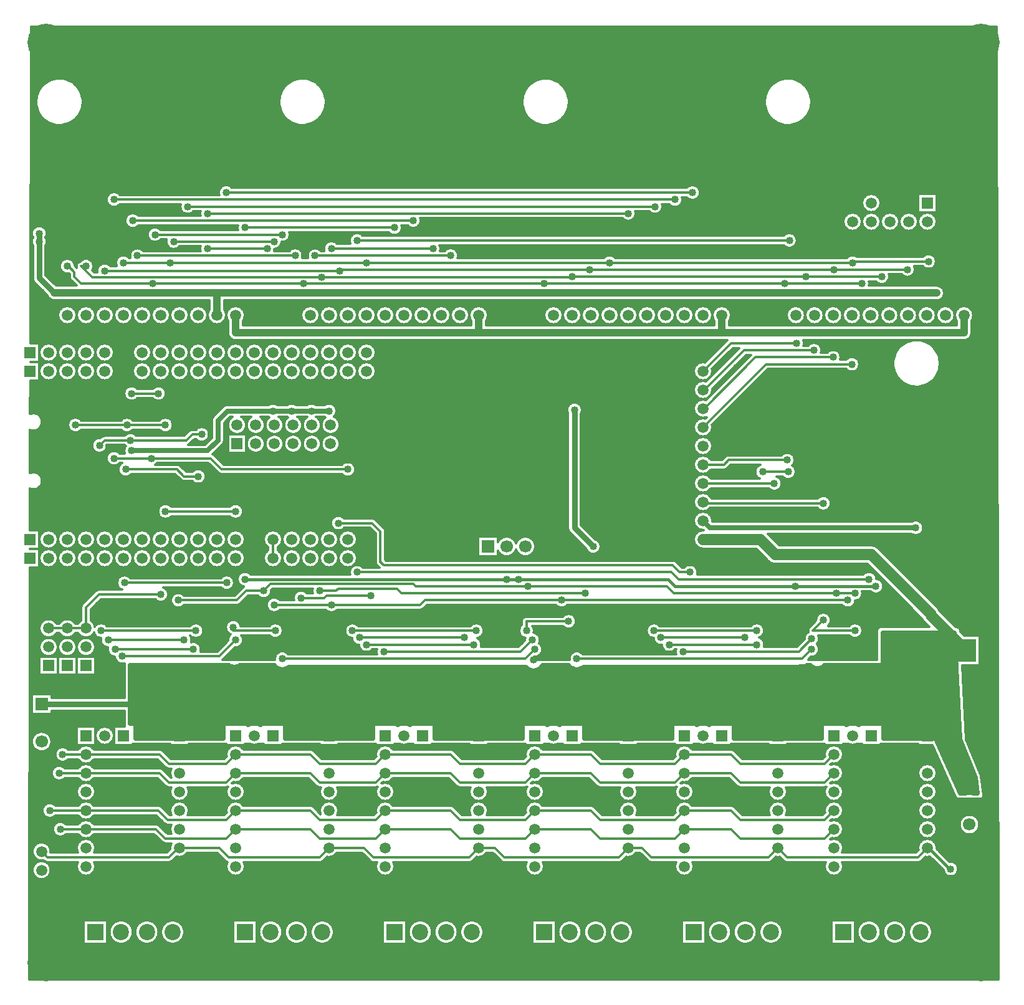
<source format=gbr>
G04 DipTrace 4.0.0.2*
G04 2 - Bottom.gbr*
%MOIN*%
G04 #@! TF.FileFunction,Copper,L2,Bot*
G04 #@! TF.Part,Single*
G04 #@! TA.AperFunction,Conductor*
%ADD14C,0.0256*%
G04 #@! TA.AperFunction,ViaPad*
%ADD15C,0.04*%
%ADD17C,0.03*%
G04 #@! TA.AperFunction,Conductor*
%ADD18C,0.015*%
G04 #@! TA.AperFunction,CopperBalancing*
%ADD19C,0.012*%
%ADD20C,0.025*%
G04 #@! TA.AperFunction,Conductor*
%ADD22C,0.059055*%
%ADD24C,0.013*%
%ADD26C,0.061*%
G04 #@! TA.AperFunction,ComponentPad*
%ADD35R,0.059055X0.059055*%
%ADD36C,0.059055*%
%ADD37R,0.066929X0.066929*%
%ADD38C,0.066929*%
%ADD40C,0.2*%
%ADD46R,0.12X0.12*%
%ADD47C,0.12*%
%ADD48R,0.086614X0.086614*%
%ADD49C,0.086614*%
%FSLAX26Y26*%
G04*
G70*
G90*
G75*
G01*
G04 Bottom*
%LPD*%
X987451Y3268700D2*
D14*
X1393700D1*
X1449949Y3324949D1*
Y3431199D1*
X1499951Y3481200D1*
X1743700D1*
X1843700D1*
X1949949D1*
X2043699D1*
X1443705Y3993700D2*
D15*
Y4112449D1*
X2806200D1*
X4087449D1*
X5293700D1*
X5181200Y2856200D2*
D14*
X4081208D1*
X4043700Y2893708D1*
X493700Y4431200D2*
D17*
Y4193700D1*
X574951Y4112449D1*
D15*
X1443705D1*
D17*
Y3993700D1*
X3356200Y3487451D2*
Y2856200D1*
X3456200Y2756200D1*
X862449Y2256200D2*
D19*
X1268700D1*
X824949Y2306200D2*
X1331200D1*
X893700Y3228346D2*
X1092519D1*
X1409054D1*
X1468700Y3168700D1*
X2143700D1*
X2599949Y4349949D2*
X2056200D1*
X1018700Y4312449D2*
X1862449D1*
X1743700Y2693700D2*
Y2793700D1*
X956200Y3168700D2*
X1231200D1*
X1268700Y3131200D1*
X1343700D1*
X4362449Y3156200D2*
X4499951D1*
X981200Y3324949D2*
X1281200D1*
X1312451Y3356200D1*
X1362451D1*
X815575Y3296825D2*
X843700Y3324949D1*
X981200D1*
X1193700Y4274949D2*
X2243700D1*
X3543700D1*
X4843700D1*
Y4281200D1*
X5249949D1*
X1193700Y4274949D2*
X943705D1*
X4043700Y3393708D2*
X4381192Y3731200D1*
X4840106D1*
X2393700Y4462449D2*
X1593700D1*
X4043700Y3093708D2*
X4424949D1*
X962451Y3406200D2*
X1168700D1*
Y2943700D2*
X1543700D1*
X687449Y3406200D2*
X962451D1*
X1112449Y4424949D2*
X1793700D1*
X2206200Y2268700D2*
X2768700D1*
X1212449Y4387449D2*
X1749949D1*
X1993700Y2518700D2*
X2081200D1*
X2093700Y2531200D1*
X2406199D1*
X2431199Y2506200D1*
X3412449D1*
X3643705Y4537449D2*
X1393700D1*
X3818700Y2268700D2*
X4268700D1*
X743700Y1243700D2*
X1118700D1*
X1168700Y1193700D1*
X1493700D1*
X1543700Y1243700D1*
X1943700D1*
X1993700Y1193700D1*
X2293700D1*
X2343700Y1243700D1*
X2693700D1*
X2743700Y1193700D1*
X3093700D1*
X3143700Y1243700D1*
X3443700D1*
X3493700Y1193700D1*
X3893700D1*
X3943700Y1243700D1*
X4193700D1*
X4243700Y1193700D1*
X4693700D1*
X4743700Y1243700D1*
X743700D2*
X606200D1*
X4043700Y3193708D2*
X4156208D1*
X4181200Y3218700D1*
X4493701D1*
X2093700Y2881200D2*
X2274951D1*
X2318700Y2837451D1*
Y2674949D1*
X2337449Y2656200D1*
X3881200D1*
X3918700Y2618700D1*
X3974951D1*
X2193700D2*
X3874949D1*
X3912449Y2581200D1*
X4931200D1*
X1749949Y2443700D2*
X2056200D1*
X3287449Y2468700D2*
X2556200D1*
X2531200Y2443700D1*
X2056200D1*
X4818700Y2468700D2*
X3287449D1*
X3099951Y2306200D2*
Y2356200D1*
X3324949D1*
X1531200Y2324949D2*
Y2306200D1*
X1756200D1*
X4687449Y2362449D2*
X4631200Y2306200D1*
X4856200D1*
X1243700Y1143700D2*
D24*
X1456200D1*
X1506200Y1093700D1*
X1993700D1*
X2043700Y1143700D1*
X2231200D1*
X2281200Y1093700D1*
X2793700D1*
X2843700Y1143700D1*
X2931200D1*
X2981200Y1093700D1*
X3593700D1*
X3643700Y1143700D1*
X3718700D1*
X3768700Y1093700D1*
X4393700D1*
X4443700Y1143700D1*
X4493700Y1093700D1*
X5193700D1*
X5243700Y1143700D1*
X1593700Y2581200D2*
D18*
X2993700D1*
X3056200D1*
X3856200D1*
X3893700Y2543700D1*
X4537451D1*
X4968700D1*
X5368700Y1031200D2*
X5362451D1*
X5243700Y1149951D1*
Y1143700D1*
X506199Y1124949D2*
D19*
X537448Y1093700D1*
X1187451D1*
X1237451Y1143700D1*
X1243700D1*
X1143700Y2499949D2*
X812449D1*
X743700Y2431200D1*
Y2318700D1*
X643700D1*
X543700D1*
X949949Y2562449D2*
X1496062D1*
X3787449Y4574949D2*
X1287449D1*
X3781200Y2306200D2*
X4331200D1*
X4043700Y2993708D2*
Y2987449D1*
X4687449D1*
X2693700Y4312449D2*
X1968700D1*
X1393700Y4349949D2*
X1712449D1*
X2268700Y2493700D2*
X2031200D1*
X2018700Y2481200D1*
X1893700D1*
X843714Y4231200D2*
X2099949D1*
Y4237449D1*
X3437449D1*
X4743700D1*
X5137449D1*
X4043700Y3493699D2*
X4049949D1*
X4324951Y3768700D1*
X4740115D1*
X993699Y4499949D2*
X2493700D1*
X3893700Y4612621D2*
X893700D1*
X987449Y3574949D2*
X1131889D1*
X2168700Y2306200D2*
X2831200D1*
X743700Y4256200D2*
X718700D1*
X777814Y4197086D1*
X2004574D1*
X3343700D1*
Y4199949D1*
X4593700D1*
X4999949D1*
X4043700Y3593699D2*
X4049949D1*
X4262451Y3806200D1*
X4637449D1*
X937449Y2168700D2*
X1456200D1*
X1543700Y2256200D1*
X1793700Y2156200D2*
X3093700D1*
X3143700Y2206200D1*
X643714Y4256200D2*
X649951D1*
X681200Y4224951D1*
Y4199949D1*
X718700Y4162449D1*
X1101495D1*
X1906200D1*
X3193700D1*
X4481200D1*
X4043700Y3693699D2*
X4193701Y3843700D1*
X4543700D1*
X4481200Y4162449D2*
X4893700D1*
X2193700Y4393700D2*
X4506200D1*
X3368700Y2156200D2*
X4574951D1*
X4624951Y2206200D1*
X1493700Y4649949D2*
X3987449D1*
X1693700Y2518700D2*
X1599951D1*
X1549951Y2468700D1*
X1237451D1*
X4756200Y2506200D2*
X3887451D1*
X3849951Y2543700D1*
X3106200D1*
X2506200D1*
X2493700Y2556200D1*
X1731200D1*
X1693700Y2518700D1*
X4856200Y2506200D2*
X4756200D1*
X2243700Y2231200D2*
X2818700D1*
X899949Y2206200D2*
X1318700D1*
X2337449Y2193700D2*
X3068700D1*
X3131200Y2256200D1*
X3937449Y2193700D2*
X4556201D1*
X4624951Y2262449D1*
X3862449Y2231200D2*
X4331200D1*
X743700Y1643700D2*
X1137449D1*
X1187449Y1593700D1*
X1493700D1*
X1543700Y1643700D1*
X1943700D1*
X1993700Y1593700D1*
X2293700D1*
X2343700Y1643700D1*
X2693700D1*
X2743700Y1593700D1*
X3093700D1*
X3143700Y1643700D1*
X3443700D1*
X3493700Y1593700D1*
X3893700D1*
X3943700Y1643700D1*
X4193700D1*
X4243700Y1593700D1*
X4693700D1*
X4743700Y1643700D1*
X618700D2*
X743700D1*
Y1343700D2*
X1131200D1*
X1181200Y1293700D1*
X1493700D1*
X1543700Y1343700D1*
X1943700D1*
X1993700Y1293700D1*
X2293700D1*
X2343700Y1343700D1*
X2693700D1*
X2743700Y1293700D1*
X3093700D1*
X3143700Y1343700D1*
X3443700D1*
X3493700Y1293700D1*
X3893700D1*
X3943700Y1343700D1*
X4193700D1*
X4243700Y1293700D1*
X4693700D1*
X4743700Y1343700D1*
X549949D2*
X743700D1*
Y1543700D2*
X1137449D1*
X1187449Y1493700D1*
X1493700D1*
X1543700Y1543700D1*
X1943700D1*
X1993700Y1493700D1*
X2293700D1*
X2343700Y1543700D1*
X2693700D1*
X2743700Y1493700D1*
X3093700D1*
X3143700Y1543700D1*
X3443700D1*
X3493700Y1493700D1*
X3893700D1*
X3943700Y1543700D1*
X4193700D1*
X4243700Y1493700D1*
X4693700D1*
X4743700Y1543700D1*
X599949D2*
X743700D1*
X1543705Y3993700D2*
D15*
Y3899949D1*
X2843700D1*
X4143700D1*
X5440106D1*
Y3993700D1*
X506200Y1912449D2*
D17*
X987449D1*
X993700Y1918700D1*
X2843700Y3999949D2*
D15*
Y3899949D1*
X4143700Y3993700D2*
Y3899949D1*
X4043700Y2793708D2*
D22*
X4103728D1*
D26*
X4349941D1*
X4431200Y2712449D1*
X4943700D1*
X5262449Y2393700D1*
Y2387451D1*
X5443699Y2206201D1*
Y2199949D1*
D15*
X987451Y3268700D3*
X1743700Y3481200D3*
X5293700Y4112449D3*
X4087449D3*
X2806200D3*
X5181200Y2856200D3*
X862449Y2256200D3*
X1268700D3*
X824949Y2306200D3*
X1331200D3*
X893700Y3228346D3*
X2143700Y3168700D3*
X1092519Y3228346D3*
X2599949Y4349949D3*
X2056200D3*
X1018700Y4312449D3*
X1862449D3*
X956200Y3168700D3*
X1343700Y3131200D3*
X4362449Y3156200D3*
X4499951D3*
X981200Y3324949D3*
X1362451Y3356200D3*
X815575Y3296825D3*
X981200Y3324949D3*
X1193700Y4274949D3*
X5249949Y4281200D3*
X3543700Y4274949D3*
X2243700D3*
X943705D3*
X1193700D3*
X4840106Y3731200D3*
X4843700Y4274949D3*
X5249949Y4281200D3*
X2393700Y4462449D3*
X1593700D3*
X4424949Y3093708D3*
X962451Y3406200D3*
X1168700D3*
Y2943700D3*
X1543700D3*
X687449Y3406200D3*
X962451D3*
X1112449Y4424949D3*
X1793700D3*
X2206200Y2268700D3*
X2768700D3*
X1212449Y4387449D3*
X1749949D3*
X1993700Y2518700D3*
X3412449Y2506200D3*
X3643705Y4537449D3*
X1393700D3*
X3818700Y2268700D3*
X4268700D3*
X606200Y1243700D3*
X4493701Y3218700D3*
X2093700Y2881200D3*
X3974951Y2618700D3*
X2193700D3*
X4931200Y2581200D3*
X1749949Y2443700D3*
X2056200D3*
X3287449Y2468700D3*
X4818700D3*
X3287449D3*
X3099951Y2306200D3*
X3324949Y2356200D3*
X1531200Y2324949D3*
X1756200Y2306200D3*
X4687449Y2362449D3*
X4856200Y2306200D3*
X1593700Y2581200D3*
X2993700D3*
X3056200D3*
X4537451Y2543700D3*
X4968700D3*
X5368700Y1031200D3*
X949949Y2562449D3*
X1496062D3*
X3787449Y4574949D3*
X1287449D3*
X3781200Y2306200D3*
X4331200D3*
X4687449Y2987449D3*
X2693700Y4312449D3*
X1968700D3*
X1393700Y4349949D3*
X1712449D3*
X2268700Y2493700D3*
X1893700Y2481200D3*
X843714Y4231200D3*
X5137449Y4237449D3*
X4740115Y3768700D3*
X2099949Y4231200D3*
X4743700Y4237449D3*
X3437449D3*
X5137449D3*
X993699Y4499949D3*
X2493700D3*
X3893700Y4612621D3*
X893700D3*
X987449Y3574949D3*
X1131889D3*
X2168700Y2306200D3*
X2831200D3*
X743700Y4256200D3*
X4999949Y4199949D3*
X3343700D3*
X2004574Y4197086D3*
X4637449Y3806200D3*
X4593700Y4199949D3*
X4999949D3*
X937449Y2168700D3*
X1543700Y2256200D3*
X1793700Y2156200D3*
X3143700Y2206200D3*
X643714Y4256200D3*
X4481200Y4162449D3*
X4543700Y3843700D3*
X3193700Y4162449D3*
X1101495D3*
X1906200D3*
X4893700D3*
D3*
X2193700Y4393700D3*
X4506200D3*
X3368700Y2156200D3*
X4624951Y2206200D3*
X1493700Y4649949D3*
X3987449D3*
X1693700Y2518700D3*
X1237451Y2468700D3*
X4756200Y2506200D3*
X1693700Y2518700D3*
X3106200Y2543700D3*
X4856200Y2506200D3*
X4756200D3*
X2243700Y2231200D3*
X2818700D3*
X899949Y2206200D3*
X1318700D3*
X2337449Y2193700D3*
X3131200Y2256200D3*
X3937449Y2193700D3*
X4624951Y2262449D3*
X3862449Y2231200D3*
X4331200D3*
X618700Y1643700D3*
X549949Y1343700D3*
X599949Y1543700D3*
X493700Y4387451D3*
Y4431200D3*
X1843700Y3481200D3*
X1949949D3*
D17*
X3524745Y3035842D3*
X3550745D3*
D15*
X2043699Y3481200D3*
X3456200Y2756200D3*
X3356200Y3487451D3*
X993700Y1918700D3*
Y1974949D3*
Y1856200D3*
X1093700Y1974949D3*
Y1918700D3*
Y1862451D3*
X1843700Y1918700D3*
Y1974949D3*
Y1862451D3*
X1943700Y1974949D3*
Y1918700D3*
D17*
X3576745Y3035842D3*
X3524745Y2996842D3*
X3550745D3*
X3576745D3*
X3524745Y2957842D3*
X3550745D3*
X3576745D3*
X3772298Y3387133D3*
Y3348133D3*
D15*
X1943700Y1862451D3*
X2593700Y1918700D3*
Y1974949D3*
Y1862451D3*
X2693700Y1974949D3*
Y1918700D3*
Y1862451D3*
X3443700Y1918700D3*
Y1974949D3*
X1043700Y2387451D3*
X999949D3*
X1087449D3*
X1849951D3*
X1893700D3*
X1937449D3*
X2599949D3*
X2643700D3*
X2687449D3*
X3449951D3*
X3493700D3*
X3537451D3*
X3443700Y1862451D3*
X3543700Y1974949D3*
Y1918700D3*
Y1862451D3*
X4143700Y1918700D3*
Y1974949D3*
Y1862451D3*
X4243700Y1974949D3*
Y1918700D3*
Y1862451D3*
X4974949Y1912451D3*
Y1968700D3*
X4149951Y2387451D3*
X4193700D3*
X4237449D3*
X4981200Y2381200D3*
X5024951D3*
X5068700D3*
X4974949Y1856201D3*
X5074951Y1968700D3*
Y1912451D3*
Y1856201D3*
X4506200Y2918700D3*
X4849949Y3124949D3*
X4587449Y3356200D3*
X2918700Y3337451D3*
X2962449D3*
X2918700Y3274951D3*
X2962449D3*
X2935791Y3045357D3*
X537449Y3531200D3*
X818700D3*
X856200Y2999949D3*
X1606200Y2418700D3*
X4656200Y2162449D3*
X4618700Y2418700D3*
X1537449Y2168700D3*
X3137449Y2149949D3*
X3131200Y2418700D3*
X2243700Y3418700D3*
X831200Y3356200D3*
X5562449Y1937451D3*
X5518701D3*
X5562449Y1893700D3*
Y1849951D3*
X5518701Y1806200D3*
Y1762451D3*
Y1893700D3*
Y1849951D3*
X5562449Y1806200D3*
Y1762451D3*
X3124951Y2693700D3*
X1143700Y2499949D3*
X5008704Y2268831D2*
D20*
X5386911D1*
X5008704Y2243962D2*
X5388238D1*
X5008704Y2219094D2*
X5389566D1*
X5008704Y2194225D2*
X5390894D1*
X5008704Y2169356D2*
X5392222D1*
X5008704Y2144487D2*
X5393549D1*
X5008704Y2119619D2*
X5394842D1*
X983718Y2094750D2*
X3115586D1*
X3159305D2*
X5396169D1*
X983718Y2069881D2*
X5397497D1*
X983718Y2045012D2*
X5398825D1*
X983718Y2020144D2*
X5400151D1*
X983718Y1995275D2*
X5401480D1*
X983718Y1970406D2*
X5402808D1*
X983718Y1945537D2*
X5404099D1*
X983718Y1920669D2*
X5405427D1*
X983718Y1895800D2*
X5406755D1*
X983718Y1870931D2*
X5408082D1*
X983718Y1846062D2*
X5409410D1*
X983718Y1821193D2*
X5410738D1*
X1014220Y1796325D2*
X1473166D1*
X1814221D2*
X2273169D1*
X2614224D2*
X3073170D1*
X3414226D2*
X3873172D1*
X4214228D2*
X4673174D1*
X5014230D2*
X5412066D1*
X1014220Y1771456D2*
X1473166D1*
X1814221D2*
X2273169D1*
X2614224D2*
X3073170D1*
X3414226D2*
X3873172D1*
X4214228D2*
X4673174D1*
X5014230D2*
X5413393D1*
X1014220Y1746587D2*
X1473166D1*
X1814221D2*
X2273169D1*
X2614224D2*
X3073170D1*
X3414226D2*
X3873172D1*
X4214228D2*
X4673174D1*
X5014230D2*
X5414686D1*
X5296028Y1721718D2*
X5416012D1*
X5307153Y1696850D2*
X5424302D1*
X5318276Y1671981D2*
X5434745D1*
X5329364Y1647112D2*
X5445151D1*
X5340489Y1622243D2*
X5455594D1*
X5351613Y1597375D2*
X5466036D1*
X5362701Y1572506D2*
X5476441D1*
X5373825Y1547637D2*
X5486884D1*
X5384949Y1522768D2*
X5497326D1*
X5396037Y1497899D2*
X5500735D1*
X5407162Y1473031D2*
X5503857D1*
X5418285Y1448162D2*
X5506943D1*
X5447545Y1437448D2*
X5457443Y1439779D1*
X5468700Y1440665D1*
X5479957Y1439779D1*
X5489855Y1437448D1*
X5510781Y1437449D1*
X5500256Y1521712D1*
X5419058Y1715729D1*
X5418229Y1727216D1*
X5388096Y2293708D1*
X5006217Y2293700D1*
X5006046Y2129245D1*
X5005249Y2126417D1*
X5003813Y2123852D1*
X5001818Y2121695D1*
X4999375Y2120062D1*
X4996619Y2119045D1*
X4993696Y2118700D1*
X4695033D1*
X4690586Y2115121D1*
X4682759Y2110326D1*
X4674277Y2106813D1*
X4665351Y2104670D1*
X4656200Y2103949D1*
X4647049Y2104670D1*
X4638123Y2106813D1*
X4629641Y2110326D1*
X4621814Y2115121D1*
X4617403Y2118709D1*
X4598935Y2118700D1*
X4591980Y2115087D1*
X4585339Y2112930D1*
X4578441Y2111836D1*
X4538254Y2111700D1*
X3406645D1*
X3399266Y2106321D1*
X3391087Y2102153D1*
X3382356Y2099317D1*
X3373289Y2097880D1*
X3364111D1*
X3355044Y2099317D1*
X3346313Y2102153D1*
X3338134Y2106321D1*
X3330708Y2111716D1*
X3324216Y2118208D1*
X3323827Y2118700D1*
X3186892D1*
X3181934Y2111957D1*
X3175441Y2105465D1*
X3168015Y2100070D1*
X3159836Y2095902D1*
X3151106Y2093066D1*
X3142039Y2091629D1*
X3132860D1*
X3123793Y2093066D1*
X3115062Y2095902D1*
X3106884Y2100070D1*
X3099457Y2105465D1*
X3093197Y2111707D1*
X1831649Y2111700D1*
X1824266Y2106321D1*
X1816087Y2102153D1*
X1807356Y2099317D1*
X1798289Y2097880D1*
X1789111D1*
X1780044Y2099317D1*
X1771313Y2102153D1*
X1763134Y2106321D1*
X1755708Y2111716D1*
X1749216Y2118208D1*
X1748827Y2118700D1*
X1567797D1*
X1559836Y2114653D1*
X1551106Y2111817D1*
X1542039Y2110380D1*
X1532860D1*
X1523793Y2111817D1*
X1515062Y2114653D1*
X1507087Y2118707D1*
X981235Y2118700D1*
X981200Y1811726D1*
X1011728Y1811728D1*
Y1731167D1*
X1475697Y1731200D1*
X1475672Y1811728D1*
X1611728D1*
Y1803725D1*
X1617667Y1806549D1*
X1627819Y1809848D1*
X1638363Y1811518D1*
X1649037D1*
X1659581Y1809848D1*
X1669733Y1806549D1*
X1675658Y1803712D1*
X1675672Y1811728D1*
X1811728D1*
Y1731167D1*
X2275699Y1731200D1*
X2275672Y1811728D1*
X2411728D1*
Y1803725D1*
X2417667Y1806549D1*
X2427819Y1809848D1*
X2438363Y1811518D1*
X2449037D1*
X2459581Y1809848D1*
X2469733Y1806549D1*
X2475658Y1803712D1*
X2475672Y1811728D1*
X2611728D1*
Y1731167D1*
X3075701Y1731200D1*
X3075672Y1811728D1*
X3211728D1*
Y1803725D1*
X3217667Y1806549D1*
X3227819Y1809848D1*
X3238363Y1811518D1*
X3249037D1*
X3259581Y1809848D1*
X3269733Y1806549D1*
X3275658Y1803712D1*
X3275672Y1811728D1*
X3411728D1*
Y1731167D1*
X3875703Y1731200D1*
X3875672Y1811728D1*
X4011728D1*
Y1803725D1*
X4017667Y1806549D1*
X4027819Y1809848D1*
X4038363Y1811518D1*
X4049037D1*
X4059581Y1809848D1*
X4069733Y1806549D1*
X4075658Y1803712D1*
X4075672Y1811728D1*
X4211728D1*
Y1731167D1*
X4675705Y1731200D1*
X4675672Y1811728D1*
X4811728D1*
Y1803725D1*
X4817667Y1806549D1*
X4827819Y1809848D1*
X4838363Y1811518D1*
X4849037D1*
X4859581Y1809848D1*
X4869733Y1806549D1*
X4875658Y1803712D1*
X4875672Y1811728D1*
X5011728D1*
Y1731167D1*
X5282180Y1731162D1*
X5285062Y1730588D1*
X5287731Y1729357D1*
X5290039Y1727539D1*
X5291857Y1725231D1*
X5314995Y1673704D1*
X5420554Y1437452D1*
X5447410Y1437449D1*
X450852Y5525831D2*
D19*
X5611546D1*
X450829Y5513962D2*
X5611569D1*
X450805Y5502094D2*
X5611592D1*
X450781Y5490225D2*
X5611616D1*
X450758Y5478356D2*
X5611640D1*
X450735Y5466487D2*
X5611663D1*
X450712Y5454619D2*
X5611687D1*
X450688Y5442750D2*
X5611710D1*
X450665Y5430881D2*
X5611756D1*
X450641Y5419012D2*
X5611780D1*
X450617Y5407144D2*
X5611804D1*
X450594Y5395275D2*
X5611827D1*
X450571Y5383406D2*
X5611851D1*
X450548Y5371537D2*
X5611875D1*
X450524Y5359669D2*
X5611897D1*
X450501Y5347800D2*
X5611920D1*
X450477Y5335931D2*
X5611968D1*
X450453Y5324062D2*
X5611991D1*
X450430Y5312193D2*
X5612015D1*
X450384Y5300325D2*
X5612039D1*
X450360Y5288456D2*
X5612061D1*
X450336Y5276587D2*
X5612085D1*
X450313Y5264718D2*
X5612108D1*
X450289Y5252850D2*
X558960D1*
X644188D2*
X1858968D1*
X1944172D2*
X3158976D1*
X3244180D2*
X4455375D1*
X4540579D2*
X5612132D1*
X450266Y5240981D2*
X534327D1*
X668821D2*
X1834335D1*
X1968805D2*
X3134343D1*
X3268813D2*
X4430741D1*
X4565212D2*
X5612155D1*
X450243Y5229112D2*
X518367D1*
X684781D2*
X1818375D1*
X1984789D2*
X3118359D1*
X3284773D2*
X4414756D1*
X4581172D2*
X5612203D1*
X450220Y5217243D2*
X506531D1*
X696617D2*
X1806515D1*
X1996625D2*
X3106523D1*
X3296633D2*
X4402920D1*
X4593032D2*
X5612225D1*
X450196Y5205375D2*
X497367D1*
X705781D2*
X1797375D1*
X2005766D2*
X3097382D1*
X3305773D2*
X4393780D1*
X4602172D2*
X5612249D1*
X450172Y5193506D2*
X490241D1*
X712907D2*
X1790249D1*
X2012915D2*
X3090233D1*
X3312899D2*
X4386655D1*
X4609297D2*
X5612272D1*
X450149Y5181637D2*
X484756D1*
X718392D2*
X1784764D1*
X2018376D2*
X3084772D1*
X3318384D2*
X4381171D1*
X4614781D2*
X5612296D1*
X450125Y5169768D2*
X480703D1*
X722445D2*
X1780710D1*
X2022453D2*
X3080695D1*
X3322438D2*
X4377092D1*
X4618860D2*
X5612319D1*
X450102Y5157899D2*
X477913D1*
X725235D2*
X1777920D1*
X2025243D2*
X3077905D1*
X3325228D2*
X4374304D1*
X4621625D2*
X5612343D1*
X450079Y5146031D2*
X476319D1*
X726829D2*
X1776327D1*
X2026836D2*
X3076312D1*
X3326821D2*
X4372733D1*
X4623220D2*
X5612367D1*
X450056Y5134162D2*
X475875D1*
X727273D2*
X1775882D1*
X2027281D2*
X3075867D1*
X3327266D2*
X4372288D1*
X4623665D2*
X5612389D1*
X450032Y5122293D2*
X476553D1*
X726594D2*
X1776561D1*
X2026579D2*
X3076569D1*
X3326587D2*
X4372968D1*
X4622985D2*
X5612436D1*
X450008Y5110424D2*
X478405D1*
X724743D2*
X1778413D1*
X2024751D2*
X3078397D1*
X3324735D2*
X4374819D1*
X4621133D2*
X5612460D1*
X449985Y5098556D2*
X481452D1*
X721696D2*
X1781460D1*
X2021680D2*
X3081468D1*
X3321688D2*
X4377867D1*
X4618087D2*
X5612483D1*
X449938Y5086687D2*
X485812D1*
X717336D2*
X1785819D1*
X2017344D2*
X3085804D1*
X3317329D2*
X4382203D1*
X4613751D2*
X5612507D1*
X449915Y5074818D2*
X491624D1*
X711524D2*
X1791632D1*
X2011532D2*
X3091616D1*
X3311516D2*
X4388015D1*
X4607938D2*
X5612531D1*
X449892Y5062949D2*
X499148D1*
X704001D2*
X1799155D1*
X2004008D2*
X3099140D1*
X3303993D2*
X4395539D1*
X4600415D2*
X5612553D1*
X449868Y5051081D2*
X508804D1*
X694344D2*
X1808788D1*
X1994352D2*
X3108796D1*
X3294360D2*
X4405195D1*
X4590758D2*
X5612577D1*
X449844Y5039212D2*
X521367D1*
X681781D2*
X1821375D1*
X1981789D2*
X3121359D1*
X3281797D2*
X4417756D1*
X4578196D2*
X5612600D1*
X449821Y5027343D2*
X538592D1*
X664556D2*
X1838577D1*
X1964564D2*
X3138585D1*
X3264571D2*
X4434983D1*
X4560969D2*
X5612624D1*
X449797Y5015474D2*
X567046D1*
X636102D2*
X1867031D1*
X1936109D2*
X3167039D1*
X3236117D2*
X4463436D1*
X4532516D2*
X5612671D1*
X449773Y5003606D2*
X5612695D1*
X449751Y4991737D2*
X5612718D1*
X449728Y4979868D2*
X5612741D1*
X449704Y4967999D2*
X5612764D1*
X449680Y4956130D2*
X5612788D1*
X449657Y4944262D2*
X5612812D1*
X449633Y4932393D2*
X5612835D1*
X449609Y4920524D2*
X5612859D1*
X449587Y4908655D2*
X5612905D1*
X449564Y4896787D2*
X5612928D1*
X449540Y4884918D2*
X5612952D1*
X449516Y4873049D2*
X5612976D1*
X449469Y4861180D2*
X5612999D1*
X449445Y4849312D2*
X5613023D1*
X449422Y4837443D2*
X5613046D1*
X449399Y4825574D2*
X5613069D1*
X449376Y4813705D2*
X5613092D1*
X449352Y4801836D2*
X5613140D1*
X449329Y4789968D2*
X5613163D1*
X449305Y4778099D2*
X5613187D1*
X449281Y4766230D2*
X5613210D1*
X449258Y4754361D2*
X5613233D1*
X449235Y4742493D2*
X5613256D1*
X449212Y4730624D2*
X5613280D1*
X449188Y4718755D2*
X5613304D1*
X449165Y4706886D2*
X5613327D1*
X449141Y4695018D2*
X5613375D1*
X449117Y4683149D2*
X1471124D1*
X1516273D2*
X3964875D1*
X4010024D2*
X5613397D1*
X449094Y4671280D2*
X1459288D1*
X4021860D2*
X5613420D1*
X449071Y4659411D2*
X1454179D1*
X4026969D2*
X5613444D1*
X449048Y4647543D2*
X874077D1*
X913321D2*
X1453100D1*
X4028048D2*
X5613468D1*
X449001Y4635674D2*
X860460D1*
X4025469D2*
X4917210D1*
X4970188D2*
X5193491D1*
X5293907D2*
X5613491D1*
X448977Y4623805D2*
X854648D1*
X3932773D2*
X3956671D1*
X4018228D2*
X4903827D1*
X4983571D2*
X5193491D1*
X5293907D2*
X5613515D1*
X448953Y4611936D2*
X853031D1*
X3934368D2*
X3975585D1*
X3999313D2*
X4897007D1*
X4990392D2*
X5193491D1*
X5293907D2*
X5613539D1*
X448930Y4600067D2*
X855069D1*
X3932329D2*
X4893913D1*
X4993485D2*
X5193491D1*
X5293907D2*
X5613561D1*
X448907Y4588199D2*
X861491D1*
X3925930D2*
X4893796D1*
X4993602D2*
X5193491D1*
X5293907D2*
X5613608D1*
X448884Y4576330D2*
X876960D1*
X910438D2*
X1246804D1*
X3828102D2*
X3876960D1*
X3910438D2*
X4896679D1*
X4990720D2*
X5193491D1*
X5293907D2*
X5613632D1*
X448860Y4564461D2*
X1248187D1*
X3826720D2*
X4903171D1*
X4984228D2*
X5193491D1*
X5293907D2*
X5613655D1*
X448836Y4552592D2*
X1253718D1*
X3821188D2*
X4915827D1*
X4971571D2*
X5193491D1*
X5293907D2*
X5613679D1*
X448813Y4540724D2*
X1266561D1*
X1308336D2*
X1353163D1*
X3684243D2*
X3766569D1*
X3808321D2*
X4828687D1*
X4858696D2*
X4928695D1*
X4958704D2*
X5028703D1*
X5058712D2*
X5128687D1*
X5158696D2*
X5228695D1*
X5258704D2*
X5613703D1*
X448789Y4528855D2*
X965600D1*
X1021789D2*
X1353960D1*
X3683445D2*
X4808367D1*
X4879040D2*
X4908351D1*
X4979048D2*
X5008359D1*
X5079056D2*
X5108367D1*
X5179040D2*
X5208351D1*
X5279048D2*
X5613725D1*
X448766Y4516986D2*
X956882D1*
X3678665D2*
X4799389D1*
X4888016D2*
X4899375D1*
X4988024D2*
X4999382D1*
X5088032D2*
X5099389D1*
X5188016D2*
X5199375D1*
X5288024D2*
X5613749D1*
X448743Y4505117D2*
X953367D1*
X2534048D2*
X3619851D1*
X3667556D2*
X4794843D1*
X5292548D2*
X5613772D1*
X448720Y4493249D2*
X953600D1*
X2533813D2*
X4793483D1*
X5293907D2*
X5613796D1*
X448696Y4481380D2*
X957655D1*
X2529735D2*
X4795077D1*
X5292336D2*
X5613843D1*
X448672Y4469511D2*
X482976D1*
X504430D2*
X967359D1*
X1020032D2*
X1553648D1*
X2433735D2*
X2467359D1*
X2520032D2*
X4799882D1*
X4887524D2*
X4899889D1*
X4987532D2*
X4999875D1*
X5087516D2*
X5099882D1*
X5187524D2*
X5199889D1*
X5287532D2*
X5613867D1*
X448649Y4457642D2*
X463195D1*
X524212D2*
X1089116D1*
X1135789D2*
X1553319D1*
X2434087D2*
X4809304D1*
X4878079D2*
X4909312D1*
X4978087D2*
X5009319D1*
X5078094D2*
X5109304D1*
X5178079D2*
X5209312D1*
X5278087D2*
X5613889D1*
X448625Y4445773D2*
X455814D1*
X531594D2*
X1077703D1*
X2430688D2*
X4832272D1*
X4855133D2*
X4932256D1*
X4955141D2*
X5032264D1*
X5055125D2*
X5132272D1*
X5155133D2*
X5232256D1*
X5255141D2*
X5613913D1*
X534289Y4433905D2*
X1072804D1*
X1833360D2*
X2365218D1*
X2422180D2*
X5613936D1*
X533305Y4422036D2*
X1071867D1*
X1834273D2*
X2165015D1*
X2222399D2*
X4477499D1*
X4534884D2*
X5613960D1*
X448532Y4410167D2*
X458015D1*
X529392D2*
X1074632D1*
X1831508D2*
X2156624D1*
X4543273D2*
X5613983D1*
X448508Y4398298D2*
X454554D1*
X532860D2*
X1082132D1*
X1142773D2*
X1173280D1*
X1824032D2*
X2153296D1*
X4546602D2*
X5614007D1*
X534360Y4386430D2*
X1102592D1*
X1122313D2*
X1171780D1*
X1803548D2*
X2039905D1*
X2072493D2*
X2153695D1*
X4546204D2*
X5614031D1*
X448461Y4374561D2*
X455200D1*
X532228D2*
X1173936D1*
X1788477D2*
X2024132D1*
X4541938D2*
X5614077D1*
X448438Y4362692D2*
X458015D1*
X529392D2*
X1180499D1*
X1781892D2*
X2017640D1*
X2638508D2*
X4480569D1*
X4531836D2*
X5614100D1*
X448415Y4350823D2*
X458015D1*
X529392D2*
X1008210D1*
X1029172D2*
X1196507D1*
X1228392D2*
X1353023D1*
X1765884D2*
X1851960D1*
X1872922D2*
X1958225D1*
X1979188D2*
X2015531D1*
X2640617D2*
X2683218D1*
X2704180D2*
X5614124D1*
X448392Y4338955D2*
X458015D1*
X529392D2*
X988241D1*
X1049165D2*
X1354592D1*
X1751564D2*
X1831991D1*
X1892915D2*
X1938233D1*
X1999157D2*
X2017077D1*
X2639071D2*
X2663249D1*
X2724149D2*
X5614148D1*
X448368Y4327086D2*
X458015D1*
X529392D2*
X980835D1*
X1900321D2*
X1930827D1*
X2731556D2*
X5614171D1*
X448344Y4315217D2*
X458015D1*
X529392D2*
X978116D1*
X1903040D2*
X1928108D1*
X2734273D2*
X5228718D1*
X5271196D2*
X5614195D1*
X448321Y4303348D2*
X458015D1*
X529392D2*
X915069D1*
X972336D2*
X979077D1*
X1902056D2*
X1929092D1*
X2733313D2*
X3515085D1*
X3572329D2*
X4815069D1*
X5283829D2*
X5614218D1*
X448297Y4291480D2*
X458015D1*
X529392D2*
X624796D1*
X662633D2*
X724780D1*
X762617D2*
X906655D1*
X5289266D2*
X5614241D1*
X448273Y4279611D2*
X458015D1*
X529392D2*
X610733D1*
X676696D2*
X707436D1*
X776680D2*
X903304D1*
X5290602D2*
X5614264D1*
X448251Y4267742D2*
X458015D1*
X529392D2*
X604756D1*
X682672D2*
X694780D1*
X782657D2*
X827577D1*
X859860D2*
X903679D1*
X5288258D2*
X5614312D1*
X448228Y4255873D2*
X458015D1*
X529392D2*
X603046D1*
X784368D2*
X811687D1*
X5281438D2*
X5614335D1*
X448204Y4244004D2*
X458015D1*
X529392D2*
X604968D1*
X782445D2*
X805171D1*
X5177587D2*
X5235515D1*
X5264376D2*
X5614359D1*
X448180Y4232136D2*
X458015D1*
X529392D2*
X611225D1*
X780008D2*
X803039D1*
X5177773D2*
X5614382D1*
X448157Y4220267D2*
X458015D1*
X529392D2*
X626155D1*
X5174188D2*
X5614405D1*
X448133Y4208398D2*
X458015D1*
X529392D2*
X654515D1*
X5039704D2*
X5109515D1*
X5165376D2*
X5614428D1*
X448087Y4196529D2*
X458015D1*
X540829D2*
X654749D1*
X5040477D2*
X5614452D1*
X448064Y4184661D2*
X459233D1*
X552712D2*
X659624D1*
X5037548D2*
X5614476D1*
X448040Y4172792D2*
X465092D1*
X564571D2*
X671132D1*
X4932993D2*
X4970085D1*
X5029813D2*
X5614499D1*
X448016Y4160923D2*
X476507D1*
X576430D2*
X682991D1*
X4934352D2*
X4992772D1*
X5007125D2*
X5614546D1*
X447993Y4149054D2*
X488389D1*
X5309680D2*
X5614569D1*
X447969Y4137186D2*
X500249D1*
X5325665D2*
X5614592D1*
X447945Y4125317D2*
X512132D1*
X5332228D2*
X5614616D1*
X447922Y4113448D2*
X523991D1*
X5334360D2*
X5614640D1*
X447899Y4101579D2*
X535804D1*
X5332860D2*
X5614663D1*
X447876Y4089710D2*
X541476D1*
X5327165D2*
X5614687D1*
X447852Y4077842D2*
X554741D1*
X5313899D2*
X5614710D1*
X447829Y4065973D2*
X1403015D1*
X1484376D2*
X5614733D1*
X447805Y4054104D2*
X1403015D1*
X1484376D2*
X5614780D1*
X447781Y4042235D2*
X635718D1*
X651712D2*
X735725D1*
X751696D2*
X835733D1*
X851704D2*
X935718D1*
X951688D2*
X1035725D1*
X1051696D2*
X1135710D1*
X1151680D2*
X1235718D1*
X1251688D2*
X1335725D1*
X1351696D2*
X1403015D1*
X1484376D2*
X1535718D1*
X1551688D2*
X1935725D1*
X1951696D2*
X2035733D1*
X2051704D2*
X2135718D1*
X2151712D2*
X2235725D1*
X2251696D2*
X2335710D1*
X2351680D2*
X2435718D1*
X2451688D2*
X2535725D1*
X2551696D2*
X2635710D1*
X2651680D2*
X2735718D1*
X2751688D2*
X2835725D1*
X2851696D2*
X3235733D1*
X3251704D2*
X3335718D1*
X3351712D2*
X3435725D1*
X3451696D2*
X3535710D1*
X3551680D2*
X3635718D1*
X3651688D2*
X3735725D1*
X3751696D2*
X3835710D1*
X3851680D2*
X3935718D1*
X3951688D2*
X4035725D1*
X4051696D2*
X4135710D1*
X4151680D2*
X4532132D1*
X4548102D2*
X4632140D1*
X4648109D2*
X4732124D1*
X4748094D2*
X4832108D1*
X4848102D2*
X4932116D1*
X4948087D2*
X5032124D1*
X5048094D2*
X5132108D1*
X5148102D2*
X5232116D1*
X5248087D2*
X5332124D1*
X5348094D2*
X5432108D1*
X5448102D2*
X5614804D1*
X447758Y4030367D2*
X610007D1*
X677422D2*
X709991D1*
X777430D2*
X809999D1*
X877438D2*
X909983D1*
X977422D2*
X1009991D1*
X1077430D2*
X1109999D1*
X1177415D2*
X1209983D1*
X1277422D2*
X1309991D1*
X1377430D2*
X1403015D1*
X1484376D2*
X1509983D1*
X1577422D2*
X1909991D1*
X1977430D2*
X2009999D1*
X2077438D2*
X2110007D1*
X2177422D2*
X2209991D1*
X2277430D2*
X2309999D1*
X2377415D2*
X2409983D1*
X2477422D2*
X2509991D1*
X2577430D2*
X2609999D1*
X2677415D2*
X2709983D1*
X2777422D2*
X2809991D1*
X2877430D2*
X3209999D1*
X3277438D2*
X3310007D1*
X3377422D2*
X3409991D1*
X3477430D2*
X3509999D1*
X3577415D2*
X3609983D1*
X3677422D2*
X3709991D1*
X3777430D2*
X3809999D1*
X3877415D2*
X3909983D1*
X3977422D2*
X4009991D1*
X4077430D2*
X4109999D1*
X4177415D2*
X4506397D1*
X4573836D2*
X4606405D1*
X4673821D2*
X4706389D1*
X4773829D2*
X4806397D1*
X4873813D2*
X4906382D1*
X4973821D2*
X5006389D1*
X5073829D2*
X5106397D1*
X5173813D2*
X5206382D1*
X5273821D2*
X5306389D1*
X5373829D2*
X5406397D1*
X5473813D2*
X5614827D1*
X447735Y4018498D2*
X600233D1*
X687196D2*
X700241D1*
X787180D2*
X800249D1*
X887188D2*
X900233D1*
X987172D2*
X1000241D1*
X1087180D2*
X1100225D1*
X1187165D2*
X1200233D1*
X1287172D2*
X1300241D1*
X1387180D2*
X1400225D1*
X1487165D2*
X1500233D1*
X1587172D2*
X1900241D1*
X1987180D2*
X2000249D1*
X2087188D2*
X2100233D1*
X2187196D2*
X2200241D1*
X2287180D2*
X2300225D1*
X2387165D2*
X2400233D1*
X2487172D2*
X2500241D1*
X2587180D2*
X2600225D1*
X2687165D2*
X2700233D1*
X2787172D2*
X2800241D1*
X2887180D2*
X3200249D1*
X3287188D2*
X3300233D1*
X3387196D2*
X3400241D1*
X3487180D2*
X3500225D1*
X3587165D2*
X3600233D1*
X3687172D2*
X3700241D1*
X3787180D2*
X3800225D1*
X3887165D2*
X3900233D1*
X3987172D2*
X4000241D1*
X4087180D2*
X4100225D1*
X4187165D2*
X4496648D1*
X4583587D2*
X4596655D1*
X4683594D2*
X4696640D1*
X4783579D2*
X4796624D1*
X4883587D2*
X4896632D1*
X4983571D2*
X4996640D1*
X5083579D2*
X5096624D1*
X5183587D2*
X5196632D1*
X5283571D2*
X5296640D1*
X5383579D2*
X5396624D1*
X5483587D2*
X5614851D1*
X447712Y4006629D2*
X595241D1*
X1592188D2*
X1895249D1*
X2892172D2*
X3195233D1*
X4192180D2*
X4491632D1*
X5488579D2*
X5614875D1*
X447688Y3994760D2*
X593507D1*
X1593899D2*
X1893515D1*
X2893907D2*
X3193523D1*
X4193892D2*
X4489920D1*
X5490313D2*
X5614897D1*
X447665Y3982892D2*
X594703D1*
X1592704D2*
X1894710D1*
X2892712D2*
X3194718D1*
X4192696D2*
X4491116D1*
X5489117D2*
X5614920D1*
X447617Y3971023D2*
X599061D1*
X688368D2*
X699069D1*
X788352D2*
X799077D1*
X888360D2*
X899061D1*
X988344D2*
X999069D1*
X1088352D2*
X1099053D1*
X1188360D2*
X1199061D1*
X1288344D2*
X1299069D1*
X1388352D2*
X1399053D1*
X1488360D2*
X1499061D1*
X1588344D2*
X1899069D1*
X1988352D2*
X1999077D1*
X2088360D2*
X2099061D1*
X2188368D2*
X2199069D1*
X2288352D2*
X2299053D1*
X2388360D2*
X2399061D1*
X2488344D2*
X2499069D1*
X2588352D2*
X2599053D1*
X2688360D2*
X2699061D1*
X2788344D2*
X2799069D1*
X2888352D2*
X3199077D1*
X3288360D2*
X3299061D1*
X3388368D2*
X3399069D1*
X3488352D2*
X3499053D1*
X3588360D2*
X3599061D1*
X3688344D2*
X3699069D1*
X3788352D2*
X3799053D1*
X3888360D2*
X3899061D1*
X3988344D2*
X3999069D1*
X4088352D2*
X4099053D1*
X4188360D2*
X4495476D1*
X4584758D2*
X4595460D1*
X4684766D2*
X4695468D1*
X4784751D2*
X4795452D1*
X4884758D2*
X4895460D1*
X4984743D2*
X4995468D1*
X5084751D2*
X5095452D1*
X5184758D2*
X5195460D1*
X5284743D2*
X5295468D1*
X5384751D2*
X5395452D1*
X5484758D2*
X5614944D1*
X447594Y3959154D2*
X607756D1*
X679672D2*
X707764D1*
X779680D2*
X807749D1*
X879665D2*
X907733D1*
X979672D2*
X1007741D1*
X1079657D2*
X1107749D1*
X1179665D2*
X1207733D1*
X1279672D2*
X1307741D1*
X1379657D2*
X1407749D1*
X1479665D2*
X1503023D1*
X1584384D2*
X1907764D1*
X1979680D2*
X2007749D1*
X2079665D2*
X2107756D1*
X2179672D2*
X2207741D1*
X2279657D2*
X2307749D1*
X2379665D2*
X2407733D1*
X2479672D2*
X2507741D1*
X2579657D2*
X2607749D1*
X2679665D2*
X2707733D1*
X2779672D2*
X2803031D1*
X2884392D2*
X3207749D1*
X3279665D2*
X3307756D1*
X3379672D2*
X3407764D1*
X3479680D2*
X3507749D1*
X3579665D2*
X3607733D1*
X3679672D2*
X3707741D1*
X3779657D2*
X3807749D1*
X3879665D2*
X3907733D1*
X3979672D2*
X4007741D1*
X4079657D2*
X4103015D1*
X4184376D2*
X4504148D1*
X4576087D2*
X4604155D1*
X4676071D2*
X4704163D1*
X4776079D2*
X4804148D1*
X4876064D2*
X4904155D1*
X4976071D2*
X5004140D1*
X5076056D2*
X5104148D1*
X5176064D2*
X5204155D1*
X5276071D2*
X5304140D1*
X5376056D2*
X5399436D1*
X5480773D2*
X5614968D1*
X447571Y3947285D2*
X626788D1*
X660641D2*
X726796D1*
X760649D2*
X826780D1*
X860633D2*
X926764D1*
X960641D2*
X1026772D1*
X1060625D2*
X1126780D1*
X1160633D2*
X1226764D1*
X1260641D2*
X1326772D1*
X1360625D2*
X1426780D1*
X1460633D2*
X1503023D1*
X1584384D2*
X1926796D1*
X1960649D2*
X2026780D1*
X2060633D2*
X2126788D1*
X2160641D2*
X2226772D1*
X2260625D2*
X2326780D1*
X2360633D2*
X2426764D1*
X2460641D2*
X2526772D1*
X2560625D2*
X2626780D1*
X2660633D2*
X2726764D1*
X2760641D2*
X2803031D1*
X2884392D2*
X3226780D1*
X3260633D2*
X3326788D1*
X3360641D2*
X3426796D1*
X3460649D2*
X3526780D1*
X3560633D2*
X3626764D1*
X3660641D2*
X3726772D1*
X3760625D2*
X3826780D1*
X3860633D2*
X3926764D1*
X3960641D2*
X4026772D1*
X4060625D2*
X4103015D1*
X4184376D2*
X4523179D1*
X4557056D2*
X4623187D1*
X4657040D2*
X4723195D1*
X4757048D2*
X4823179D1*
X4857032D2*
X4923187D1*
X4957040D2*
X5023171D1*
X5057024D2*
X5123179D1*
X5157032D2*
X5223187D1*
X5257040D2*
X5323171D1*
X5357024D2*
X5399436D1*
X5480773D2*
X5615015D1*
X447548Y3935417D2*
X1503023D1*
X5480773D2*
X5615039D1*
X447524Y3923548D2*
X1503023D1*
X5480773D2*
X5615061D1*
X447501Y3911679D2*
X1503023D1*
X5480773D2*
X5615085D1*
X447477Y3899810D2*
X1503023D1*
X5480773D2*
X5615108D1*
X447453Y3887941D2*
X1504897D1*
X5478922D2*
X5615132D1*
X447430Y3876073D2*
X1511061D1*
X5472758D2*
X5615155D1*
X447407Y3864204D2*
X1525733D1*
X5458064D2*
X5615179D1*
X447384Y3852335D2*
X4165100D1*
X4583422D2*
X5140312D1*
X5230556D2*
X5615203D1*
X493907Y3840466D2*
X527859D1*
X559556D2*
X627843D1*
X659540D2*
X727851D1*
X759548D2*
X827859D1*
X859556D2*
X1027851D1*
X1059548D2*
X1127859D1*
X1159556D2*
X1227843D1*
X1259540D2*
X1327851D1*
X1359548D2*
X1427859D1*
X1459556D2*
X1527843D1*
X1559540D2*
X1627851D1*
X1659548D2*
X1727859D1*
X1759556D2*
X1827843D1*
X1859540D2*
X1927851D1*
X1959548D2*
X2027859D1*
X2059556D2*
X2127843D1*
X2159540D2*
X2227851D1*
X2259548D2*
X4153241D1*
X4584243D2*
X4616648D1*
X4658258D2*
X5116756D1*
X5254109D2*
X5615249D1*
X493907Y3828598D2*
X508100D1*
X579313D2*
X608085D1*
X679297D2*
X708092D1*
X779305D2*
X808100D1*
X879313D2*
X1008092D1*
X1079305D2*
X1108100D1*
X1179313D2*
X1208085D1*
X1279297D2*
X1308092D1*
X1379305D2*
X1408100D1*
X1479313D2*
X1508085D1*
X1579297D2*
X1608092D1*
X1679305D2*
X1708100D1*
X1779313D2*
X1808085D1*
X1879297D2*
X1908092D1*
X1979305D2*
X2008100D1*
X2079313D2*
X2108085D1*
X2179297D2*
X2208092D1*
X2279305D2*
X4141359D1*
X4671172D2*
X5101195D1*
X5269672D2*
X5615272D1*
X588149Y3816729D2*
X599249D1*
X688157D2*
X699233D1*
X788165D2*
X799241D1*
X888149D2*
X999233D1*
X1088165D2*
X1099241D1*
X1188149D2*
X1199249D1*
X1288157D2*
X1299233D1*
X1388165D2*
X1399241D1*
X1488149D2*
X1499249D1*
X1588157D2*
X1599233D1*
X1688165D2*
X1699241D1*
X1788149D2*
X1799249D1*
X1888157D2*
X1899233D1*
X1988165D2*
X1999241D1*
X2088149D2*
X2099249D1*
X2188157D2*
X2199233D1*
X2288165D2*
X4129499D1*
X4203969D2*
X4235741D1*
X4676704D2*
X5089592D1*
X5281273D2*
X5615296D1*
X892625Y3804860D2*
X994780D1*
X2292617D2*
X4117616D1*
X4192087D2*
X4223882D1*
X4678109D2*
X4723077D1*
X4757165D2*
X5080616D1*
X5290251D2*
X5615319D1*
X893892Y3792991D2*
X993491D1*
X2293907D2*
X4105756D1*
X4180228D2*
X4211999D1*
X4772445D2*
X5073632D1*
X5297235D2*
X5615343D1*
X892273Y3781123D2*
X995132D1*
X2292266D2*
X4093897D1*
X4168368D2*
X4200140D1*
X4778797D2*
X5068264D1*
X5302602D2*
X5615367D1*
X493907Y3769254D2*
X500015D1*
X587376D2*
X600023D1*
X687384D2*
X700031D1*
X787368D2*
X800015D1*
X887376D2*
X1000031D1*
X1087368D2*
X1100015D1*
X1187376D2*
X1200023D1*
X1287384D2*
X1300031D1*
X1387368D2*
X1400015D1*
X1487376D2*
X1500023D1*
X1587384D2*
X1600031D1*
X1687368D2*
X1700015D1*
X1787376D2*
X1800023D1*
X1887384D2*
X1900031D1*
X1987368D2*
X2000015D1*
X2087376D2*
X2100023D1*
X2187384D2*
X2200031D1*
X2287368D2*
X4082015D1*
X4156485D2*
X4188280D1*
X4262728D2*
X4288264D1*
X4780789D2*
X4828382D1*
X4851829D2*
X5064304D1*
X5306564D2*
X5615389D1*
X493907Y3757385D2*
X509600D1*
X577813D2*
X609585D1*
X677797D2*
X709592D1*
X777805D2*
X809600D1*
X877813D2*
X1009592D1*
X1077805D2*
X1109600D1*
X1177813D2*
X1209585D1*
X1277797D2*
X1309592D1*
X1377805D2*
X1409600D1*
X1477813D2*
X1509585D1*
X1577797D2*
X1609592D1*
X1677805D2*
X1709600D1*
X1777813D2*
X1809585D1*
X1877797D2*
X1909592D1*
X1977805D2*
X2009600D1*
X2077813D2*
X2109585D1*
X2177797D2*
X2209592D1*
X2277805D2*
X4070155D1*
X4144625D2*
X4176397D1*
X4250868D2*
X4276405D1*
X4779149D2*
X4809351D1*
X4870860D2*
X5061608D1*
X5309258D2*
X5615413D1*
X493907Y3745516D2*
X533553D1*
X553836D2*
X633561D1*
X653844D2*
X733546D1*
X753852D2*
X833553D1*
X853836D2*
X1033546D1*
X1053852D2*
X1133553D1*
X1153836D2*
X1233561D1*
X1253844D2*
X1333546D1*
X1353852D2*
X1433553D1*
X1453836D2*
X1533561D1*
X1553844D2*
X1633546D1*
X1653852D2*
X1733553D1*
X1753836D2*
X1833561D1*
X1853844D2*
X1933546D1*
X1953852D2*
X2033553D1*
X2053836D2*
X2133561D1*
X2153844D2*
X2233546D1*
X2253852D2*
X4058272D1*
X4132743D2*
X4164539D1*
X4239008D2*
X4264523D1*
X4878102D2*
X5060108D1*
X5310758D2*
X5615436D1*
X493907Y3733648D2*
X514100D1*
X573289D2*
X614108D1*
X673297D2*
X714116D1*
X773281D2*
X814100D1*
X873289D2*
X1014116D1*
X1073281D2*
X1114100D1*
X1173289D2*
X1214108D1*
X1273297D2*
X1314116D1*
X1373281D2*
X1414100D1*
X1473289D2*
X1514108D1*
X1573297D2*
X1614116D1*
X1673281D2*
X1714100D1*
X1773289D2*
X1814108D1*
X1873297D2*
X1914116D1*
X1973281D2*
X2014100D1*
X2073289D2*
X2114108D1*
X2173297D2*
X2214116D1*
X2273281D2*
X4014116D1*
X4120884D2*
X4152655D1*
X4227125D2*
X4252663D1*
X4880704D2*
X5059756D1*
X5311109D2*
X5615483D1*
X493907Y3721779D2*
X502335D1*
X585056D2*
X602343D1*
X685064D2*
X702327D1*
X785071D2*
X802335D1*
X885056D2*
X1002327D1*
X1085071D2*
X1102335D1*
X1185056D2*
X1202343D1*
X1285064D2*
X1302327D1*
X1385071D2*
X1402335D1*
X1485056D2*
X1502343D1*
X1585064D2*
X1602327D1*
X1685071D2*
X1702335D1*
X1785056D2*
X1802343D1*
X1885064D2*
X1902327D1*
X1985071D2*
X2002335D1*
X2085056D2*
X2102343D1*
X2185064D2*
X2202327D1*
X2285071D2*
X4002327D1*
X4109024D2*
X4140796D1*
X4215266D2*
X4240804D1*
X4879649D2*
X5060531D1*
X5310336D2*
X5615507D1*
X891149Y3709910D2*
X996256D1*
X2291141D2*
X3996256D1*
X4097141D2*
X4128936D1*
X4203384D2*
X4228920D1*
X4874564D2*
X5062452D1*
X5308415D2*
X5615531D1*
X893704Y3698041D2*
X993679D1*
X2293720D2*
X3993679D1*
X4093720D2*
X4117053D1*
X4191524D2*
X4217061D1*
X4385258D2*
X4817483D1*
X4862728D2*
X5065616D1*
X5305251D2*
X5615553D1*
X893329Y3686172D2*
X994077D1*
X2293321D2*
X3994077D1*
X4093321D2*
X4105195D1*
X4179665D2*
X4205179D1*
X4373399D2*
X5070069D1*
X5300797D2*
X5615577D1*
X589907Y3674304D2*
X597491D1*
X689915D2*
X697499D1*
X789899D2*
X797485D1*
X889907D2*
X997499D1*
X1089899D2*
X1097485D1*
X1189907D2*
X1197491D1*
X1289915D2*
X1297499D1*
X1389899D2*
X1397485D1*
X1489907D2*
X1497491D1*
X1589915D2*
X1597499D1*
X1689899D2*
X1697485D1*
X1789907D2*
X1797491D1*
X1889915D2*
X1897499D1*
X1989899D2*
X1997485D1*
X2089907D2*
X2097491D1*
X2189915D2*
X2197499D1*
X2289899D2*
X3997499D1*
X4167781D2*
X4193319D1*
X4361540D2*
X5075999D1*
X5294868D2*
X5615600D1*
X493907Y3662435D2*
X504772D1*
X582641D2*
X604756D1*
X682649D2*
X704764D1*
X782633D2*
X804772D1*
X882641D2*
X1004764D1*
X1082633D2*
X1104772D1*
X1182641D2*
X1204756D1*
X1282649D2*
X1304764D1*
X1382633D2*
X1404772D1*
X1482641D2*
X1504756D1*
X1582649D2*
X1604764D1*
X1682633D2*
X1704772D1*
X1782641D2*
X1804756D1*
X1882649D2*
X1904764D1*
X1982633D2*
X2004772D1*
X2082641D2*
X2104756D1*
X2182649D2*
X2204764D1*
X2282633D2*
X4004764D1*
X4155922D2*
X4181460D1*
X4349657D2*
X5083663D1*
X5287204D2*
X5615624D1*
X493907Y3650566D2*
X519233D1*
X568157D2*
X619241D1*
X668165D2*
X719225D1*
X768172D2*
X819233D1*
X868157D2*
X1019225D1*
X1068172D2*
X1119233D1*
X1168157D2*
X1219241D1*
X1268165D2*
X1319225D1*
X1368172D2*
X1419233D1*
X1468157D2*
X1519241D1*
X1568165D2*
X1619225D1*
X1668172D2*
X1719233D1*
X1768157D2*
X1819241D1*
X1868165D2*
X1919225D1*
X1968172D2*
X2019233D1*
X2068157D2*
X2119241D1*
X2168165D2*
X2219225D1*
X2268172D2*
X4019225D1*
X4144040D2*
X4169577D1*
X4337797D2*
X5093507D1*
X5277360D2*
X5615648D1*
X446938Y3638697D2*
X4023092D1*
X4132180D2*
X4157718D1*
X4325915D2*
X5106351D1*
X5264516D2*
X5615671D1*
X446915Y3626829D2*
X4006382D1*
X4120321D2*
X4145835D1*
X4314056D2*
X5124092D1*
X5246773D2*
X5615718D1*
X446892Y3614960D2*
X3998343D1*
X4108438D2*
X4133976D1*
X4302196D2*
X5154397D1*
X5216445D2*
X5615741D1*
X446868Y3603091D2*
X958569D1*
X1016329D2*
X1102991D1*
X1160773D2*
X3994405D1*
X4096579D2*
X4122116D1*
X4290313D2*
X5615764D1*
X446844Y3591222D2*
X950272D1*
X1169071D2*
X3993561D1*
X4093836D2*
X4110233D1*
X4278453D2*
X5615788D1*
X446821Y3579354D2*
X947015D1*
X1172329D2*
X3995648D1*
X4091751D2*
X4098375D1*
X4266571D2*
X5615812D1*
X446797Y3567485D2*
X947483D1*
X1171860D2*
X4001085D1*
X4254712D2*
X5615835D1*
X446773Y3555616D2*
X951819D1*
X1167501D2*
X4011655D1*
X4242852D2*
X5615859D1*
X446751Y3543747D2*
X962061D1*
X1012836D2*
X1106507D1*
X1157281D2*
X4062772D1*
X4230969D2*
X5615882D1*
X446728Y3531878D2*
X4011772D1*
X4219109D2*
X5615905D1*
X446680Y3520010D2*
X1735264D1*
X1752149D2*
X1835249D1*
X1852133D2*
X1941515D1*
X1958399D2*
X2035264D1*
X2052149D2*
X3332671D1*
X3379720D2*
X4001155D1*
X4207228D2*
X5615952D1*
X446657Y3508141D2*
X1480968D1*
X2073758D2*
X3321375D1*
X3391016D2*
X3995671D1*
X4195368D2*
X5615976D1*
X446633Y3496272D2*
X1468171D1*
X2081399D2*
X3316523D1*
X3395892D2*
X3993561D1*
X4183508D2*
X5615999D1*
X446609Y3484403D2*
X1456312D1*
X2084258D2*
X3315632D1*
X3396758D2*
X3994382D1*
X4171625D2*
X5616023D1*
X446587Y3472535D2*
X1444428D1*
X2083415D2*
X3318444D1*
X3393945D2*
X3998296D1*
X4159766D2*
X5616046D1*
X489548Y3460666D2*
X1432569D1*
X2078609D2*
X3320531D1*
X3391884D2*
X4006288D1*
X4147884D2*
X5616069D1*
X501477Y3448797D2*
X1421695D1*
X1514399D2*
X1525569D1*
X1576789D2*
X1625577D1*
X1676773D2*
X1719936D1*
X1776781D2*
X1819944D1*
X1876789D2*
X1925577D1*
X1976773D2*
X2019936D1*
X2076781D2*
X3320531D1*
X3391884D2*
X4022859D1*
X4136024D2*
X5616092D1*
X507336Y3436928D2*
X661452D1*
X713445D2*
X936468D1*
X988438D2*
X1142718D1*
X1194688D2*
X1416983D1*
X1502540D2*
X1511709D1*
X1590641D2*
X1611725D1*
X1690625D2*
X1711733D1*
X1790633D2*
X1811718D1*
X1890641D2*
X1911725D1*
X1990625D2*
X2011733D1*
X2090633D2*
X3320531D1*
X3391884D2*
X4019389D1*
X4124165D2*
X5616116D1*
X509516Y3425060D2*
X651561D1*
X1204579D2*
X1416468D1*
X1490657D2*
X1504710D1*
X1597649D2*
X1604718D1*
X1697657D2*
X1704703D1*
X1797665D2*
X1804690D1*
X1897649D2*
X1904718D1*
X1997657D2*
X2004703D1*
X2097665D2*
X3320531D1*
X3391884D2*
X4004835D1*
X4112281D2*
X5616163D1*
X508532Y3413191D2*
X647389D1*
X1208751D2*
X1416468D1*
X1483438D2*
X1501452D1*
X2100899D2*
X3320531D1*
X3391884D2*
X3997523D1*
X4100422D2*
X5616187D1*
X504196Y3401322D2*
X647061D1*
X1209079D2*
X1416468D1*
X1483438D2*
X1501218D1*
X2101133D2*
X3320531D1*
X3391884D2*
X3994077D1*
X4093321D2*
X5616210D1*
X495102Y3389453D2*
X650507D1*
X1205657D2*
X1339968D1*
X1384930D2*
X1416468D1*
X1483438D2*
X1503960D1*
X2098392D2*
X3320531D1*
X3391884D2*
X3993679D1*
X4093720D2*
X5616233D1*
X446399Y3377585D2*
X454549D1*
X470633D2*
X659039D1*
X715860D2*
X934053D1*
X990852D2*
X1140304D1*
X1197102D2*
X1297405D1*
X1396836D2*
X1416468D1*
X1483438D2*
X1510264D1*
X1592094D2*
X1610272D1*
X1692102D2*
X1710256D1*
X1792087D2*
X1810264D1*
X1892094D2*
X1910272D1*
X1992102D2*
X2010256D1*
X2092087D2*
X3320531D1*
X3391884D2*
X3996210D1*
X4091188D2*
X5616256D1*
X446376Y3365716D2*
X1284725D1*
X1401969D2*
X1416468D1*
X1483438D2*
X1522499D1*
X1579860D2*
X1622507D1*
X1679844D2*
X1722515D1*
X1779852D2*
X1822499D1*
X1879860D2*
X1922507D1*
X1979844D2*
X2022515D1*
X2079852D2*
X3320531D1*
X3391884D2*
X4002280D1*
X4085117D2*
X5616280D1*
X446352Y3353847D2*
X953108D1*
X1009297D2*
X1272867D1*
X1403071D2*
X1416468D1*
X1483438D2*
X1500983D1*
X1601399D2*
X1638116D1*
X1664258D2*
X1738100D1*
X1764243D2*
X1838108D1*
X1864251D2*
X1938116D1*
X1964258D2*
X2038100D1*
X2064243D2*
X3320531D1*
X3391884D2*
X4013999D1*
X4073399D2*
X5616304D1*
X446329Y3341978D2*
X823499D1*
X1400469D2*
X1416468D1*
X1483438D2*
X1500983D1*
X1601399D2*
X1616389D1*
X1685985D2*
X1716375D1*
X1785969D2*
X1816382D1*
X1885977D2*
X1916389D1*
X1985985D2*
X2016375D1*
X2085969D2*
X3320531D1*
X3391884D2*
X4034039D1*
X4053360D2*
X5616327D1*
X446305Y3330109D2*
X793148D1*
X1323594D2*
X1331641D1*
X1393273D2*
X1408264D1*
X1483438D2*
X1500983D1*
X1695220D2*
X1707140D1*
X1795204D2*
X1807148D1*
X1895212D2*
X1907155D1*
X1995220D2*
X2007140D1*
X2095204D2*
X3320531D1*
X3391884D2*
X4009687D1*
X4077712D2*
X5616351D1*
X446281Y3318241D2*
X781218D1*
X1311735D2*
X1350397D1*
X1374501D2*
X1396382D1*
X1482735D2*
X1500983D1*
X2099915D2*
X3320531D1*
X3391884D2*
X4000077D1*
X4087321D2*
X5616397D1*
X446235Y3306372D2*
X776061D1*
X1299829D2*
X1384523D1*
X1477556D2*
X1500983D1*
X2101392D2*
X3320531D1*
X3391884D2*
X3995155D1*
X4092243D2*
X5616420D1*
X446212Y3294503D2*
X774960D1*
X856180D2*
X954867D1*
X1466352D2*
X1500983D1*
X2099938D2*
X3320531D1*
X3391884D2*
X3993491D1*
X4093907D2*
X5616444D1*
X446188Y3282634D2*
X777539D1*
X853625D2*
X949312D1*
X1454493D2*
X1500983D1*
X1695289D2*
X1707069D1*
X1795297D2*
X1807053D1*
X1895305D2*
X1907061D1*
X1995289D2*
X2007069D1*
X2095297D2*
X3320531D1*
X3391884D2*
X3994756D1*
X4092641D2*
X5616468D1*
X446165Y3270766D2*
X784710D1*
X846430D2*
X946827D1*
X1442609D2*
X1500983D1*
X1601399D2*
X1616225D1*
X1686125D2*
X1716233D1*
X1786133D2*
X1816218D1*
X1886141D2*
X1916225D1*
X1986125D2*
X2016233D1*
X2086133D2*
X3320531D1*
X3391884D2*
X3999187D1*
X4088212D2*
X5616491D1*
X446141Y3258897D2*
X803413D1*
X827728D2*
X867491D1*
X919907D2*
X947999D1*
X1430751D2*
X1500983D1*
X1601399D2*
X1637531D1*
X1664821D2*
X1737539D1*
X1764829D2*
X1837546D1*
X1864813D2*
X1937531D1*
X1964821D2*
X2037539D1*
X2064829D2*
X3320531D1*
X3391884D2*
X4007999D1*
X4079399D2*
X5616515D1*
X446117Y3247028D2*
X857718D1*
X1427587D2*
X3320531D1*
X3391884D2*
X4027569D1*
X4059829D2*
X4465007D1*
X4522392D2*
X5616539D1*
X446094Y3235159D2*
X853616D1*
X1439469D2*
X3320531D1*
X3391884D2*
X4016367D1*
X4071056D2*
X4160436D1*
X4530781D2*
X5616561D1*
X446071Y3223291D2*
X853335D1*
X1451352D2*
X3320531D1*
X3391884D2*
X4003428D1*
X4083969D2*
X4148553D1*
X4534109D2*
X5616585D1*
X446048Y3211422D2*
X856827D1*
X1463212D2*
X3320531D1*
X3391884D2*
X3996796D1*
X4533712D2*
X5616632D1*
X446024Y3199553D2*
X865499D1*
X921922D2*
X930375D1*
X1120720D2*
X1400624D1*
X1475071D2*
X2117859D1*
X2169524D2*
X3320531D1*
X3391884D2*
X3993843D1*
X4529422D2*
X5616655D1*
X446001Y3187684D2*
X920389D1*
X1249392D2*
X1412483D1*
X2179508D2*
X3320531D1*
X3391884D2*
X3993867D1*
X4187422D2*
X4337436D1*
X4524969D2*
X5616679D1*
X445977Y3175815D2*
X916171D1*
X1261321D2*
X1424343D1*
X2183728D2*
X3320531D1*
X3391884D2*
X3996867D1*
X4175540D2*
X4326983D1*
X4535422D2*
X5616703D1*
X445953Y3163947D2*
X915796D1*
X1273180D2*
X1320444D1*
X1366953D2*
X1436225D1*
X2184102D2*
X3320531D1*
X3391884D2*
X4003569D1*
X4083829D2*
X4322531D1*
X4539852D2*
X5616725D1*
X475649Y3152078D2*
X919195D1*
X1378415D2*
X1448085D1*
X2180704D2*
X3320531D1*
X3391884D2*
X4016648D1*
X4070751D2*
X4321991D1*
X4540415D2*
X5616749D1*
X496180Y3140209D2*
X927679D1*
X984735D2*
X1222452D1*
X1383336D2*
X2115163D1*
X2172220D2*
X3320531D1*
X3391884D2*
X4027031D1*
X4060368D2*
X4325155D1*
X4537251D2*
X5616772D1*
X504735Y3128340D2*
X1234335D1*
X1384273D2*
X3320531D1*
X3391884D2*
X4007835D1*
X4079564D2*
X4333264D1*
X4445094D2*
X4470772D1*
X4529117D2*
X5616796D1*
X508743Y3116472D2*
X1246195D1*
X1381532D2*
X3320531D1*
X3391884D2*
X3999092D1*
X4458407D2*
X5616819D1*
X509445Y3104603D2*
X1313319D1*
X1374079D2*
X3320531D1*
X3391884D2*
X3994710D1*
X4464102D2*
X5616867D1*
X506985Y3092734D2*
X1333616D1*
X1353781D2*
X3320531D1*
X3391884D2*
X3993491D1*
X4465625D2*
X5616889D1*
X500751Y3080865D2*
X3320531D1*
X3391884D2*
X3995203D1*
X4463493D2*
X5616913D1*
X487930Y3068997D2*
X3320531D1*
X3391884D2*
X4000171D1*
X4456930D2*
X5616936D1*
X445720Y3057128D2*
X3320531D1*
X3391884D2*
X4009897D1*
X4077524D2*
X4408897D1*
X4440993D2*
X5616960D1*
X445696Y3045259D2*
X3320531D1*
X3391884D2*
X4035116D1*
X4052281D2*
X5616983D1*
X445672Y3033390D2*
X3320531D1*
X3391884D2*
X4013741D1*
X4073657D2*
X5617007D1*
X445649Y3021522D2*
X3320531D1*
X3391884D2*
X4002140D1*
X4085258D2*
X4666312D1*
X4708602D2*
X5617031D1*
X445625Y3009653D2*
X3320531D1*
X3391884D2*
X3996163D1*
X4721305D2*
X5617053D1*
X445602Y2997784D2*
X3320531D1*
X3391884D2*
X3993655D1*
X4726743D2*
X5617100D1*
X445579Y2985915D2*
X3320531D1*
X3391884D2*
X3994124D1*
X4728102D2*
X5617124D1*
X445556Y2974046D2*
X1142249D1*
X1195157D2*
X1517249D1*
X1570157D2*
X3320531D1*
X3391884D2*
X3997616D1*
X4725781D2*
X5617148D1*
X445532Y2962178D2*
X1132616D1*
X1579789D2*
X3320531D1*
X3391884D2*
X4004976D1*
X4718985D2*
X5617171D1*
X445508Y2950309D2*
X1128585D1*
X1583821D2*
X3320531D1*
X3391884D2*
X4019741D1*
X4067657D2*
X4672851D1*
X4702040D2*
X5617195D1*
X445485Y2938440D2*
X1128375D1*
X1584032D2*
X3320531D1*
X3391884D2*
X4022483D1*
X4064915D2*
X5617218D1*
X445461Y2926571D2*
X1131936D1*
X1580469D2*
X3320531D1*
X3391884D2*
X4006148D1*
X4081251D2*
X5617241D1*
X445438Y2914703D2*
X1140703D1*
X1196704D2*
X1515703D1*
X1571704D2*
X2071616D1*
X2115781D2*
X3320531D1*
X3391884D2*
X3998225D1*
X4089172D2*
X5617264D1*
X445415Y2902834D2*
X2059476D1*
X2289617D2*
X3320531D1*
X3391884D2*
X3994359D1*
X4093040D2*
X5617288D1*
X445392Y2890965D2*
X2054249D1*
X2302415D2*
X3320531D1*
X3391884D2*
X3993561D1*
X4093836D2*
X5161288D1*
X5201117D2*
X5617335D1*
X445368Y2879096D2*
X2053077D1*
X2314297D2*
X3320531D1*
X3391884D2*
X3995718D1*
X5214571D2*
X5617359D1*
X445344Y2867228D2*
X2055585D1*
X2326157D2*
X3320531D1*
X3395141D2*
X4001272D1*
X5220313D2*
X5617382D1*
X445297Y2855359D2*
X2062663D1*
X2124758D2*
X2263546D1*
X2338016D2*
X3320531D1*
X3407001D2*
X4011983D1*
X5221860D2*
X5617405D1*
X445273Y2843490D2*
X2080804D1*
X2106594D2*
X2275428D1*
X2344649D2*
X3322944D1*
X3418884D2*
X4047069D1*
X5219773D2*
X5617428D1*
X493907Y2831621D2*
X511452D1*
X575938D2*
X611460D1*
X675945D2*
X711468D1*
X775953D2*
X811452D1*
X875938D2*
X911460D1*
X975945D2*
X1011468D1*
X1075953D2*
X1111452D1*
X1175938D2*
X1211460D1*
X1275945D2*
X1311468D1*
X1375953D2*
X1411452D1*
X1475938D2*
X1511460D1*
X1575945D2*
X1711452D1*
X1775938D2*
X1811460D1*
X1875945D2*
X1911468D1*
X1975953D2*
X2011452D1*
X2075938D2*
X2111460D1*
X2175945D2*
X2287288D1*
X2345376D2*
X3330819D1*
X3430743D2*
X4011444D1*
X5213305D2*
X5617452D1*
X493907Y2819752D2*
X500999D1*
X586415D2*
X600983D1*
X686399D2*
X700991D1*
X786407D2*
X800999D1*
X886415D2*
X900983D1*
X986399D2*
X1000991D1*
X1086407D2*
X1100999D1*
X1186415D2*
X1200983D1*
X1286399D2*
X1300991D1*
X1386407D2*
X1400999D1*
X1486415D2*
X1500983D1*
X1586399D2*
X1700999D1*
X1786415D2*
X1800983D1*
X1886399D2*
X1900991D1*
X1986407D2*
X2000999D1*
X2086415D2*
X2100983D1*
X2186399D2*
X2292023D1*
X2345376D2*
X3342679D1*
X3442602D2*
X4000991D1*
X4395781D2*
X5164827D1*
X5197579D2*
X5617476D1*
X1591813Y2807884D2*
X1695585D1*
X2191813D2*
X2292023D1*
X2345376D2*
X2839546D1*
X2947836D2*
X2981015D1*
X3006384D2*
X3081023D1*
X3106392D2*
X3354561D1*
X3454485D2*
X3995577D1*
X4407641D2*
X5617499D1*
X1593852Y2796015D2*
X1693546D1*
X2193852D2*
X2292023D1*
X2345376D2*
X2839546D1*
X2947836D2*
X2957600D1*
X3029797D2*
X3057608D1*
X3129805D2*
X3366420D1*
X3466344D2*
X3993539D1*
X4419524D2*
X5617523D1*
X1592961Y2784146D2*
X1694436D1*
X2192961D2*
X2292023D1*
X2345376D2*
X2839546D1*
X3039876D2*
X3047525D1*
X3139860D2*
X3378280D1*
X3485281D2*
X3994428D1*
X4431384D2*
X5617569D1*
X588969Y2772277D2*
X598428D1*
X688977D2*
X698413D1*
X788985D2*
X798420D1*
X888969D2*
X898428D1*
X988977D2*
X998413D1*
X1088985D2*
X1098420D1*
X1188969D2*
X1198428D1*
X1288977D2*
X1298413D1*
X1388985D2*
X1398420D1*
X1488969D2*
X1498428D1*
X1588977D2*
X1698420D1*
X1788969D2*
X1798428D1*
X1888977D2*
X1898413D1*
X1988985D2*
X1998420D1*
X2088969D2*
X2098428D1*
X2188977D2*
X2292023D1*
X2345376D2*
X2839546D1*
X3145344D2*
X3390163D1*
X3493461D2*
X3998436D1*
X4443243D2*
X5617592D1*
X493907Y2760409D2*
X506531D1*
X580860D2*
X606539D1*
X680868D2*
X706546D1*
X780876D2*
X806531D1*
X880860D2*
X906539D1*
X980868D2*
X1006546D1*
X1080876D2*
X1106531D1*
X1180860D2*
X1206539D1*
X1280868D2*
X1306546D1*
X1380876D2*
X1406531D1*
X1480860D2*
X1506539D1*
X1580868D2*
X1706531D1*
X1780860D2*
X1806539D1*
X1880868D2*
X1906546D1*
X1980876D2*
X2006531D1*
X2080860D2*
X2106539D1*
X2180868D2*
X2292023D1*
X2345376D2*
X2839546D1*
X3147688D2*
X3402023D1*
X3496649D2*
X4006546D1*
X4958961D2*
X5617616D1*
X493907Y2748540D2*
X523476D1*
X563938D2*
X623460D1*
X663945D2*
X723468D1*
X763930D2*
X823476D1*
X863938D2*
X923460D1*
X963945D2*
X1023468D1*
X1063930D2*
X1123476D1*
X1163938D2*
X1223460D1*
X1263945D2*
X1323468D1*
X1363930D2*
X1423476D1*
X1463938D2*
X1523460D1*
X1563945D2*
X1717031D1*
X1770384D2*
X1823460D1*
X1863945D2*
X1923468D1*
X1963930D2*
X2023476D1*
X2063938D2*
X2123460D1*
X2163945D2*
X2292023D1*
X2345376D2*
X2839546D1*
X3147289D2*
X3413905D1*
X3496133D2*
X4023491D1*
X4979469D2*
X5617640D1*
X493907Y2736671D2*
X518928D1*
X568461D2*
X618936D1*
X668469D2*
X718944D1*
X768453D2*
X818928D1*
X868461D2*
X918936D1*
X968469D2*
X1018944D1*
X1068453D2*
X1118928D1*
X1168461D2*
X1218936D1*
X1268469D2*
X1318944D1*
X1368453D2*
X1418928D1*
X1468461D2*
X1518936D1*
X1568469D2*
X1717031D1*
X1770384D2*
X1818936D1*
X1868469D2*
X1918944D1*
X1968453D2*
X2018928D1*
X2068461D2*
X2118936D1*
X2168469D2*
X2292023D1*
X2345376D2*
X2839546D1*
X3144102D2*
X3420679D1*
X3491704D2*
X4335092D1*
X4991352D2*
X5617663D1*
X493907Y2724802D2*
X504632D1*
X582781D2*
X604616D1*
X682766D2*
X704624D1*
X782773D2*
X804632D1*
X882781D2*
X904616D1*
X982766D2*
X1004624D1*
X1082773D2*
X1104632D1*
X1182781D2*
X1204616D1*
X1282766D2*
X1304624D1*
X1382773D2*
X1404632D1*
X1482781D2*
X1504616D1*
X1582766D2*
X1704632D1*
X1782781D2*
X1804616D1*
X1882766D2*
X1904624D1*
X1982773D2*
X2004632D1*
X2082781D2*
X2104616D1*
X2182766D2*
X2292023D1*
X2345376D2*
X2839546D1*
X3037532D2*
X3049875D1*
X3137540D2*
X3431061D1*
X3481344D2*
X4346976D1*
X5003235D2*
X5617687D1*
X589977Y2712934D2*
X597420D1*
X689985D2*
X697428D1*
X789969D2*
X797407D1*
X889977D2*
X897420D1*
X989985D2*
X997428D1*
X1089969D2*
X1097407D1*
X1189977D2*
X1197420D1*
X1289985D2*
X1297428D1*
X1389969D2*
X1397407D1*
X1489977D2*
X1497420D1*
X1589985D2*
X1697413D1*
X1789977D2*
X1797420D1*
X1889985D2*
X1897428D1*
X1989969D2*
X1997407D1*
X2089977D2*
X2097420D1*
X2189985D2*
X2292023D1*
X2345376D2*
X2839546D1*
X2947836D2*
X2961983D1*
X3025415D2*
X3061991D1*
X3125422D2*
X4358835D1*
X5015094D2*
X5617710D1*
X1593360Y2701065D2*
X1694039D1*
X2193360D2*
X2292023D1*
X2345376D2*
X4370695D1*
X5026977D2*
X5617733D1*
X1593712Y2689196D2*
X1693710D1*
X2193712D2*
X2292023D1*
X2345376D2*
X4382577D1*
X5038836D2*
X5617756D1*
X1591087Y2677327D2*
X1696312D1*
X2191087D2*
X2292023D1*
X3896633D2*
X4394436D1*
X5050696D2*
X5617804D1*
X493907Y2665459D2*
X502452D1*
X584961D2*
X602436D1*
X684945D2*
X702444D1*
X784953D2*
X802452D1*
X884961D2*
X902436D1*
X984945D2*
X1002444D1*
X1084953D2*
X1102452D1*
X1184961D2*
X1202436D1*
X1284945D2*
X1302444D1*
X1384953D2*
X1402452D1*
X1484961D2*
X1502436D1*
X1584945D2*
X1702452D1*
X1784961D2*
X1802436D1*
X1884945D2*
X1902444D1*
X1984953D2*
X2002452D1*
X2084961D2*
X2102436D1*
X2184945D2*
X2293851D1*
X3909172D2*
X4412976D1*
X5062579D2*
X5617827D1*
X493907Y2653590D2*
X514335D1*
X573056D2*
X614343D1*
X673064D2*
X714351D1*
X773048D2*
X814335D1*
X873056D2*
X914343D1*
X973064D2*
X1014351D1*
X1073048D2*
X1114335D1*
X1173056D2*
X1214343D1*
X1273064D2*
X1314351D1*
X1373048D2*
X1414335D1*
X1473056D2*
X1514343D1*
X1573064D2*
X1714335D1*
X1773056D2*
X1814343D1*
X1873064D2*
X1914351D1*
X1973048D2*
X2014335D1*
X2073056D2*
X2114343D1*
X2213376D2*
X2302827D1*
X3921056D2*
X3955264D1*
X3994625D2*
X4930687D1*
X5074438D2*
X5617851D1*
X444876Y2641721D2*
X2160420D1*
X4008220D2*
X4942546D1*
X5086321D2*
X5617875D1*
X444829Y2629852D2*
X2154632D1*
X4014032D2*
X4954405D1*
X5098180D2*
X5617897D1*
X444805Y2617983D2*
X1578163D1*
X1609251D2*
X2153039D1*
X4015625D2*
X4915663D1*
X4946751D2*
X4966288D1*
X5110040D2*
X5617920D1*
X444781Y2606115D2*
X1561875D1*
X4963016D2*
X4978148D1*
X5121922D2*
X5617944D1*
X444758Y2594246D2*
X925359D1*
X974540D2*
X1471452D1*
X1520657D2*
X1555241D1*
X4969672D2*
X4990031D1*
X5133781D2*
X5617968D1*
X444735Y2582377D2*
X914671D1*
X1531344D2*
X1553039D1*
X4977829D2*
X5001889D1*
X5145665D2*
X5617991D1*
X444712Y2570508D2*
X910100D1*
X1535915D2*
X1554491D1*
X4998876D2*
X5013749D1*
X5157524D2*
X5618039D1*
X444688Y2558640D2*
X909444D1*
X1536548D2*
X1560092D1*
X5006445D2*
X5025632D1*
X5169384D2*
X5618061D1*
X444665Y2546771D2*
X912515D1*
X1533501D2*
X1573171D1*
X5009258D2*
X5037491D1*
X5181266D2*
X5618085D1*
X444641Y2534902D2*
X920460D1*
X1163258D2*
X1466577D1*
X1525532D2*
X1578913D1*
X5008392D2*
X5049375D1*
X5193125D2*
X5618108D1*
X444617Y2523033D2*
X800460D1*
X1176922D2*
X1492616D1*
X1499507D2*
X1567053D1*
X1735273D2*
X1953256D1*
X5003540D2*
X5061233D1*
X5205008D2*
X5618132D1*
X444594Y2511165D2*
X786420D1*
X1182758D2*
X1555171D1*
X1733657D2*
X1866796D1*
X1920594D2*
X1953749D1*
X4896571D2*
X4945148D1*
X4992266D2*
X5073092D1*
X5216868D2*
X5618155D1*
X444571Y2499296D2*
X774561D1*
X1184376D2*
X1211296D1*
X1263594D2*
X1543312D1*
X1729273D2*
X1857420D1*
X4896266D2*
X5084976D1*
X5228728D2*
X5618179D1*
X444548Y2487427D2*
X762703D1*
X1182336D2*
X1201499D1*
X1605922D2*
X1668397D1*
X1719008D2*
X1853507D1*
X4892141D2*
X5096835D1*
X5240609D2*
X5618203D1*
X444524Y2475558D2*
X750819D1*
X1175938D2*
X1197375D1*
X1594040D2*
X1725420D1*
X1774461D2*
X1853436D1*
X4882297D2*
X5108718D1*
X5252469D2*
X5618225D1*
X444501Y2463690D2*
X738960D1*
X813430D2*
X1126875D1*
X1160516D2*
X1197092D1*
X1582180D2*
X1714710D1*
X4859071D2*
X5120577D1*
X5264352D2*
X5618272D1*
X444477Y2451821D2*
X727077D1*
X801548D2*
X1200561D1*
X1570297D2*
X1710116D1*
X4855579D2*
X5132436D1*
X5276212D2*
X5618296D1*
X444453Y2439952D2*
X718569D1*
X789688D2*
X1209187D1*
X1265704D2*
X1709436D1*
X2564680D2*
X3259195D1*
X3315712D2*
X4790436D1*
X4846953D2*
X5144319D1*
X5288071D2*
X5618319D1*
X444430Y2428083D2*
X717023D1*
X777829D2*
X1712483D1*
X2552821D2*
X5156179D1*
X5299930D2*
X5618343D1*
X444384Y2416214D2*
X717023D1*
X770376D2*
X1720405D1*
X1779501D2*
X2026663D1*
X2085735D2*
X5168061D1*
X5308273D2*
X5618367D1*
X444360Y2404346D2*
X717023D1*
X770376D2*
X1745600D1*
X1754305D2*
X2051859D1*
X2060540D2*
X5179920D1*
X5317438D2*
X5618389D1*
X444336Y2392477D2*
X717023D1*
X770376D2*
X3308179D1*
X3341728D2*
X4660616D1*
X4714273D2*
X5191780D1*
X5329297D2*
X5618413D1*
X444313Y2380608D2*
X717023D1*
X770376D2*
X3091428D1*
X3357172D2*
X4651195D1*
X4723696D2*
X5203663D1*
X5341180D2*
X5618436D1*
X444289Y2368739D2*
X717023D1*
X770376D2*
X3076569D1*
X3363594D2*
X4647280D1*
X4727633D2*
X5214913D1*
X5353040D2*
X5618460D1*
X444266Y2356871D2*
X511756D1*
X575633D2*
X611764D1*
X675641D2*
X711772D1*
X775625D2*
X1506772D1*
X1555625D2*
X3073288D1*
X3365633D2*
X4644632D1*
X4727728D2*
X5221710D1*
X5364922D2*
X5618507D1*
X444243Y2345002D2*
X501140D1*
X586251D2*
X601148D1*
X686258D2*
X701155D1*
X786243D2*
X816468D1*
X833445D2*
X1322718D1*
X1339696D2*
X1495991D1*
X1566407D2*
X1747710D1*
X1764688D2*
X2160210D1*
X2177188D2*
X2822718D1*
X2839696D2*
X3073264D1*
X3364016D2*
X3772710D1*
X3789688D2*
X4322718D1*
X4339696D2*
X4632772D1*
X4724071D2*
X4847718D1*
X4864696D2*
X5233007D1*
X5376781D2*
X5618531D1*
X444220Y2333133D2*
X495655D1*
X855008D2*
X1301132D1*
X1361258D2*
X1491375D1*
X1571024D2*
X1726124D1*
X1786273D2*
X2138624D1*
X2198773D2*
X2801132D1*
X2861258D2*
X3069889D1*
X3358180D2*
X3751124D1*
X3811273D2*
X4301132D1*
X4361258D2*
X4620889D1*
X4715094D2*
X4826132D1*
X4886258D2*
X5244889D1*
X5388641D2*
X5618553D1*
X444196Y2321264D2*
X493569D1*
X1368899D2*
X1490695D1*
X1793892D2*
X2131007D1*
X2868899D2*
X3062249D1*
X3137633D2*
X3305367D1*
X3344540D2*
X3743507D1*
X4368899D2*
X4609452D1*
X4893899D2*
X4980140D1*
X5413508D2*
X5618577D1*
X444172Y2309396D2*
X494389D1*
X1371758D2*
X1493718D1*
X1796751D2*
X2128148D1*
X2871758D2*
X3059389D1*
X3140493D2*
X3740648D1*
X4371758D2*
X4604718D1*
X4896758D2*
X4973272D1*
X5420376D2*
X5618600D1*
X444149Y2297527D2*
X498304D1*
X1370915D2*
X1501592D1*
X1795907D2*
X2128991D1*
X2870915D2*
X3060233D1*
X3139672D2*
X3741491D1*
X4370915D2*
X4605632D1*
X4895915D2*
X4973015D1*
X5424266D2*
X5618624D1*
X444125Y2285658D2*
X506296D1*
X581094D2*
X606304D1*
X681102D2*
X706312D1*
X781087D2*
X790031D1*
X1366109D2*
X1514928D1*
X1791125D2*
X2133796D1*
X2866109D2*
X3065039D1*
X3158680D2*
X3746296D1*
X4366109D2*
X4591804D1*
X4891109D2*
X4973015D1*
X5436125D2*
X5618648D1*
X444102Y2273789D2*
X522889D1*
X564524D2*
X622875D1*
X664508D2*
X722882D1*
X764516D2*
X801210D1*
X1354953D2*
X1507148D1*
X1580235D2*
X1732452D1*
X1779945D2*
X2144952D1*
X2854953D2*
X3076218D1*
X3167751D2*
X3757452D1*
X4354953D2*
X4585944D1*
X4663977D2*
X4832460D1*
X4879953D2*
X4973015D1*
X5524368D2*
X5618671D1*
X444079Y2261920D2*
X519397D1*
X567993D2*
X619405D1*
X668001D2*
X719389D1*
X768008D2*
X822187D1*
X1308969D2*
X1503444D1*
X1583961D2*
X2166116D1*
X2844688D2*
X3090936D1*
X3171453D2*
X3778616D1*
X4357204D2*
X4584280D1*
X4665617D2*
X4973015D1*
X5524368D2*
X5618695D1*
X444056Y2250052D2*
X504843D1*
X582571D2*
X604827D1*
X682579D2*
X704835D1*
X782564D2*
X822256D1*
X1308899D2*
X1500327D1*
X1583892D2*
X2170195D1*
X2854579D2*
X3087819D1*
X3171407D2*
X3782695D1*
X4367094D2*
X4575327D1*
X4663625D2*
X4973015D1*
X5524368D2*
X5618741D1*
X444032Y2238183D2*
X497531D1*
X589860D2*
X597539D1*
X689868D2*
X697523D1*
X789876D2*
X826124D1*
X1343048D2*
X1488444D1*
X1580024D2*
X2179944D1*
X2858751D2*
X3075960D1*
X3168056D2*
X3792444D1*
X4371266D2*
X4563444D1*
X4657297D2*
X4973015D1*
X5524368D2*
X5618764D1*
X444008Y2226314D2*
X494085D1*
X793321D2*
X835452D1*
X1353876D2*
X1476585D1*
X1570696D2*
X2203335D1*
X2859079D2*
X3064077D1*
X3178884D2*
X3822069D1*
X4371571D2*
X4551585D1*
X4660133D2*
X4973015D1*
X5524368D2*
X5618788D1*
X443985Y2214445D2*
X493687D1*
X793720D2*
X860132D1*
X1358516D2*
X1464703D1*
X1539172D2*
X2206756D1*
X3183501D2*
X3825491D1*
X4664751D2*
X4973015D1*
X5524368D2*
X5618812D1*
X443961Y2202577D2*
X496218D1*
X791188D2*
X859428D1*
X1359220D2*
X1452843D1*
X1527313D2*
X2215312D1*
X2272087D2*
X2297788D1*
X3184204D2*
X3834069D1*
X3890844D2*
X3897794D1*
X4665453D2*
X4973015D1*
X5524368D2*
X5618835D1*
X443915Y2190708D2*
X502264D1*
X585125D2*
X602272D1*
X685133D2*
X702280D1*
X785117D2*
X862428D1*
X1515453D2*
X1773327D1*
X1814071D2*
X2296875D1*
X3181204D2*
X3348327D1*
X3389071D2*
X3896882D1*
X4662453D2*
X4973015D1*
X5524368D2*
X5618859D1*
X443892Y2178839D2*
X513983D1*
X573407D2*
X613991D1*
X673415D2*
X713999D1*
X773399D2*
X870280D1*
X1503571D2*
X1760155D1*
X3173352D2*
X3335155D1*
X4654602D2*
X4973015D1*
X5524368D2*
X5618882D1*
X443868Y2166970D2*
X493499D1*
X793907D2*
X894304D1*
X1491712D2*
X1754507D1*
X3149329D2*
X3329507D1*
X4630579D2*
X4973015D1*
X5524368D2*
X5618905D1*
X443844Y2155102D2*
X493499D1*
X793907D2*
X899179D1*
X1479829D2*
X1753031D1*
X3129829D2*
X3328031D1*
X4611079D2*
X4973015D1*
X5524368D2*
X5618928D1*
X443821Y2143233D2*
X493499D1*
X793907D2*
X906092D1*
X5524368D2*
X5618976D1*
X443797Y2131364D2*
X493499D1*
X793907D2*
X923413D1*
X5524368D2*
X5618999D1*
X443773Y2119495D2*
X493499D1*
X793907D2*
X948023D1*
X5430594D2*
X5619023D1*
X443751Y2107627D2*
X493499D1*
X793907D2*
X948023D1*
X5431228D2*
X5619046D1*
X443728Y2095758D2*
X493499D1*
X793907D2*
X948023D1*
X5431860D2*
X5619069D1*
X443704Y2083889D2*
X493499D1*
X793907D2*
X948023D1*
X5432493D2*
X5619092D1*
X443680Y2072020D2*
X493499D1*
X793907D2*
X948023D1*
X5433102D2*
X5619116D1*
X443657Y2060151D2*
X948023D1*
X5433735D2*
X5619140D1*
X443633Y2048283D2*
X948023D1*
X5434368D2*
X5619163D1*
X443609Y2036414D2*
X948023D1*
X5435001D2*
X5619210D1*
X443587Y2024545D2*
X948023D1*
X5435633D2*
X5619233D1*
X443564Y2012676D2*
X948023D1*
X5436266D2*
X5619256D1*
X443540Y2000808D2*
X948023D1*
X5436899D2*
X5619280D1*
X443516Y1988939D2*
X948023D1*
X5437532D2*
X5619304D1*
X443493Y1977070D2*
X948023D1*
X5438165D2*
X5619327D1*
X443445Y1965201D2*
X452061D1*
X560352D2*
X948023D1*
X5438797D2*
X5619351D1*
X443422Y1953333D2*
X452061D1*
X560352D2*
X948023D1*
X5439430D2*
X5619375D1*
X443399Y1941464D2*
X452061D1*
X5440064D2*
X5619397D1*
X443376Y1929595D2*
X452061D1*
X5440696D2*
X5619444D1*
X443352Y1917726D2*
X452061D1*
X5441329D2*
X5619468D1*
X443329Y1905857D2*
X452061D1*
X5441961D2*
X5619491D1*
X443305Y1893989D2*
X452061D1*
X5442594D2*
X5619515D1*
X443281Y1882120D2*
X452061D1*
X5443204D2*
X5619539D1*
X443258Y1870251D2*
X452061D1*
X560352D2*
X948023D1*
X5443836D2*
X5619561D1*
X443235Y1858382D2*
X948023D1*
X5444469D2*
X5619585D1*
X443212Y1846514D2*
X948023D1*
X5445102D2*
X5619608D1*
X443188Y1834645D2*
X948023D1*
X5445735D2*
X5619632D1*
X443165Y1822776D2*
X948023D1*
X5446368D2*
X5619679D1*
X443141Y1810907D2*
X948023D1*
X5447001D2*
X5619703D1*
X443117Y1799039D2*
X948023D1*
X5447633D2*
X5619725D1*
X443094Y1787170D2*
X693491D1*
X793907D2*
X819867D1*
X867524D2*
X893483D1*
X5448266D2*
X5619749D1*
X443071Y1775301D2*
X693491D1*
X793907D2*
X805031D1*
X882360D2*
X893483D1*
X5448899D2*
X5619772D1*
X443048Y1763432D2*
X490733D1*
X521680D2*
X693491D1*
X5449532D2*
X5619796D1*
X443024Y1751564D2*
X469312D1*
X543079D2*
X693491D1*
X5450165D2*
X5619819D1*
X442977Y1739695D2*
X459608D1*
X552805D2*
X693491D1*
X5450797D2*
X5619843D1*
X442953Y1727826D2*
X454335D1*
X558056D2*
X693491D1*
X5451430D2*
X5619867D1*
X442930Y1715957D2*
X452179D1*
X560235D2*
X693491D1*
X793907D2*
X802100D1*
X885289D2*
X893506D1*
X5454665D2*
X5619913D1*
X442907Y1704088D2*
X452718D1*
X559672D2*
X693491D1*
X793907D2*
X813655D1*
X873758D2*
X893483D1*
X5459657D2*
X5619936D1*
X442884Y1692220D2*
X456069D1*
X556321D2*
X735608D1*
X751789D2*
X1535600D1*
X1551805D2*
X2335592D1*
X2351797D2*
X3135608D1*
X3151789D2*
X3935600D1*
X3951805D2*
X4735592D1*
X4751797D2*
X5270507D1*
X5464625D2*
X5619960D1*
X442860Y1680351D2*
X462889D1*
X549501D2*
X602835D1*
X634579D2*
X709968D1*
X777430D2*
X1509960D1*
X1577422D2*
X2309976D1*
X2377438D2*
X3109968D1*
X3177430D2*
X3909960D1*
X3977422D2*
X4709976D1*
X4777438D2*
X5275804D1*
X5469594D2*
X5619983D1*
X442836Y1668482D2*
X475499D1*
X536892D2*
X586756D1*
X1144579D2*
X1500210D1*
X1950829D2*
X2300225D1*
X2700829D2*
X3100218D1*
X3450829D2*
X3900210D1*
X4200829D2*
X4700225D1*
X4787188D2*
X5281100D1*
X5474587D2*
X5620007D1*
X442813Y1656613D2*
X580195D1*
X1161781D2*
X1495218D1*
X1968032D2*
X2295233D1*
X2718032D2*
X3095225D1*
X3468032D2*
X3895218D1*
X4218032D2*
X4695233D1*
X4792180D2*
X5286397D1*
X5479556D2*
X5620031D1*
X442789Y1644745D2*
X578039D1*
X1173641D2*
X1493507D1*
X1979892D2*
X2293499D1*
X2729892D2*
X3093515D1*
X3479892D2*
X3893507D1*
X4229892D2*
X4693499D1*
X4793892D2*
X5291718D1*
X5484548D2*
X5620053D1*
X442766Y1632876D2*
X579539D1*
X1185501D2*
X1494703D1*
X1991751D2*
X2294695D1*
X2741751D2*
X3094710D1*
X3491751D2*
X3894703D1*
X4241751D2*
X4694695D1*
X4792696D2*
X5297015D1*
X5489516D2*
X5620077D1*
X442743Y1621007D2*
X585187D1*
X1197384D2*
X1483780D1*
X2003633D2*
X2283772D1*
X2753633D2*
X3083764D1*
X3503633D2*
X3883780D1*
X4253633D2*
X4683772D1*
X4788336D2*
X5302312D1*
X5494485D2*
X5620124D1*
X442720Y1609138D2*
X598428D1*
X638985D2*
X707764D1*
X779657D2*
X1134772D1*
X4779641D2*
X5307608D1*
X5499477D2*
X5620148D1*
X442696Y1597270D2*
X726819D1*
X760579D2*
X1146655D1*
X4760587D2*
X5312928D1*
X5504445D2*
X5620171D1*
X442672Y1585401D2*
X716764D1*
X770633D2*
X1158515D1*
X4770641D2*
X5216764D1*
X5270633D2*
X5318225D1*
X5509415D2*
X5620195D1*
X442649Y1573532D2*
X572882D1*
X627008D2*
X703616D1*
X783781D2*
X1170679D1*
X4783789D2*
X5203616D1*
X5283781D2*
X5323523D1*
X5514407D2*
X5620218D1*
X442625Y1561663D2*
X563600D1*
X1156720D2*
X1196905D1*
X4790493D2*
X5196913D1*
X5290508D2*
X5328819D1*
X5519376D2*
X5620241D1*
X442602Y1549794D2*
X559733D1*
X1168579D2*
X1193882D1*
X4793516D2*
X5193867D1*
X5293532D2*
X5334140D1*
X5524344D2*
X5620264D1*
X442579Y1537926D2*
X559687D1*
X1180461D2*
X1193835D1*
X4793564D2*
X5193843D1*
X5293556D2*
X5339436D1*
X5529336D2*
X5620288D1*
X442532Y1526057D2*
X563436D1*
X4790609D2*
X5196772D1*
X5290625D2*
X5344733D1*
X5533133D2*
X5620312D1*
X442508Y1514188D2*
X572531D1*
X627384D2*
X703382D1*
X784016D2*
X1129733D1*
X1584032D2*
X1935983D1*
X2384024D2*
X2685983D1*
X3184016D2*
X3435983D1*
X3984032D2*
X4185983D1*
X4784024D2*
X5203382D1*
X5284016D2*
X5350031D1*
X5534633D2*
X5620359D1*
X442485Y1502319D2*
X716249D1*
X771149D2*
X1141592D1*
X1571165D2*
X1947843D1*
X2371157D2*
X2697843D1*
X3171149D2*
X3447843D1*
X3971165D2*
X4197843D1*
X4771157D2*
X5216249D1*
X5271149D2*
X5355351D1*
X5536109D2*
X5620382D1*
X442461Y1490451D2*
X727804D1*
X759594D2*
X1153476D1*
X1559609D2*
X1959725D1*
X2359602D2*
X2709725D1*
X3159594D2*
X3459725D1*
X3959609D2*
X4209725D1*
X4759602D2*
X5227804D1*
X5259594D2*
X5360648D1*
X5537587D2*
X5620405D1*
X442438Y1478582D2*
X708069D1*
X779329D2*
X1165335D1*
X1579321D2*
X1971585D1*
X2379313D2*
X2721585D1*
X3179329D2*
X3471585D1*
X3979321D2*
X4221585D1*
X4779313D2*
X5208069D1*
X5279329D2*
X5365944D1*
X5539087D2*
X5620428D1*
X442415Y1466713D2*
X699233D1*
X788165D2*
X1199225D1*
X1288157D2*
X1499225D1*
X1588157D2*
X1999241D1*
X2088172D2*
X2299241D1*
X2388172D2*
X2799233D1*
X2888165D2*
X3099233D1*
X3188165D2*
X3599225D1*
X3688157D2*
X3899225D1*
X3988157D2*
X4399241D1*
X4488172D2*
X4699241D1*
X4788172D2*
X5199233D1*
X5288165D2*
X5371264D1*
X5540564D2*
X5620452D1*
X442392Y1454844D2*
X694780D1*
X792617D2*
X1194772D1*
X1292633D2*
X1494772D1*
X1592633D2*
X1994788D1*
X2092625D2*
X2294788D1*
X2392625D2*
X2794780D1*
X2892617D2*
X3094780D1*
X3192617D2*
X3594772D1*
X3692633D2*
X3894772D1*
X3992633D2*
X4394788D1*
X4492625D2*
X4694788D1*
X4792625D2*
X5194780D1*
X5292617D2*
X5376561D1*
X5542040D2*
X5620476D1*
X442368Y1442976D2*
X693491D1*
X793907D2*
X1193507D1*
X1293899D2*
X1493507D1*
X1593899D2*
X1993499D1*
X2093892D2*
X2293499D1*
X2393892D2*
X2793491D1*
X2893907D2*
X3093491D1*
X3193907D2*
X3593507D1*
X3693899D2*
X3893507D1*
X3993899D2*
X4393499D1*
X4493892D2*
X4693499D1*
X4793892D2*
X5193491D1*
X5293907D2*
X5381859D1*
X5543516D2*
X5620499D1*
X442344Y1431107D2*
X695132D1*
X792266D2*
X1195148D1*
X1292258D2*
X1495148D1*
X1592258D2*
X1995140D1*
X2092251D2*
X2295140D1*
X2392251D2*
X2795132D1*
X2892266D2*
X3095132D1*
X3192266D2*
X3595148D1*
X3692258D2*
X3895148D1*
X3992258D2*
X4395140D1*
X4492251D2*
X4695140D1*
X4792251D2*
X5195132D1*
X5292266D2*
X5387155D1*
X5545016D2*
X5620523D1*
X442321Y1419238D2*
X700031D1*
X787368D2*
X1200023D1*
X1287360D2*
X1500023D1*
X1587360D2*
X2000039D1*
X2087376D2*
X2300039D1*
X2387376D2*
X2800031D1*
X2887368D2*
X3100031D1*
X3187368D2*
X3600023D1*
X3687360D2*
X3900023D1*
X3987360D2*
X4400039D1*
X4487376D2*
X4700039D1*
X4787376D2*
X5200031D1*
X5287368D2*
X5392476D1*
X5544781D2*
X5620546D1*
X442297Y1407369D2*
X709616D1*
X777781D2*
X1209608D1*
X1277797D2*
X1509608D1*
X1577797D2*
X2009600D1*
X2077789D2*
X2309600D1*
X2377789D2*
X2809616D1*
X2877781D2*
X3109616D1*
X3177781D2*
X3609608D1*
X3677797D2*
X3909608D1*
X3977797D2*
X4409600D1*
X4477789D2*
X4709600D1*
X4777789D2*
X5209616D1*
X5277781D2*
X5402859D1*
X5534540D2*
X5620592D1*
X442273Y1395501D2*
X733640D1*
X753758D2*
X1233632D1*
X1253773D2*
X1533632D1*
X1553773D2*
X2033648D1*
X2053766D2*
X2333648D1*
X2353766D2*
X2833640D1*
X2853758D2*
X3133640D1*
X3153758D2*
X3633632D1*
X3653773D2*
X3933632D1*
X3953773D2*
X4433648D1*
X4453766D2*
X4733648D1*
X4753766D2*
X5233640D1*
X5253758D2*
X5620616D1*
X442251Y1383632D2*
X714092D1*
X773305D2*
X1214085D1*
X1273321D2*
X1514085D1*
X1573321D2*
X2014077D1*
X2073313D2*
X2314077D1*
X2373313D2*
X2814092D1*
X2873305D2*
X3114092D1*
X3173305D2*
X3614085D1*
X3673321D2*
X3914085D1*
X3973321D2*
X4414077D1*
X4473313D2*
X4714077D1*
X4773313D2*
X5214092D1*
X5273305D2*
X5620640D1*
X442228Y1371763D2*
X520991D1*
X578915D2*
X702327D1*
X785071D2*
X1202319D1*
X1285087D2*
X1502319D1*
X1585087D2*
X2002312D1*
X2085079D2*
X2302312D1*
X2385079D2*
X2802327D1*
X2885071D2*
X3102327D1*
X3185071D2*
X3602319D1*
X3685087D2*
X3902319D1*
X3985087D2*
X4402312D1*
X4485079D2*
X4702312D1*
X4785079D2*
X5202327D1*
X5285071D2*
X5620663D1*
X442204Y1359894D2*
X512741D1*
X1152243D2*
X1196249D1*
X1291157D2*
X1496249D1*
X1964751D2*
X1996241D1*
X2091149D2*
X2296241D1*
X2714751D2*
X2796256D1*
X2891165D2*
X3096256D1*
X3464751D2*
X3596249D1*
X3691157D2*
X3896249D1*
X4214751D2*
X4396241D1*
X4491149D2*
X4696241D1*
X4791149D2*
X5196256D1*
X5291165D2*
X5620687D1*
X442180Y1348025D2*
X509507D1*
X1164102D2*
X1193695D1*
X1293712D2*
X1493695D1*
X1976609D2*
X1993687D1*
X2093728D2*
X2293687D1*
X2726609D2*
X2793679D1*
X2893720D2*
X3093679D1*
X3476609D2*
X3593695D1*
X3693712D2*
X3893695D1*
X4226609D2*
X4393687D1*
X4493728D2*
X4693687D1*
X4793728D2*
X5193679D1*
X5293720D2*
X5620710D1*
X442157Y1336157D2*
X509999D1*
X1175985D2*
X1194069D1*
X1293313D2*
X1494069D1*
X2093329D2*
X2294085D1*
X2738469D2*
X2794077D1*
X2893321D2*
X3094077D1*
X3488469D2*
X3594069D1*
X3693313D2*
X3894069D1*
X4238469D2*
X4394085D1*
X4493329D2*
X4694085D1*
X4793329D2*
X5194077D1*
X5293321D2*
X5620733D1*
X442133Y1324288D2*
X514382D1*
X1187844D2*
X1197491D1*
X1289892D2*
X1487061D1*
X2089907D2*
X2287053D1*
X2750352D2*
X2797499D1*
X2889899D2*
X3087046D1*
X3500352D2*
X3597491D1*
X3689892D2*
X3887061D1*
X4250352D2*
X4397507D1*
X4489907D2*
X4687053D1*
X4789907D2*
X5197499D1*
X5289899D2*
X5620756D1*
X442109Y1312419D2*
X524671D1*
X575235D2*
X704764D1*
X782633D2*
X1125256D1*
X4782617D2*
X5204764D1*
X5282633D2*
X5437640D1*
X5499758D2*
X5620780D1*
X442064Y1300550D2*
X719272D1*
X768125D2*
X1137116D1*
X4768133D2*
X5219272D1*
X5268125D2*
X5425218D1*
X5512204D2*
X5620827D1*
X442040Y1288682D2*
X723046D1*
X764352D2*
X1148976D1*
X4764360D2*
X5223046D1*
X5264352D2*
X5418468D1*
X5518930D2*
X5620851D1*
X442016Y1276813D2*
X583499D1*
X628907D2*
X706382D1*
X781040D2*
X1160859D1*
X4781024D2*
X5206382D1*
X5281040D2*
X5415187D1*
X5522212D2*
X5620875D1*
X441993Y1264944D2*
X571733D1*
X1133961D2*
X1198335D1*
X4789064D2*
X5198343D1*
X5289056D2*
X5414695D1*
X5522704D2*
X5620897D1*
X441969Y1253075D2*
X566648D1*
X1146548D2*
X1194397D1*
X4793001D2*
X5194405D1*
X5292993D2*
X5416920D1*
X5520477D2*
X5620920D1*
X441945Y1241207D2*
X565592D1*
X1158430D2*
X1193553D1*
X4793844D2*
X5193561D1*
X5293836D2*
X5422264D1*
X5515157D2*
X5620944D1*
X441922Y1229338D2*
X568218D1*
X1170289D2*
X1195640D1*
X4791758D2*
X5195648D1*
X5291751D2*
X5432085D1*
X5505313D2*
X5620968D1*
X441899Y1217469D2*
X575483D1*
X636899D2*
X701108D1*
X786289D2*
X1107703D1*
X4786297D2*
X5201108D1*
X5286289D2*
X5454140D1*
X5483258D2*
X5620991D1*
X441876Y1205600D2*
X594655D1*
X617751D2*
X711679D1*
X775720D2*
X1119561D1*
X4775728D2*
X5211679D1*
X5275720D2*
X5621015D1*
X441852Y1193731D2*
X1131444D1*
X4730961D2*
X5621061D1*
X441829Y1181863D2*
X711749D1*
X775649D2*
X1143304D1*
X4775657D2*
X5211749D1*
X5275649D2*
X5621085D1*
X441805Y1169994D2*
X485695D1*
X526696D2*
X701132D1*
X786266D2*
X1158163D1*
X4786251D2*
X5201132D1*
X5286266D2*
X5621108D1*
X441781Y1158125D2*
X468936D1*
X543477D2*
X695671D1*
X791728D2*
X1195663D1*
X4791735D2*
X5195671D1*
X5291728D2*
X5621132D1*
X441758Y1146256D2*
X460875D1*
X551540D2*
X693561D1*
X793836D2*
X1193553D1*
X4793844D2*
X5193561D1*
X5293836D2*
X5621155D1*
X441735Y1134388D2*
X456913D1*
X555477D2*
X694382D1*
X793016D2*
X1190905D1*
X4793024D2*
X5194382D1*
X5298617D2*
X5621179D1*
X441712Y1122519D2*
X456046D1*
X556344D2*
X698296D1*
X789102D2*
X1179046D1*
X4789087D2*
X5184585D1*
X5310477D2*
X5621203D1*
X441688Y1110650D2*
X458132D1*
X1281079D2*
X1451319D1*
X2081094D2*
X2226304D1*
X2881087D2*
X2926312D1*
X3681079D2*
X3713812D1*
X5322360D2*
X5621225D1*
X441665Y1098781D2*
X463569D1*
X1264508D2*
X1463179D1*
X2064501D2*
X2238187D1*
X2864493D2*
X2938171D1*
X3664508D2*
X3725671D1*
X5334220D2*
X5621249D1*
X441641Y1086913D2*
X474092D1*
X1217892D2*
X1475039D1*
X2024844D2*
X2250046D1*
X2824860D2*
X2950053D1*
X3624852D2*
X3737553D1*
X4424844D2*
X4462546D1*
X5224860D2*
X5267389D1*
X5346102D2*
X5621296D1*
X441594Y1075044D2*
X518882D1*
X1206008D2*
X1486920D1*
X2012985D2*
X2261928D1*
X2812977D2*
X2961913D1*
X3612969D2*
X3749413D1*
X4412985D2*
X4474428D1*
X5212977D2*
X5279249D1*
X5357961D2*
X5621319D1*
X441571Y1063175D2*
X474327D1*
X538064D2*
X697523D1*
X789876D2*
X1497539D1*
X1589868D2*
X2297531D1*
X2389884D2*
X3097523D1*
X3189876D2*
X3897539D1*
X3989868D2*
X4697531D1*
X4789884D2*
X5291108D1*
X5393048D2*
X5621343D1*
X441548Y1051306D2*
X463687D1*
X548728D2*
X694077D1*
X793321D2*
X1494092D1*
X1593313D2*
X2294085D1*
X2393305D2*
X3094077D1*
X3193321D2*
X3894092D1*
X3993313D2*
X4694085D1*
X4793305D2*
X5302991D1*
X5403876D2*
X5621367D1*
X441524Y1039438D2*
X458179D1*
X554212D2*
X693679D1*
X793720D2*
X1493671D1*
X1593712D2*
X2293687D1*
X2393728D2*
X3093679D1*
X3193720D2*
X3893671D1*
X3993712D2*
X4693687D1*
X4793728D2*
X5314851D1*
X5408516D2*
X5621389D1*
X441501Y1027569D2*
X456069D1*
X556344D2*
X696233D1*
X791188D2*
X1496225D1*
X1591180D2*
X2296218D1*
X2391172D2*
X3096233D1*
X3191188D2*
X3896225D1*
X3991180D2*
X4696218D1*
X4791172D2*
X5326733D1*
X5409220D2*
X5621413D1*
X441477Y1015700D2*
X456867D1*
X555524D2*
X702280D1*
X785117D2*
X1502272D1*
X1585109D2*
X2302288D1*
X2385125D2*
X3102280D1*
X3185117D2*
X3902272D1*
X3985109D2*
X4702288D1*
X4785125D2*
X5331187D1*
X5406220D2*
X5621436D1*
X441453Y1003831D2*
X460780D1*
X551633D2*
X713999D1*
X773399D2*
X1513991D1*
X1573392D2*
X2314007D1*
X2373407D2*
X3113999D1*
X3173399D2*
X3913991D1*
X3973392D2*
X4714007D1*
X4773407D2*
X5339039D1*
X5398344D2*
X5621460D1*
X441430Y991962D2*
X468749D1*
X543641D2*
X5363132D1*
X5374273D2*
X5621483D1*
X441407Y980094D2*
X485249D1*
X527141D2*
X5621531D1*
X441384Y968225D2*
X5621553D1*
X441360Y956356D2*
X5621577D1*
X441336Y944487D2*
X5621600D1*
X441313Y932619D2*
X5621624D1*
X441289Y920750D2*
X5621648D1*
X441266Y908881D2*
X5621671D1*
X441243Y897012D2*
X5621695D1*
X441220Y885144D2*
X5621718D1*
X441196Y873275D2*
X5621764D1*
X441172Y861406D2*
X5621788D1*
X441125Y849537D2*
X5621812D1*
X441102Y837669D2*
X5621835D1*
X441079Y825800D2*
X5621859D1*
X441056Y813931D2*
X5621882D1*
X441032Y802062D2*
X5621905D1*
X441008Y790193D2*
X5621928D1*
X440985Y778325D2*
X5621952D1*
X440961Y766456D2*
X5621999D1*
X440938Y754587D2*
X729703D1*
X857680D2*
X914976D1*
X948032D2*
X1052764D1*
X1085821D2*
X1190553D1*
X1223609D2*
X1529718D1*
X1657696D2*
X1714968D1*
X1748024D2*
X1852756D1*
X1885813D2*
X1990546D1*
X2023625D2*
X2329710D1*
X2457688D2*
X2514960D1*
X2548016D2*
X2652772D1*
X2685829D2*
X2790561D1*
X2823617D2*
X3129703D1*
X3257680D2*
X3314976D1*
X3348032D2*
X3452764D1*
X3485821D2*
X3590553D1*
X3623609D2*
X3929718D1*
X4057696D2*
X4114968D1*
X4148024D2*
X4252756D1*
X4285813D2*
X4390546D1*
X4423625D2*
X4729710D1*
X4857688D2*
X4914960D1*
X4948016D2*
X5052772D1*
X5085829D2*
X5190561D1*
X5223617D2*
X5622023D1*
X440915Y742718D2*
X729703D1*
X857680D2*
X891069D1*
X971938D2*
X1028859D1*
X1109728D2*
X1166648D1*
X1247516D2*
X1529718D1*
X1657696D2*
X1691061D1*
X1771930D2*
X1828851D1*
X1909720D2*
X1966640D1*
X2047532D2*
X2329710D1*
X2457688D2*
X2491053D1*
X2571922D2*
X2628867D1*
X2709735D2*
X2766655D1*
X2847524D2*
X3129703D1*
X3257680D2*
X3291069D1*
X3371938D2*
X3428859D1*
X3509728D2*
X3566648D1*
X3647516D2*
X3929718D1*
X4057696D2*
X4091061D1*
X4171930D2*
X4228851D1*
X4309720D2*
X4366640D1*
X4447532D2*
X4729710D1*
X4857688D2*
X4891053D1*
X4971922D2*
X5028867D1*
X5109735D2*
X5166655D1*
X5247524D2*
X5622046D1*
X440892Y730850D2*
X729703D1*
X857680D2*
X879679D1*
X983305D2*
X1017468D1*
X1121117D2*
X1155256D1*
X1258907D2*
X1529718D1*
X1657696D2*
X1679671D1*
X1783321D2*
X1817483D1*
X1921109D2*
X1955272D1*
X2058899D2*
X2329710D1*
X2457688D2*
X2479687D1*
X2583313D2*
X2617476D1*
X2721102D2*
X2755264D1*
X2858915D2*
X3129703D1*
X3257680D2*
X3279679D1*
X3383305D2*
X3417468D1*
X3521117D2*
X3555256D1*
X3658907D2*
X3929718D1*
X4057696D2*
X4079671D1*
X4183321D2*
X4217483D1*
X4321109D2*
X4355272D1*
X4458899D2*
X4729710D1*
X4857688D2*
X4879687D1*
X4983313D2*
X5017476D1*
X5121102D2*
X5155264D1*
X5258915D2*
X5622069D1*
X440868Y718981D2*
X729703D1*
X857680D2*
X872812D1*
X990172D2*
X1010624D1*
X1127961D2*
X1148413D1*
X1265751D2*
X1529718D1*
X1657696D2*
X1672827D1*
X1790165D2*
X1810616D1*
X1927953D2*
X1948405D1*
X2065766D2*
X2329710D1*
X2457688D2*
X2472819D1*
X2590157D2*
X2610608D1*
X2727969D2*
X2748420D1*
X2865758D2*
X3129703D1*
X3257680D2*
X3272812D1*
X3390172D2*
X3410624D1*
X3527961D2*
X3548413D1*
X3665751D2*
X3929718D1*
X4057696D2*
X4072827D1*
X4190165D2*
X4210616D1*
X4327953D2*
X4348405D1*
X4465766D2*
X4729710D1*
X4857688D2*
X4872819D1*
X4990157D2*
X5010608D1*
X5127969D2*
X5148420D1*
X5265758D2*
X5622092D1*
X440844Y707112D2*
X729703D1*
X857680D2*
X868968D1*
X994040D2*
X1006756D1*
X1131829D2*
X1144546D1*
X1269617D2*
X1529718D1*
X1657696D2*
X1668960D1*
X1794032D2*
X1806749D1*
X1931821D2*
X1944539D1*
X2069633D2*
X2329710D1*
X2457688D2*
X2468952D1*
X2594024D2*
X2606741D1*
X2731836D2*
X2744553D1*
X2869625D2*
X3129703D1*
X3257680D2*
X3268968D1*
X3394040D2*
X3406756D1*
X3531829D2*
X3544546D1*
X3669617D2*
X3929718D1*
X4057696D2*
X4068960D1*
X4194032D2*
X4206749D1*
X4331821D2*
X4344539D1*
X4469633D2*
X4729710D1*
X4857688D2*
X4868952D1*
X4994024D2*
X5006741D1*
X5131836D2*
X5144553D1*
X5269625D2*
X5622116D1*
X440821Y695243D2*
X729703D1*
X857680D2*
X867539D1*
X995469D2*
X1005327D1*
X1133258D2*
X1143116D1*
X1271048D2*
X1529718D1*
X1657696D2*
X1667531D1*
X1795461D2*
X1805319D1*
X1933251D2*
X1943108D1*
X2071064D2*
X2329710D1*
X2457688D2*
X2467523D1*
X2595453D2*
X2605312D1*
X2733266D2*
X2743124D1*
X2871056D2*
X3129703D1*
X3257680D2*
X3267539D1*
X3395469D2*
X3405327D1*
X3533258D2*
X3543116D1*
X3671048D2*
X3929718D1*
X4057696D2*
X4067531D1*
X4195461D2*
X4205319D1*
X4333251D2*
X4343108D1*
X4471064D2*
X4729710D1*
X4857688D2*
X4867523D1*
X4995453D2*
X5005312D1*
X5133266D2*
X5143124D1*
X5271056D2*
X5622140D1*
X440797Y683375D2*
X729703D1*
X857680D2*
X868359D1*
X994625D2*
X1006148D1*
X1132415D2*
X1143960D1*
X1270228D2*
X1529718D1*
X1657696D2*
X1668375D1*
X1794617D2*
X1806163D1*
X1932430D2*
X1943952D1*
X2070220D2*
X2329710D1*
X2457688D2*
X2468367D1*
X2594633D2*
X2606155D1*
X2732422D2*
X2743944D1*
X2870212D2*
X3129703D1*
X3257680D2*
X3268359D1*
X3394625D2*
X3406148D1*
X3532415D2*
X3543960D1*
X3670228D2*
X3929718D1*
X4057696D2*
X4068375D1*
X4194617D2*
X4206163D1*
X4332430D2*
X4343952D1*
X4470220D2*
X4729710D1*
X4857688D2*
X4868367D1*
X4994633D2*
X5006155D1*
X5132422D2*
X5143944D1*
X5270212D2*
X5622163D1*
X440773Y671506D2*
X729703D1*
X857680D2*
X871569D1*
X991438D2*
X1009359D1*
X1129228D2*
X1147148D1*
X1267016D2*
X1529718D1*
X1657696D2*
X1671561D1*
X1791430D2*
X1809351D1*
X1929220D2*
X1947163D1*
X2067008D2*
X2329710D1*
X2457688D2*
X2471553D1*
X2591422D2*
X2609367D1*
X2729235D2*
X2747155D1*
X2867024D2*
X3129703D1*
X3257680D2*
X3271569D1*
X3391438D2*
X3409359D1*
X3529228D2*
X3547148D1*
X3667016D2*
X3929718D1*
X4057696D2*
X4071561D1*
X4191430D2*
X4209351D1*
X4329220D2*
X4347163D1*
X4467008D2*
X4729710D1*
X4857688D2*
X4871553D1*
X4991422D2*
X5009367D1*
X5129235D2*
X5147155D1*
X5267024D2*
X5622187D1*
X440751Y659637D2*
X729703D1*
X857680D2*
X877546D1*
X985438D2*
X1015335D1*
X1123228D2*
X1153148D1*
X1261040D2*
X1529718D1*
X1657696D2*
X1677561D1*
X1785430D2*
X1815351D1*
X1923243D2*
X1953140D1*
X2061032D2*
X2329710D1*
X2457688D2*
X2477553D1*
X2585445D2*
X2615343D1*
X2723235D2*
X2753132D1*
X2861024D2*
X3129703D1*
X3257680D2*
X3277546D1*
X3385438D2*
X3415335D1*
X3523228D2*
X3553148D1*
X3661040D2*
X3929718D1*
X4057696D2*
X4077561D1*
X4185430D2*
X4215351D1*
X4323243D2*
X4353140D1*
X4461032D2*
X4729710D1*
X4857688D2*
X4877553D1*
X4985445D2*
X5015343D1*
X5123235D2*
X5153132D1*
X5261024D2*
X5622233D1*
X440728Y647768D2*
X729703D1*
X857680D2*
X887483D1*
X975501D2*
X1025272D1*
X1113289D2*
X1163085D1*
X1251102D2*
X1529718D1*
X1657696D2*
X1687499D1*
X1775493D2*
X1825288D1*
X1913305D2*
X1963077D1*
X2051094D2*
X2329710D1*
X2457688D2*
X2487491D1*
X2575508D2*
X2625280D1*
X2713297D2*
X2763069D1*
X2851087D2*
X3129703D1*
X3257680D2*
X3287483D1*
X3375501D2*
X3425272D1*
X3513289D2*
X3563085D1*
X3651102D2*
X3929718D1*
X4057696D2*
X4087499D1*
X4175493D2*
X4225288D1*
X4313305D2*
X4363077D1*
X4451094D2*
X4729710D1*
X4857688D2*
X4887491D1*
X4975508D2*
X5025280D1*
X5113297D2*
X5163069D1*
X5251087D2*
X5622256D1*
X440704Y635899D2*
X729703D1*
X857680D2*
X905764D1*
X957220D2*
X1043577D1*
X1095008D2*
X1181367D1*
X1232797D2*
X1529718D1*
X1657696D2*
X1705780D1*
X1757212D2*
X1843569D1*
X1895024D2*
X1981359D1*
X2032813D2*
X2329710D1*
X2457688D2*
X2505772D1*
X2557228D2*
X2643561D1*
X2695016D2*
X2781375D1*
X2832805D2*
X3129703D1*
X3257680D2*
X3305764D1*
X3357220D2*
X3443577D1*
X3495008D2*
X3581367D1*
X3632797D2*
X3929718D1*
X4057696D2*
X4105780D1*
X4157212D2*
X4243569D1*
X4295024D2*
X4381359D1*
X4432813D2*
X4729710D1*
X4857688D2*
X4905772D1*
X4957228D2*
X5043561D1*
X5095016D2*
X5181375D1*
X5232805D2*
X5622280D1*
X440657Y624031D2*
X5622304D1*
X440633Y612162D2*
X5622327D1*
X440609Y600293D2*
X5622351D1*
X440587Y588424D2*
X5622375D1*
X440564Y576556D2*
X5622397D1*
X440540Y564687D2*
X5622420D1*
X440516Y552818D2*
X5622468D1*
X440493Y540949D2*
X5622491D1*
X440469Y529081D2*
X5622515D1*
X440445Y517212D2*
X5622539D1*
X440422Y505343D2*
X5622561D1*
X440399Y493474D2*
X5622585D1*
X440376Y481606D2*
X5622608D1*
X440352Y469737D2*
X5622632D1*
X440329Y457868D2*
X5622655D1*
X440305Y445999D2*
X5622703D1*
X446184Y3842708D2*
X492708D1*
Y3744692D1*
X445949D1*
X445955Y3742686D1*
X492708Y3742708D1*
Y3644692D1*
X445762D1*
X445377Y3465233D1*
X451914Y3467333D1*
X459007Y3468457D1*
X466188D1*
X473281Y3467333D1*
X480111Y3465115D1*
X486510Y3461854D1*
X492319Y3457633D1*
X497397Y3452556D1*
X501617Y3446746D1*
X504878Y3440347D1*
X507096Y3433518D1*
X508221Y3426424D1*
Y3419243D1*
X507096Y3412150D1*
X504878Y3405321D1*
X501617Y3398922D1*
X497397Y3393112D1*
X492319Y3388035D1*
X486510Y3383814D1*
X480111Y3380553D1*
X473281Y3378335D1*
X466188Y3377210D1*
X459007D1*
X451914Y3378335D1*
X445203Y3380510D1*
X444721Y3149999D1*
X448456Y3151397D1*
X455439Y3153074D1*
X462598Y3153637D1*
X469756Y3153074D1*
X476739Y3151397D1*
X483375Y3148649D1*
X489497Y3144897D1*
X494957Y3140233D1*
X499621Y3134772D1*
X503373Y3128650D1*
X506121Y3122015D1*
X507798Y3115032D1*
X508361Y3107873D1*
X507798Y3100714D1*
X506121Y3093731D1*
X503373Y3087096D1*
X499621Y3080974D1*
X494957Y3075514D1*
X489497Y3070850D1*
X483375Y3067098D1*
X476739Y3064350D1*
X469756Y3062672D1*
X462598Y3062109D1*
X455439Y3062672D1*
X448456Y3064350D1*
X444536Y3065846D1*
X444082Y2842687D1*
X492708Y2842708D1*
Y2744692D1*
X443888D1*
X448692Y2742708D1*
X492708D1*
Y2644692D1*
X443653D1*
X439083Y439083D1*
X5623892Y439070D1*
X5612710Y5537700D1*
X449688Y5537690D1*
X446162Y3842716D1*
X592557Y3789855D2*
X592104Y3786033D1*
X591354Y3782259D1*
X590309Y3778556D1*
X588977Y3774945D1*
X587367Y3771451D1*
X585486Y3768094D1*
X583348Y3764894D1*
X580965Y3761872D1*
X578354Y3759046D1*
X575528Y3756435D1*
X572506Y3754052D1*
X569306Y3751914D1*
X565949Y3750033D1*
X562455Y3748423D1*
X558844Y3747091D1*
X555141Y3746046D1*
X551367Y3745296D1*
X547545Y3744843D1*
X543700Y3744692D1*
X539855Y3744843D1*
X536033Y3745296D1*
X532259Y3746046D1*
X528556Y3747091D1*
X524945Y3748423D1*
X521451Y3750033D1*
X518094Y3751914D1*
X514894Y3754052D1*
X511872Y3756435D1*
X509046Y3759046D1*
X506435Y3761872D1*
X504052Y3764894D1*
X501914Y3768094D1*
X500033Y3771451D1*
X498423Y3774945D1*
X497091Y3778556D1*
X496046Y3782259D1*
X495296Y3786033D1*
X494843Y3789855D1*
X494692Y3793700D1*
X494843Y3797545D1*
X495296Y3801367D1*
X496046Y3805141D1*
X497091Y3808844D1*
X498423Y3812455D1*
X500033Y3815949D1*
X501914Y3819306D1*
X504052Y3822506D1*
X506435Y3825528D1*
X509046Y3828354D1*
X511872Y3830965D1*
X514894Y3833348D1*
X518094Y3835486D1*
X521451Y3837367D1*
X524945Y3838977D1*
X528556Y3840309D1*
X532259Y3841354D1*
X536033Y3842104D1*
X539855Y3842557D1*
X543700Y3842708D1*
X547545Y3842557D1*
X551367Y3842104D1*
X555141Y3841354D1*
X558844Y3840309D1*
X562455Y3838977D1*
X565949Y3837367D1*
X569306Y3835486D1*
X572506Y3833348D1*
X575528Y3830965D1*
X578354Y3828354D1*
X580965Y3825528D1*
X583348Y3822506D1*
X585486Y3819306D1*
X587367Y3815949D1*
X588977Y3812455D1*
X590309Y3808844D1*
X591354Y3805141D1*
X592104Y3801367D1*
X592557Y3797545D1*
X592708Y3793700D1*
X592557Y3789855D1*
X692557D2*
X692104Y3786033D1*
X691354Y3782259D1*
X690309Y3778556D1*
X688977Y3774945D1*
X687367Y3771451D1*
X685486Y3768094D1*
X683348Y3764894D1*
X680965Y3761872D1*
X678354Y3759046D1*
X675528Y3756435D1*
X672506Y3754052D1*
X669306Y3751914D1*
X665949Y3750033D1*
X662455Y3748423D1*
X658844Y3747091D1*
X655141Y3746046D1*
X651367Y3745296D1*
X647545Y3744843D1*
X643700Y3744692D1*
X639855Y3744843D1*
X636033Y3745296D1*
X632259Y3746046D1*
X628556Y3747091D1*
X624945Y3748423D1*
X621451Y3750033D1*
X618094Y3751914D1*
X614894Y3754052D1*
X611872Y3756435D1*
X609046Y3759046D1*
X606435Y3761872D1*
X604052Y3764894D1*
X601914Y3768094D1*
X600033Y3771451D1*
X598423Y3774945D1*
X597091Y3778556D1*
X596046Y3782259D1*
X595296Y3786033D1*
X594843Y3789855D1*
X594692Y3793700D1*
X594843Y3797545D1*
X595296Y3801367D1*
X596046Y3805141D1*
X597091Y3808844D1*
X598423Y3812455D1*
X600033Y3815949D1*
X601914Y3819306D1*
X604052Y3822506D1*
X606435Y3825528D1*
X609046Y3828354D1*
X611872Y3830965D1*
X614894Y3833348D1*
X618094Y3835486D1*
X621451Y3837367D1*
X624945Y3838977D1*
X628556Y3840309D1*
X632259Y3841354D1*
X636033Y3842104D1*
X639855Y3842557D1*
X643700Y3842708D1*
X647545Y3842557D1*
X651367Y3842104D1*
X655141Y3841354D1*
X658844Y3840309D1*
X662455Y3838977D1*
X665949Y3837367D1*
X669306Y3835486D1*
X672506Y3833348D1*
X675528Y3830965D1*
X678354Y3828354D1*
X680965Y3825528D1*
X683348Y3822506D1*
X685486Y3819306D1*
X687367Y3815949D1*
X688977Y3812455D1*
X690309Y3808844D1*
X691354Y3805141D1*
X692104Y3801367D1*
X692557Y3797545D1*
X692708Y3793700D1*
X692557Y3789855D1*
X792557D2*
X792104Y3786033D1*
X791354Y3782259D1*
X790309Y3778556D1*
X788977Y3774945D1*
X787367Y3771451D1*
X785486Y3768094D1*
X783348Y3764894D1*
X780965Y3761872D1*
X778354Y3759046D1*
X775528Y3756435D1*
X772506Y3754052D1*
X769306Y3751914D1*
X765949Y3750033D1*
X762455Y3748423D1*
X758844Y3747091D1*
X755141Y3746046D1*
X751367Y3745296D1*
X747545Y3744843D1*
X743700Y3744692D1*
X739855Y3744843D1*
X736033Y3745296D1*
X732259Y3746046D1*
X728556Y3747091D1*
X724945Y3748423D1*
X721451Y3750033D1*
X718094Y3751914D1*
X714894Y3754052D1*
X711872Y3756435D1*
X709046Y3759046D1*
X706435Y3761872D1*
X704052Y3764894D1*
X701914Y3768094D1*
X700033Y3771451D1*
X698423Y3774945D1*
X697091Y3778556D1*
X696046Y3782259D1*
X695296Y3786033D1*
X694843Y3789855D1*
X694692Y3793700D1*
X694843Y3797545D1*
X695296Y3801367D1*
X696046Y3805141D1*
X697091Y3808844D1*
X698423Y3812455D1*
X700033Y3815949D1*
X701914Y3819306D1*
X704052Y3822506D1*
X706435Y3825528D1*
X709046Y3828354D1*
X711872Y3830965D1*
X714894Y3833348D1*
X718094Y3835486D1*
X721451Y3837367D1*
X724945Y3838977D1*
X728556Y3840309D1*
X732259Y3841354D1*
X736033Y3842104D1*
X739855Y3842557D1*
X743700Y3842708D1*
X747545Y3842557D1*
X751367Y3842104D1*
X755141Y3841354D1*
X758844Y3840309D1*
X762455Y3838977D1*
X765949Y3837367D1*
X769306Y3835486D1*
X772506Y3833348D1*
X775528Y3830965D1*
X778354Y3828354D1*
X780965Y3825528D1*
X783348Y3822506D1*
X785486Y3819306D1*
X787367Y3815949D1*
X788977Y3812455D1*
X790309Y3808844D1*
X791354Y3805141D1*
X792104Y3801367D1*
X792557Y3797545D1*
X792708Y3793700D1*
X792557Y3789855D1*
X892557D2*
X892104Y3786033D1*
X891354Y3782259D1*
X890309Y3778556D1*
X888977Y3774945D1*
X887367Y3771451D1*
X885486Y3768094D1*
X883348Y3764894D1*
X880965Y3761872D1*
X878354Y3759046D1*
X875528Y3756435D1*
X872506Y3754052D1*
X869306Y3751914D1*
X865949Y3750033D1*
X862455Y3748423D1*
X858844Y3747091D1*
X855141Y3746046D1*
X851367Y3745296D1*
X847545Y3744843D1*
X843700Y3744692D1*
X839855Y3744843D1*
X836033Y3745296D1*
X832259Y3746046D1*
X828556Y3747091D1*
X824945Y3748423D1*
X821451Y3750033D1*
X818094Y3751914D1*
X814894Y3754052D1*
X811872Y3756435D1*
X809046Y3759046D1*
X806435Y3761872D1*
X804052Y3764894D1*
X801914Y3768094D1*
X800033Y3771451D1*
X798423Y3774945D1*
X797091Y3778556D1*
X796046Y3782259D1*
X795296Y3786033D1*
X794843Y3789855D1*
X794692Y3793700D1*
X794843Y3797545D1*
X795296Y3801367D1*
X796046Y3805141D1*
X797091Y3808844D1*
X798423Y3812455D1*
X800033Y3815949D1*
X801914Y3819306D1*
X804052Y3822506D1*
X806435Y3825528D1*
X809046Y3828354D1*
X811872Y3830965D1*
X814894Y3833348D1*
X818094Y3835486D1*
X821451Y3837367D1*
X824945Y3838977D1*
X828556Y3840309D1*
X832259Y3841354D1*
X836033Y3842104D1*
X839855Y3842557D1*
X843700Y3842708D1*
X847545Y3842557D1*
X851367Y3842104D1*
X855141Y3841354D1*
X858844Y3840309D1*
X862455Y3838977D1*
X865949Y3837367D1*
X869306Y3835486D1*
X872506Y3833348D1*
X875528Y3830965D1*
X878354Y3828354D1*
X880965Y3825528D1*
X883348Y3822506D1*
X885486Y3819306D1*
X887367Y3815949D1*
X888977Y3812455D1*
X890309Y3808844D1*
X891354Y3805141D1*
X892104Y3801367D1*
X892557Y3797545D1*
X892708Y3793700D1*
X892557Y3789855D1*
X1092557D2*
X1092104Y3786033D1*
X1091354Y3782259D1*
X1090309Y3778556D1*
X1088977Y3774945D1*
X1087367Y3771451D1*
X1085486Y3768094D1*
X1083348Y3764894D1*
X1080965Y3761872D1*
X1078354Y3759046D1*
X1075528Y3756435D1*
X1072506Y3754052D1*
X1069306Y3751914D1*
X1065949Y3750033D1*
X1062455Y3748423D1*
X1058844Y3747091D1*
X1055141Y3746046D1*
X1051367Y3745296D1*
X1047545Y3744843D1*
X1043700Y3744692D1*
X1039855Y3744843D1*
X1036033Y3745296D1*
X1032259Y3746046D1*
X1028556Y3747091D1*
X1024945Y3748423D1*
X1021451Y3750033D1*
X1018094Y3751914D1*
X1014894Y3754052D1*
X1011872Y3756435D1*
X1009046Y3759046D1*
X1006435Y3761872D1*
X1004052Y3764894D1*
X1001914Y3768094D1*
X1000033Y3771451D1*
X998423Y3774945D1*
X997091Y3778556D1*
X996046Y3782259D1*
X995296Y3786033D1*
X994843Y3789855D1*
X994692Y3793700D1*
X994843Y3797545D1*
X995296Y3801367D1*
X996046Y3805141D1*
X997091Y3808844D1*
X998423Y3812455D1*
X1000033Y3815949D1*
X1001914Y3819306D1*
X1004052Y3822506D1*
X1006435Y3825528D1*
X1009046Y3828354D1*
X1011872Y3830965D1*
X1014894Y3833348D1*
X1018094Y3835486D1*
X1021451Y3837367D1*
X1024945Y3838977D1*
X1028556Y3840309D1*
X1032259Y3841354D1*
X1036033Y3842104D1*
X1039855Y3842557D1*
X1043700Y3842708D1*
X1047545Y3842557D1*
X1051367Y3842104D1*
X1055141Y3841354D1*
X1058844Y3840309D1*
X1062455Y3838977D1*
X1065949Y3837367D1*
X1069306Y3835486D1*
X1072506Y3833348D1*
X1075528Y3830965D1*
X1078354Y3828354D1*
X1080965Y3825528D1*
X1083348Y3822506D1*
X1085486Y3819306D1*
X1087367Y3815949D1*
X1088977Y3812455D1*
X1090309Y3808844D1*
X1091354Y3805141D1*
X1092104Y3801367D1*
X1092557Y3797545D1*
X1092708Y3793700D1*
X1092557Y3789855D1*
X1192557D2*
X1192104Y3786033D1*
X1191354Y3782259D1*
X1190309Y3778556D1*
X1188977Y3774945D1*
X1187367Y3771451D1*
X1185486Y3768094D1*
X1183348Y3764894D1*
X1180965Y3761872D1*
X1178354Y3759046D1*
X1175528Y3756435D1*
X1172506Y3754052D1*
X1169306Y3751914D1*
X1165949Y3750033D1*
X1162455Y3748423D1*
X1158844Y3747091D1*
X1155141Y3746046D1*
X1151367Y3745296D1*
X1147545Y3744843D1*
X1143700Y3744692D1*
X1139855Y3744843D1*
X1136033Y3745296D1*
X1132259Y3746046D1*
X1128556Y3747091D1*
X1124945Y3748423D1*
X1121451Y3750033D1*
X1118094Y3751914D1*
X1114894Y3754052D1*
X1111872Y3756435D1*
X1109046Y3759046D1*
X1106435Y3761872D1*
X1104052Y3764894D1*
X1101914Y3768094D1*
X1100033Y3771451D1*
X1098423Y3774945D1*
X1097091Y3778556D1*
X1096046Y3782259D1*
X1095296Y3786033D1*
X1094843Y3789855D1*
X1094692Y3793700D1*
X1094843Y3797545D1*
X1095296Y3801367D1*
X1096046Y3805141D1*
X1097091Y3808844D1*
X1098423Y3812455D1*
X1100033Y3815949D1*
X1101914Y3819306D1*
X1104052Y3822506D1*
X1106435Y3825528D1*
X1109046Y3828354D1*
X1111872Y3830965D1*
X1114894Y3833348D1*
X1118094Y3835486D1*
X1121451Y3837367D1*
X1124945Y3838977D1*
X1128556Y3840309D1*
X1132259Y3841354D1*
X1136033Y3842104D1*
X1139855Y3842557D1*
X1143700Y3842708D1*
X1147545Y3842557D1*
X1151367Y3842104D1*
X1155141Y3841354D1*
X1158844Y3840309D1*
X1162455Y3838977D1*
X1165949Y3837367D1*
X1169306Y3835486D1*
X1172506Y3833348D1*
X1175528Y3830965D1*
X1178354Y3828354D1*
X1180965Y3825528D1*
X1183348Y3822506D1*
X1185486Y3819306D1*
X1187367Y3815949D1*
X1188977Y3812455D1*
X1190309Y3808844D1*
X1191354Y3805141D1*
X1192104Y3801367D1*
X1192557Y3797545D1*
X1192708Y3793700D1*
X1192557Y3789855D1*
X1292557D2*
X1292104Y3786033D1*
X1291354Y3782259D1*
X1290309Y3778556D1*
X1288977Y3774945D1*
X1287367Y3771451D1*
X1285486Y3768094D1*
X1283348Y3764894D1*
X1280965Y3761872D1*
X1278354Y3759046D1*
X1275528Y3756435D1*
X1272506Y3754052D1*
X1269306Y3751914D1*
X1265949Y3750033D1*
X1262455Y3748423D1*
X1258844Y3747091D1*
X1255141Y3746046D1*
X1251367Y3745296D1*
X1247545Y3744843D1*
X1243700Y3744692D1*
X1239855Y3744843D1*
X1236033Y3745296D1*
X1232259Y3746046D1*
X1228556Y3747091D1*
X1224945Y3748423D1*
X1221451Y3750033D1*
X1218094Y3751914D1*
X1214894Y3754052D1*
X1211872Y3756435D1*
X1209046Y3759046D1*
X1206435Y3761872D1*
X1204052Y3764894D1*
X1201914Y3768094D1*
X1200033Y3771451D1*
X1198423Y3774945D1*
X1197091Y3778556D1*
X1196046Y3782259D1*
X1195296Y3786033D1*
X1194843Y3789855D1*
X1194692Y3793700D1*
X1194843Y3797545D1*
X1195296Y3801367D1*
X1196046Y3805141D1*
X1197091Y3808844D1*
X1198423Y3812455D1*
X1200033Y3815949D1*
X1201914Y3819306D1*
X1204052Y3822506D1*
X1206435Y3825528D1*
X1209046Y3828354D1*
X1211872Y3830965D1*
X1214894Y3833348D1*
X1218094Y3835486D1*
X1221451Y3837367D1*
X1224945Y3838977D1*
X1228556Y3840309D1*
X1232259Y3841354D1*
X1236033Y3842104D1*
X1239855Y3842557D1*
X1243700Y3842708D1*
X1247545Y3842557D1*
X1251367Y3842104D1*
X1255141Y3841354D1*
X1258844Y3840309D1*
X1262455Y3838977D1*
X1265949Y3837367D1*
X1269306Y3835486D1*
X1272506Y3833348D1*
X1275528Y3830965D1*
X1278354Y3828354D1*
X1280965Y3825528D1*
X1283348Y3822506D1*
X1285486Y3819306D1*
X1287367Y3815949D1*
X1288977Y3812455D1*
X1290309Y3808844D1*
X1291354Y3805141D1*
X1292104Y3801367D1*
X1292557Y3797545D1*
X1292708Y3793700D1*
X1292557Y3789855D1*
X1392557D2*
X1392104Y3786033D1*
X1391354Y3782259D1*
X1390309Y3778556D1*
X1388977Y3774945D1*
X1387367Y3771451D1*
X1385486Y3768094D1*
X1383348Y3764894D1*
X1380965Y3761872D1*
X1378354Y3759046D1*
X1375528Y3756435D1*
X1372506Y3754052D1*
X1369306Y3751914D1*
X1365949Y3750033D1*
X1362455Y3748423D1*
X1358844Y3747091D1*
X1355141Y3746046D1*
X1351367Y3745296D1*
X1347545Y3744843D1*
X1343700Y3744692D1*
X1339855Y3744843D1*
X1336033Y3745296D1*
X1332259Y3746046D1*
X1328556Y3747091D1*
X1324945Y3748423D1*
X1321451Y3750033D1*
X1318094Y3751914D1*
X1314894Y3754052D1*
X1311872Y3756435D1*
X1309046Y3759046D1*
X1306435Y3761872D1*
X1304052Y3764894D1*
X1301914Y3768094D1*
X1300033Y3771451D1*
X1298423Y3774945D1*
X1297091Y3778556D1*
X1296046Y3782259D1*
X1295296Y3786033D1*
X1294843Y3789855D1*
X1294692Y3793700D1*
X1294843Y3797545D1*
X1295296Y3801367D1*
X1296046Y3805141D1*
X1297091Y3808844D1*
X1298423Y3812455D1*
X1300033Y3815949D1*
X1301914Y3819306D1*
X1304052Y3822506D1*
X1306435Y3825528D1*
X1309046Y3828354D1*
X1311872Y3830965D1*
X1314894Y3833348D1*
X1318094Y3835486D1*
X1321451Y3837367D1*
X1324945Y3838977D1*
X1328556Y3840309D1*
X1332259Y3841354D1*
X1336033Y3842104D1*
X1339855Y3842557D1*
X1343700Y3842708D1*
X1347545Y3842557D1*
X1351367Y3842104D1*
X1355141Y3841354D1*
X1358844Y3840309D1*
X1362455Y3838977D1*
X1365949Y3837367D1*
X1369306Y3835486D1*
X1372506Y3833348D1*
X1375528Y3830965D1*
X1378354Y3828354D1*
X1380965Y3825528D1*
X1383348Y3822506D1*
X1385486Y3819306D1*
X1387367Y3815949D1*
X1388977Y3812455D1*
X1390309Y3808844D1*
X1391354Y3805141D1*
X1392104Y3801367D1*
X1392557Y3797545D1*
X1392708Y3793700D1*
X1392557Y3789855D1*
X1492557D2*
X1492104Y3786033D1*
X1491354Y3782259D1*
X1490309Y3778556D1*
X1488977Y3774945D1*
X1487367Y3771451D1*
X1485486Y3768094D1*
X1483348Y3764894D1*
X1480965Y3761872D1*
X1478354Y3759046D1*
X1475528Y3756435D1*
X1472506Y3754052D1*
X1469306Y3751914D1*
X1465949Y3750033D1*
X1462455Y3748423D1*
X1458844Y3747091D1*
X1455141Y3746046D1*
X1451367Y3745296D1*
X1447545Y3744843D1*
X1443700Y3744692D1*
X1439855Y3744843D1*
X1436033Y3745296D1*
X1432259Y3746046D1*
X1428556Y3747091D1*
X1424945Y3748423D1*
X1421451Y3750033D1*
X1418094Y3751914D1*
X1414894Y3754052D1*
X1411872Y3756435D1*
X1409046Y3759046D1*
X1406435Y3761872D1*
X1404052Y3764894D1*
X1401914Y3768094D1*
X1400033Y3771451D1*
X1398423Y3774945D1*
X1397091Y3778556D1*
X1396046Y3782259D1*
X1395296Y3786033D1*
X1394843Y3789855D1*
X1394692Y3793700D1*
X1394843Y3797545D1*
X1395296Y3801367D1*
X1396046Y3805141D1*
X1397091Y3808844D1*
X1398423Y3812455D1*
X1400033Y3815949D1*
X1401914Y3819306D1*
X1404052Y3822506D1*
X1406435Y3825528D1*
X1409046Y3828354D1*
X1411872Y3830965D1*
X1414894Y3833348D1*
X1418094Y3835486D1*
X1421451Y3837367D1*
X1424945Y3838977D1*
X1428556Y3840309D1*
X1432259Y3841354D1*
X1436033Y3842104D1*
X1439855Y3842557D1*
X1443700Y3842708D1*
X1447545Y3842557D1*
X1451367Y3842104D1*
X1455141Y3841354D1*
X1458844Y3840309D1*
X1462455Y3838977D1*
X1465949Y3837367D1*
X1469306Y3835486D1*
X1472506Y3833348D1*
X1475528Y3830965D1*
X1478354Y3828354D1*
X1480965Y3825528D1*
X1483348Y3822506D1*
X1485486Y3819306D1*
X1487367Y3815949D1*
X1488977Y3812455D1*
X1490309Y3808844D1*
X1491354Y3805141D1*
X1492104Y3801367D1*
X1492557Y3797545D1*
X1492708Y3793700D1*
X1492557Y3789855D1*
X1592557D2*
X1592104Y3786033D1*
X1591354Y3782259D1*
X1590309Y3778556D1*
X1588977Y3774945D1*
X1587367Y3771451D1*
X1585486Y3768094D1*
X1583348Y3764894D1*
X1580965Y3761872D1*
X1578354Y3759046D1*
X1575528Y3756435D1*
X1572506Y3754052D1*
X1569306Y3751914D1*
X1565949Y3750033D1*
X1562455Y3748423D1*
X1558844Y3747091D1*
X1555141Y3746046D1*
X1551367Y3745296D1*
X1547545Y3744843D1*
X1543700Y3744692D1*
X1539855Y3744843D1*
X1536033Y3745296D1*
X1532259Y3746046D1*
X1528556Y3747091D1*
X1524945Y3748423D1*
X1521451Y3750033D1*
X1518094Y3751914D1*
X1514894Y3754052D1*
X1511872Y3756435D1*
X1509046Y3759046D1*
X1506435Y3761872D1*
X1504052Y3764894D1*
X1501914Y3768094D1*
X1500033Y3771451D1*
X1498423Y3774945D1*
X1497091Y3778556D1*
X1496046Y3782259D1*
X1495296Y3786033D1*
X1494843Y3789855D1*
X1494692Y3793700D1*
X1494843Y3797545D1*
X1495296Y3801367D1*
X1496046Y3805141D1*
X1497091Y3808844D1*
X1498423Y3812455D1*
X1500033Y3815949D1*
X1501914Y3819306D1*
X1504052Y3822506D1*
X1506435Y3825528D1*
X1509046Y3828354D1*
X1511872Y3830965D1*
X1514894Y3833348D1*
X1518094Y3835486D1*
X1521451Y3837367D1*
X1524945Y3838977D1*
X1528556Y3840309D1*
X1532259Y3841354D1*
X1536033Y3842104D1*
X1539855Y3842557D1*
X1543700Y3842708D1*
X1547545Y3842557D1*
X1551367Y3842104D1*
X1555141Y3841354D1*
X1558844Y3840309D1*
X1562455Y3838977D1*
X1565949Y3837367D1*
X1569306Y3835486D1*
X1572506Y3833348D1*
X1575528Y3830965D1*
X1578354Y3828354D1*
X1580965Y3825528D1*
X1583348Y3822506D1*
X1585486Y3819306D1*
X1587367Y3815949D1*
X1588977Y3812455D1*
X1590309Y3808844D1*
X1591354Y3805141D1*
X1592104Y3801367D1*
X1592557Y3797545D1*
X1592708Y3793700D1*
X1592557Y3789855D1*
X1692557D2*
X1692104Y3786033D1*
X1691354Y3782259D1*
X1690309Y3778556D1*
X1688977Y3774945D1*
X1687367Y3771451D1*
X1685486Y3768094D1*
X1683348Y3764894D1*
X1680965Y3761872D1*
X1678354Y3759046D1*
X1675528Y3756435D1*
X1672506Y3754052D1*
X1669306Y3751914D1*
X1665949Y3750033D1*
X1662455Y3748423D1*
X1658844Y3747091D1*
X1655141Y3746046D1*
X1651367Y3745296D1*
X1647545Y3744843D1*
X1643700Y3744692D1*
X1639855Y3744843D1*
X1636033Y3745296D1*
X1632259Y3746046D1*
X1628556Y3747091D1*
X1624945Y3748423D1*
X1621451Y3750033D1*
X1618094Y3751914D1*
X1614894Y3754052D1*
X1611872Y3756435D1*
X1609046Y3759046D1*
X1606435Y3761872D1*
X1604052Y3764894D1*
X1601914Y3768094D1*
X1600033Y3771451D1*
X1598423Y3774945D1*
X1597091Y3778556D1*
X1596046Y3782259D1*
X1595296Y3786033D1*
X1594843Y3789855D1*
X1594692Y3793700D1*
X1594843Y3797545D1*
X1595296Y3801367D1*
X1596046Y3805141D1*
X1597091Y3808844D1*
X1598423Y3812455D1*
X1600033Y3815949D1*
X1601914Y3819306D1*
X1604052Y3822506D1*
X1606435Y3825528D1*
X1609046Y3828354D1*
X1611872Y3830965D1*
X1614894Y3833348D1*
X1618094Y3835486D1*
X1621451Y3837367D1*
X1624945Y3838977D1*
X1628556Y3840309D1*
X1632259Y3841354D1*
X1636033Y3842104D1*
X1639855Y3842557D1*
X1643700Y3842708D1*
X1647545Y3842557D1*
X1651367Y3842104D1*
X1655141Y3841354D1*
X1658844Y3840309D1*
X1662455Y3838977D1*
X1665949Y3837367D1*
X1669306Y3835486D1*
X1672506Y3833348D1*
X1675528Y3830965D1*
X1678354Y3828354D1*
X1680965Y3825528D1*
X1683348Y3822506D1*
X1685486Y3819306D1*
X1687367Y3815949D1*
X1688977Y3812455D1*
X1690309Y3808844D1*
X1691354Y3805141D1*
X1692104Y3801367D1*
X1692557Y3797545D1*
X1692708Y3793700D1*
X1692557Y3789855D1*
X1792557D2*
X1792104Y3786033D1*
X1791354Y3782259D1*
X1790309Y3778556D1*
X1788977Y3774945D1*
X1787367Y3771451D1*
X1785486Y3768094D1*
X1783348Y3764894D1*
X1780965Y3761872D1*
X1778354Y3759046D1*
X1775528Y3756435D1*
X1772506Y3754052D1*
X1769306Y3751914D1*
X1765949Y3750033D1*
X1762455Y3748423D1*
X1758844Y3747091D1*
X1755141Y3746046D1*
X1751367Y3745296D1*
X1747545Y3744843D1*
X1743700Y3744692D1*
X1739855Y3744843D1*
X1736033Y3745296D1*
X1732259Y3746046D1*
X1728556Y3747091D1*
X1724945Y3748423D1*
X1721451Y3750033D1*
X1718094Y3751914D1*
X1714894Y3754052D1*
X1711872Y3756435D1*
X1709046Y3759046D1*
X1706435Y3761872D1*
X1704052Y3764894D1*
X1701914Y3768094D1*
X1700033Y3771451D1*
X1698423Y3774945D1*
X1697091Y3778556D1*
X1696046Y3782259D1*
X1695296Y3786033D1*
X1694843Y3789855D1*
X1694692Y3793700D1*
X1694843Y3797545D1*
X1695296Y3801367D1*
X1696046Y3805141D1*
X1697091Y3808844D1*
X1698423Y3812455D1*
X1700033Y3815949D1*
X1701914Y3819306D1*
X1704052Y3822506D1*
X1706435Y3825528D1*
X1709046Y3828354D1*
X1711872Y3830965D1*
X1714894Y3833348D1*
X1718094Y3835486D1*
X1721451Y3837367D1*
X1724945Y3838977D1*
X1728556Y3840309D1*
X1732259Y3841354D1*
X1736033Y3842104D1*
X1739855Y3842557D1*
X1743700Y3842708D1*
X1747545Y3842557D1*
X1751367Y3842104D1*
X1755141Y3841354D1*
X1758844Y3840309D1*
X1762455Y3838977D1*
X1765949Y3837367D1*
X1769306Y3835486D1*
X1772506Y3833348D1*
X1775528Y3830965D1*
X1778354Y3828354D1*
X1780965Y3825528D1*
X1783348Y3822506D1*
X1785486Y3819306D1*
X1787367Y3815949D1*
X1788977Y3812455D1*
X1790309Y3808844D1*
X1791354Y3805141D1*
X1792104Y3801367D1*
X1792557Y3797545D1*
X1792708Y3793700D1*
X1792557Y3789855D1*
X1892557D2*
X1892104Y3786033D1*
X1891354Y3782259D1*
X1890309Y3778556D1*
X1888977Y3774945D1*
X1887367Y3771451D1*
X1885486Y3768094D1*
X1883348Y3764894D1*
X1880965Y3761872D1*
X1878354Y3759046D1*
X1875528Y3756435D1*
X1872506Y3754052D1*
X1869306Y3751914D1*
X1865949Y3750033D1*
X1862455Y3748423D1*
X1858844Y3747091D1*
X1855141Y3746046D1*
X1851367Y3745296D1*
X1847545Y3744843D1*
X1843700Y3744692D1*
X1839855Y3744843D1*
X1836033Y3745296D1*
X1832259Y3746046D1*
X1828556Y3747091D1*
X1824945Y3748423D1*
X1821451Y3750033D1*
X1818094Y3751914D1*
X1814894Y3754052D1*
X1811872Y3756435D1*
X1809046Y3759046D1*
X1806435Y3761872D1*
X1804052Y3764894D1*
X1801914Y3768094D1*
X1800033Y3771451D1*
X1798423Y3774945D1*
X1797091Y3778556D1*
X1796046Y3782259D1*
X1795296Y3786033D1*
X1794843Y3789855D1*
X1794692Y3793700D1*
X1794843Y3797545D1*
X1795296Y3801367D1*
X1796046Y3805141D1*
X1797091Y3808844D1*
X1798423Y3812455D1*
X1800033Y3815949D1*
X1801914Y3819306D1*
X1804052Y3822506D1*
X1806435Y3825528D1*
X1809046Y3828354D1*
X1811872Y3830965D1*
X1814894Y3833348D1*
X1818094Y3835486D1*
X1821451Y3837367D1*
X1824945Y3838977D1*
X1828556Y3840309D1*
X1832259Y3841354D1*
X1836033Y3842104D1*
X1839855Y3842557D1*
X1843700Y3842708D1*
X1847545Y3842557D1*
X1851367Y3842104D1*
X1855141Y3841354D1*
X1858844Y3840309D1*
X1862455Y3838977D1*
X1865949Y3837367D1*
X1869306Y3835486D1*
X1872506Y3833348D1*
X1875528Y3830965D1*
X1878354Y3828354D1*
X1880965Y3825528D1*
X1883348Y3822506D1*
X1885486Y3819306D1*
X1887367Y3815949D1*
X1888977Y3812455D1*
X1890309Y3808844D1*
X1891354Y3805141D1*
X1892104Y3801367D1*
X1892557Y3797545D1*
X1892708Y3793700D1*
X1892557Y3789855D1*
X1992557D2*
X1992104Y3786033D1*
X1991354Y3782259D1*
X1990309Y3778556D1*
X1988977Y3774945D1*
X1987367Y3771451D1*
X1985486Y3768094D1*
X1983348Y3764894D1*
X1980965Y3761872D1*
X1978354Y3759046D1*
X1975528Y3756435D1*
X1972506Y3754052D1*
X1969306Y3751914D1*
X1965949Y3750033D1*
X1962455Y3748423D1*
X1958844Y3747091D1*
X1955141Y3746046D1*
X1951367Y3745296D1*
X1947545Y3744843D1*
X1943700Y3744692D1*
X1939855Y3744843D1*
X1936033Y3745296D1*
X1932259Y3746046D1*
X1928556Y3747091D1*
X1924945Y3748423D1*
X1921451Y3750033D1*
X1918094Y3751914D1*
X1914894Y3754052D1*
X1911872Y3756435D1*
X1909046Y3759046D1*
X1906435Y3761872D1*
X1904052Y3764894D1*
X1901914Y3768094D1*
X1900033Y3771451D1*
X1898423Y3774945D1*
X1897091Y3778556D1*
X1896046Y3782259D1*
X1895296Y3786033D1*
X1894843Y3789855D1*
X1894692Y3793700D1*
X1894843Y3797545D1*
X1895296Y3801367D1*
X1896046Y3805141D1*
X1897091Y3808844D1*
X1898423Y3812455D1*
X1900033Y3815949D1*
X1901914Y3819306D1*
X1904052Y3822506D1*
X1906435Y3825528D1*
X1909046Y3828354D1*
X1911872Y3830965D1*
X1914894Y3833348D1*
X1918094Y3835486D1*
X1921451Y3837367D1*
X1924945Y3838977D1*
X1928556Y3840309D1*
X1932259Y3841354D1*
X1936033Y3842104D1*
X1939855Y3842557D1*
X1943700Y3842708D1*
X1947545Y3842557D1*
X1951367Y3842104D1*
X1955141Y3841354D1*
X1958844Y3840309D1*
X1962455Y3838977D1*
X1965949Y3837367D1*
X1969306Y3835486D1*
X1972506Y3833348D1*
X1975528Y3830965D1*
X1978354Y3828354D1*
X1980965Y3825528D1*
X1983348Y3822506D1*
X1985486Y3819306D1*
X1987367Y3815949D1*
X1988977Y3812455D1*
X1990309Y3808844D1*
X1991354Y3805141D1*
X1992104Y3801367D1*
X1992557Y3797545D1*
X1992708Y3793700D1*
X1992557Y3789855D1*
X2092557D2*
X2092104Y3786033D1*
X2091354Y3782259D1*
X2090309Y3778556D1*
X2088977Y3774945D1*
X2087367Y3771451D1*
X2085486Y3768094D1*
X2083348Y3764894D1*
X2080965Y3761872D1*
X2078354Y3759046D1*
X2075528Y3756435D1*
X2072506Y3754052D1*
X2069306Y3751914D1*
X2065949Y3750033D1*
X2062455Y3748423D1*
X2058844Y3747091D1*
X2055141Y3746046D1*
X2051367Y3745296D1*
X2047545Y3744843D1*
X2043700Y3744692D1*
X2039855Y3744843D1*
X2036033Y3745296D1*
X2032259Y3746046D1*
X2028556Y3747091D1*
X2024945Y3748423D1*
X2021451Y3750033D1*
X2018094Y3751914D1*
X2014894Y3754052D1*
X2011872Y3756435D1*
X2009046Y3759046D1*
X2006435Y3761872D1*
X2004052Y3764894D1*
X2001914Y3768094D1*
X2000033Y3771451D1*
X1998423Y3774945D1*
X1997091Y3778556D1*
X1996046Y3782259D1*
X1995296Y3786033D1*
X1994843Y3789855D1*
X1994692Y3793700D1*
X1994843Y3797545D1*
X1995296Y3801367D1*
X1996046Y3805141D1*
X1997091Y3808844D1*
X1998423Y3812455D1*
X2000033Y3815949D1*
X2001914Y3819306D1*
X2004052Y3822506D1*
X2006435Y3825528D1*
X2009046Y3828354D1*
X2011872Y3830965D1*
X2014894Y3833348D1*
X2018094Y3835486D1*
X2021451Y3837367D1*
X2024945Y3838977D1*
X2028556Y3840309D1*
X2032259Y3841354D1*
X2036033Y3842104D1*
X2039855Y3842557D1*
X2043700Y3842708D1*
X2047545Y3842557D1*
X2051367Y3842104D1*
X2055141Y3841354D1*
X2058844Y3840309D1*
X2062455Y3838977D1*
X2065949Y3837367D1*
X2069306Y3835486D1*
X2072506Y3833348D1*
X2075528Y3830965D1*
X2078354Y3828354D1*
X2080965Y3825528D1*
X2083348Y3822506D1*
X2085486Y3819306D1*
X2087367Y3815949D1*
X2088977Y3812455D1*
X2090309Y3808844D1*
X2091354Y3805141D1*
X2092104Y3801367D1*
X2092557Y3797545D1*
X2092708Y3793700D1*
X2092557Y3789855D1*
X2192557D2*
X2192104Y3786033D1*
X2191354Y3782259D1*
X2190309Y3778556D1*
X2188977Y3774945D1*
X2187367Y3771451D1*
X2185486Y3768094D1*
X2183348Y3764894D1*
X2180965Y3761872D1*
X2178354Y3759046D1*
X2175528Y3756435D1*
X2172506Y3754052D1*
X2169306Y3751914D1*
X2165949Y3750033D1*
X2162455Y3748423D1*
X2158844Y3747091D1*
X2155141Y3746046D1*
X2151367Y3745296D1*
X2147545Y3744843D1*
X2143700Y3744692D1*
X2139855Y3744843D1*
X2136033Y3745296D1*
X2132259Y3746046D1*
X2128556Y3747091D1*
X2124945Y3748423D1*
X2121451Y3750033D1*
X2118094Y3751914D1*
X2114894Y3754052D1*
X2111872Y3756435D1*
X2109046Y3759046D1*
X2106435Y3761872D1*
X2104052Y3764894D1*
X2101914Y3768094D1*
X2100033Y3771451D1*
X2098423Y3774945D1*
X2097091Y3778556D1*
X2096046Y3782259D1*
X2095296Y3786033D1*
X2094843Y3789855D1*
X2094692Y3793700D1*
X2094843Y3797545D1*
X2095296Y3801367D1*
X2096046Y3805141D1*
X2097091Y3808844D1*
X2098423Y3812455D1*
X2100033Y3815949D1*
X2101914Y3819306D1*
X2104052Y3822506D1*
X2106435Y3825528D1*
X2109046Y3828354D1*
X2111872Y3830965D1*
X2114894Y3833348D1*
X2118094Y3835486D1*
X2121451Y3837367D1*
X2124945Y3838977D1*
X2128556Y3840309D1*
X2132259Y3841354D1*
X2136033Y3842104D1*
X2139855Y3842557D1*
X2143700Y3842708D1*
X2147545Y3842557D1*
X2151367Y3842104D1*
X2155141Y3841354D1*
X2158844Y3840309D1*
X2162455Y3838977D1*
X2165949Y3837367D1*
X2169306Y3835486D1*
X2172506Y3833348D1*
X2175528Y3830965D1*
X2178354Y3828354D1*
X2180965Y3825528D1*
X2183348Y3822506D1*
X2185486Y3819306D1*
X2187367Y3815949D1*
X2188977Y3812455D1*
X2190309Y3808844D1*
X2191354Y3805141D1*
X2192104Y3801367D1*
X2192557Y3797545D1*
X2192708Y3793700D1*
X2192557Y3789855D1*
X2292557D2*
X2292104Y3786033D1*
X2291354Y3782259D1*
X2290309Y3778556D1*
X2288977Y3774945D1*
X2287367Y3771451D1*
X2285486Y3768094D1*
X2283348Y3764894D1*
X2280965Y3761872D1*
X2278354Y3759046D1*
X2275528Y3756435D1*
X2272506Y3754052D1*
X2269306Y3751914D1*
X2265949Y3750033D1*
X2262455Y3748423D1*
X2258844Y3747091D1*
X2255141Y3746046D1*
X2251367Y3745296D1*
X2247545Y3744843D1*
X2243700Y3744692D1*
X2239855Y3744843D1*
X2236033Y3745296D1*
X2232259Y3746046D1*
X2228556Y3747091D1*
X2224945Y3748423D1*
X2221451Y3750033D1*
X2218094Y3751914D1*
X2214894Y3754052D1*
X2211872Y3756435D1*
X2209046Y3759046D1*
X2206435Y3761872D1*
X2204052Y3764894D1*
X2201914Y3768094D1*
X2200033Y3771451D1*
X2198423Y3774945D1*
X2197091Y3778556D1*
X2196046Y3782259D1*
X2195296Y3786033D1*
X2194843Y3789855D1*
X2194692Y3793700D1*
X2194843Y3797545D1*
X2195296Y3801367D1*
X2196046Y3805141D1*
X2197091Y3808844D1*
X2198423Y3812455D1*
X2200033Y3815949D1*
X2201914Y3819306D1*
X2204052Y3822506D1*
X2206435Y3825528D1*
X2209046Y3828354D1*
X2211872Y3830965D1*
X2214894Y3833348D1*
X2218094Y3835486D1*
X2221451Y3837367D1*
X2224945Y3838977D1*
X2228556Y3840309D1*
X2232259Y3841354D1*
X2236033Y3842104D1*
X2239855Y3842557D1*
X2243700Y3842708D1*
X2247545Y3842557D1*
X2251367Y3842104D1*
X2255141Y3841354D1*
X2258844Y3840309D1*
X2262455Y3838977D1*
X2265949Y3837367D1*
X2269306Y3835486D1*
X2272506Y3833348D1*
X2275528Y3830965D1*
X2278354Y3828354D1*
X2280965Y3825528D1*
X2283348Y3822506D1*
X2285486Y3819306D1*
X2287367Y3815949D1*
X2288977Y3812455D1*
X2290309Y3808844D1*
X2291354Y3805141D1*
X2292104Y3801367D1*
X2292557Y3797545D1*
X2292708Y3793700D1*
X2292557Y3789855D1*
X592557Y3689855D2*
X592104Y3686033D1*
X591354Y3682259D1*
X590309Y3678556D1*
X588977Y3674945D1*
X587367Y3671451D1*
X585486Y3668094D1*
X583348Y3664894D1*
X580965Y3661872D1*
X578354Y3659046D1*
X575528Y3656435D1*
X572506Y3654052D1*
X569306Y3651914D1*
X565949Y3650033D1*
X562455Y3648423D1*
X558844Y3647091D1*
X555141Y3646046D1*
X551367Y3645296D1*
X547545Y3644843D1*
X543700Y3644692D1*
X539855Y3644843D1*
X536033Y3645296D1*
X532259Y3646046D1*
X528556Y3647091D1*
X524945Y3648423D1*
X521451Y3650033D1*
X518094Y3651914D1*
X514894Y3654052D1*
X511872Y3656435D1*
X509046Y3659046D1*
X506435Y3661872D1*
X504052Y3664894D1*
X501914Y3668094D1*
X500033Y3671451D1*
X498423Y3674945D1*
X497091Y3678556D1*
X496046Y3682259D1*
X495296Y3686033D1*
X494843Y3689855D1*
X494692Y3693700D1*
X494843Y3697545D1*
X495296Y3701367D1*
X496046Y3705141D1*
X497091Y3708844D1*
X498423Y3712455D1*
X500033Y3715949D1*
X501914Y3719306D1*
X504052Y3722506D1*
X506435Y3725528D1*
X509046Y3728354D1*
X511872Y3730965D1*
X514894Y3733348D1*
X518094Y3735486D1*
X521451Y3737367D1*
X524945Y3738977D1*
X528556Y3740309D1*
X532259Y3741354D1*
X536033Y3742104D1*
X539855Y3742557D1*
X543700Y3742708D1*
X547545Y3742557D1*
X551367Y3742104D1*
X555141Y3741354D1*
X558844Y3740309D1*
X562455Y3738977D1*
X565949Y3737367D1*
X569306Y3735486D1*
X572506Y3733348D1*
X575528Y3730965D1*
X578354Y3728354D1*
X580965Y3725528D1*
X583348Y3722506D1*
X585486Y3719306D1*
X587367Y3715949D1*
X588977Y3712455D1*
X590309Y3708844D1*
X591354Y3705141D1*
X592104Y3701367D1*
X592557Y3697545D1*
X592708Y3693700D1*
X592557Y3689855D1*
X692557D2*
X692104Y3686033D1*
X691354Y3682259D1*
X690309Y3678556D1*
X688977Y3674945D1*
X687367Y3671451D1*
X685486Y3668094D1*
X683348Y3664894D1*
X680965Y3661872D1*
X678354Y3659046D1*
X675528Y3656435D1*
X672506Y3654052D1*
X669306Y3651914D1*
X665949Y3650033D1*
X662455Y3648423D1*
X658844Y3647091D1*
X655141Y3646046D1*
X651367Y3645296D1*
X647545Y3644843D1*
X643700Y3644692D1*
X639855Y3644843D1*
X636033Y3645296D1*
X632259Y3646046D1*
X628556Y3647091D1*
X624945Y3648423D1*
X621451Y3650033D1*
X618094Y3651914D1*
X614894Y3654052D1*
X611872Y3656435D1*
X609046Y3659046D1*
X606435Y3661872D1*
X604052Y3664894D1*
X601914Y3668094D1*
X600033Y3671451D1*
X598423Y3674945D1*
X597091Y3678556D1*
X596046Y3682259D1*
X595296Y3686033D1*
X594843Y3689855D1*
X594692Y3693700D1*
X594843Y3697545D1*
X595296Y3701367D1*
X596046Y3705141D1*
X597091Y3708844D1*
X598423Y3712455D1*
X600033Y3715949D1*
X601914Y3719306D1*
X604052Y3722506D1*
X606435Y3725528D1*
X609046Y3728354D1*
X611872Y3730965D1*
X614894Y3733348D1*
X618094Y3735486D1*
X621451Y3737367D1*
X624945Y3738977D1*
X628556Y3740309D1*
X632259Y3741354D1*
X636033Y3742104D1*
X639855Y3742557D1*
X643700Y3742708D1*
X647545Y3742557D1*
X651367Y3742104D1*
X655141Y3741354D1*
X658844Y3740309D1*
X662455Y3738977D1*
X665949Y3737367D1*
X669306Y3735486D1*
X672506Y3733348D1*
X675528Y3730965D1*
X678354Y3728354D1*
X680965Y3725528D1*
X683348Y3722506D1*
X685486Y3719306D1*
X687367Y3715949D1*
X688977Y3712455D1*
X690309Y3708844D1*
X691354Y3705141D1*
X692104Y3701367D1*
X692557Y3697545D1*
X692708Y3693700D1*
X692557Y3689855D1*
X792557D2*
X792104Y3686033D1*
X791354Y3682259D1*
X790309Y3678556D1*
X788977Y3674945D1*
X787367Y3671451D1*
X785486Y3668094D1*
X783348Y3664894D1*
X780965Y3661872D1*
X778354Y3659046D1*
X775528Y3656435D1*
X772506Y3654052D1*
X769306Y3651914D1*
X765949Y3650033D1*
X762455Y3648423D1*
X758844Y3647091D1*
X755141Y3646046D1*
X751367Y3645296D1*
X747545Y3644843D1*
X743700Y3644692D1*
X739855Y3644843D1*
X736033Y3645296D1*
X732259Y3646046D1*
X728556Y3647091D1*
X724945Y3648423D1*
X721451Y3650033D1*
X718094Y3651914D1*
X714894Y3654052D1*
X711872Y3656435D1*
X709046Y3659046D1*
X706435Y3661872D1*
X704052Y3664894D1*
X701914Y3668094D1*
X700033Y3671451D1*
X698423Y3674945D1*
X697091Y3678556D1*
X696046Y3682259D1*
X695296Y3686033D1*
X694843Y3689855D1*
X694692Y3693700D1*
X694843Y3697545D1*
X695296Y3701367D1*
X696046Y3705141D1*
X697091Y3708844D1*
X698423Y3712455D1*
X700033Y3715949D1*
X701914Y3719306D1*
X704052Y3722506D1*
X706435Y3725528D1*
X709046Y3728354D1*
X711872Y3730965D1*
X714894Y3733348D1*
X718094Y3735486D1*
X721451Y3737367D1*
X724945Y3738977D1*
X728556Y3740309D1*
X732259Y3741354D1*
X736033Y3742104D1*
X739855Y3742557D1*
X743700Y3742708D1*
X747545Y3742557D1*
X751367Y3742104D1*
X755141Y3741354D1*
X758844Y3740309D1*
X762455Y3738977D1*
X765949Y3737367D1*
X769306Y3735486D1*
X772506Y3733348D1*
X775528Y3730965D1*
X778354Y3728354D1*
X780965Y3725528D1*
X783348Y3722506D1*
X785486Y3719306D1*
X787367Y3715949D1*
X788977Y3712455D1*
X790309Y3708844D1*
X791354Y3705141D1*
X792104Y3701367D1*
X792557Y3697545D1*
X792708Y3693700D1*
X792557Y3689855D1*
X892557D2*
X892104Y3686033D1*
X891354Y3682259D1*
X890309Y3678556D1*
X888977Y3674945D1*
X887367Y3671451D1*
X885486Y3668094D1*
X883348Y3664894D1*
X880965Y3661872D1*
X878354Y3659046D1*
X875528Y3656435D1*
X872506Y3654052D1*
X869306Y3651914D1*
X865949Y3650033D1*
X862455Y3648423D1*
X858844Y3647091D1*
X855141Y3646046D1*
X851367Y3645296D1*
X847545Y3644843D1*
X843700Y3644692D1*
X839855Y3644843D1*
X836033Y3645296D1*
X832259Y3646046D1*
X828556Y3647091D1*
X824945Y3648423D1*
X821451Y3650033D1*
X818094Y3651914D1*
X814894Y3654052D1*
X811872Y3656435D1*
X809046Y3659046D1*
X806435Y3661872D1*
X804052Y3664894D1*
X801914Y3668094D1*
X800033Y3671451D1*
X798423Y3674945D1*
X797091Y3678556D1*
X796046Y3682259D1*
X795296Y3686033D1*
X794843Y3689855D1*
X794692Y3693700D1*
X794843Y3697545D1*
X795296Y3701367D1*
X796046Y3705141D1*
X797091Y3708844D1*
X798423Y3712455D1*
X800033Y3715949D1*
X801914Y3719306D1*
X804052Y3722506D1*
X806435Y3725528D1*
X809046Y3728354D1*
X811872Y3730965D1*
X814894Y3733348D1*
X818094Y3735486D1*
X821451Y3737367D1*
X824945Y3738977D1*
X828556Y3740309D1*
X832259Y3741354D1*
X836033Y3742104D1*
X839855Y3742557D1*
X843700Y3742708D1*
X847545Y3742557D1*
X851367Y3742104D1*
X855141Y3741354D1*
X858844Y3740309D1*
X862455Y3738977D1*
X865949Y3737367D1*
X869306Y3735486D1*
X872506Y3733348D1*
X875528Y3730965D1*
X878354Y3728354D1*
X880965Y3725528D1*
X883348Y3722506D1*
X885486Y3719306D1*
X887367Y3715949D1*
X888977Y3712455D1*
X890309Y3708844D1*
X891354Y3705141D1*
X892104Y3701367D1*
X892557Y3697545D1*
X892708Y3693700D1*
X892557Y3689855D1*
X1092557D2*
X1092104Y3686033D1*
X1091354Y3682259D1*
X1090309Y3678556D1*
X1088977Y3674945D1*
X1087367Y3671451D1*
X1085486Y3668094D1*
X1083348Y3664894D1*
X1080965Y3661872D1*
X1078354Y3659046D1*
X1075528Y3656435D1*
X1072506Y3654052D1*
X1069306Y3651914D1*
X1065949Y3650033D1*
X1062455Y3648423D1*
X1058844Y3647091D1*
X1055141Y3646046D1*
X1051367Y3645296D1*
X1047545Y3644843D1*
X1043700Y3644692D1*
X1039855Y3644843D1*
X1036033Y3645296D1*
X1032259Y3646046D1*
X1028556Y3647091D1*
X1024945Y3648423D1*
X1021451Y3650033D1*
X1018094Y3651914D1*
X1014894Y3654052D1*
X1011872Y3656435D1*
X1009046Y3659046D1*
X1006435Y3661872D1*
X1004052Y3664894D1*
X1001914Y3668094D1*
X1000033Y3671451D1*
X998423Y3674945D1*
X997091Y3678556D1*
X996046Y3682259D1*
X995296Y3686033D1*
X994843Y3689855D1*
X994692Y3693700D1*
X994843Y3697545D1*
X995296Y3701367D1*
X996046Y3705141D1*
X997091Y3708844D1*
X998423Y3712455D1*
X1000033Y3715949D1*
X1001914Y3719306D1*
X1004052Y3722506D1*
X1006435Y3725528D1*
X1009046Y3728354D1*
X1011872Y3730965D1*
X1014894Y3733348D1*
X1018094Y3735486D1*
X1021451Y3737367D1*
X1024945Y3738977D1*
X1028556Y3740309D1*
X1032259Y3741354D1*
X1036033Y3742104D1*
X1039855Y3742557D1*
X1043700Y3742708D1*
X1047545Y3742557D1*
X1051367Y3742104D1*
X1055141Y3741354D1*
X1058844Y3740309D1*
X1062455Y3738977D1*
X1065949Y3737367D1*
X1069306Y3735486D1*
X1072506Y3733348D1*
X1075528Y3730965D1*
X1078354Y3728354D1*
X1080965Y3725528D1*
X1083348Y3722506D1*
X1085486Y3719306D1*
X1087367Y3715949D1*
X1088977Y3712455D1*
X1090309Y3708844D1*
X1091354Y3705141D1*
X1092104Y3701367D1*
X1092557Y3697545D1*
X1092708Y3693700D1*
X1092557Y3689855D1*
X1192557D2*
X1192104Y3686033D1*
X1191354Y3682259D1*
X1190309Y3678556D1*
X1188977Y3674945D1*
X1187367Y3671451D1*
X1185486Y3668094D1*
X1183348Y3664894D1*
X1180965Y3661872D1*
X1178354Y3659046D1*
X1175528Y3656435D1*
X1172506Y3654052D1*
X1169306Y3651914D1*
X1165949Y3650033D1*
X1162455Y3648423D1*
X1158844Y3647091D1*
X1155141Y3646046D1*
X1151367Y3645296D1*
X1147545Y3644843D1*
X1143700Y3644692D1*
X1139855Y3644843D1*
X1136033Y3645296D1*
X1132259Y3646046D1*
X1128556Y3647091D1*
X1124945Y3648423D1*
X1121451Y3650033D1*
X1118094Y3651914D1*
X1114894Y3654052D1*
X1111872Y3656435D1*
X1109046Y3659046D1*
X1106435Y3661872D1*
X1104052Y3664894D1*
X1101914Y3668094D1*
X1100033Y3671451D1*
X1098423Y3674945D1*
X1097091Y3678556D1*
X1096046Y3682259D1*
X1095296Y3686033D1*
X1094843Y3689855D1*
X1094692Y3693700D1*
X1094843Y3697545D1*
X1095296Y3701367D1*
X1096046Y3705141D1*
X1097091Y3708844D1*
X1098423Y3712455D1*
X1100033Y3715949D1*
X1101914Y3719306D1*
X1104052Y3722506D1*
X1106435Y3725528D1*
X1109046Y3728354D1*
X1111872Y3730965D1*
X1114894Y3733348D1*
X1118094Y3735486D1*
X1121451Y3737367D1*
X1124945Y3738977D1*
X1128556Y3740309D1*
X1132259Y3741354D1*
X1136033Y3742104D1*
X1139855Y3742557D1*
X1143700Y3742708D1*
X1147545Y3742557D1*
X1151367Y3742104D1*
X1155141Y3741354D1*
X1158844Y3740309D1*
X1162455Y3738977D1*
X1165949Y3737367D1*
X1169306Y3735486D1*
X1172506Y3733348D1*
X1175528Y3730965D1*
X1178354Y3728354D1*
X1180965Y3725528D1*
X1183348Y3722506D1*
X1185486Y3719306D1*
X1187367Y3715949D1*
X1188977Y3712455D1*
X1190309Y3708844D1*
X1191354Y3705141D1*
X1192104Y3701367D1*
X1192557Y3697545D1*
X1192708Y3693700D1*
X1192557Y3689855D1*
X1292557D2*
X1292104Y3686033D1*
X1291354Y3682259D1*
X1290309Y3678556D1*
X1288977Y3674945D1*
X1287367Y3671451D1*
X1285486Y3668094D1*
X1283348Y3664894D1*
X1280965Y3661872D1*
X1278354Y3659046D1*
X1275528Y3656435D1*
X1272506Y3654052D1*
X1269306Y3651914D1*
X1265949Y3650033D1*
X1262455Y3648423D1*
X1258844Y3647091D1*
X1255141Y3646046D1*
X1251367Y3645296D1*
X1247545Y3644843D1*
X1243700Y3644692D1*
X1239855Y3644843D1*
X1236033Y3645296D1*
X1232259Y3646046D1*
X1228556Y3647091D1*
X1224945Y3648423D1*
X1221451Y3650033D1*
X1218094Y3651914D1*
X1214894Y3654052D1*
X1211872Y3656435D1*
X1209046Y3659046D1*
X1206435Y3661872D1*
X1204052Y3664894D1*
X1201914Y3668094D1*
X1200033Y3671451D1*
X1198423Y3674945D1*
X1197091Y3678556D1*
X1196046Y3682259D1*
X1195296Y3686033D1*
X1194843Y3689855D1*
X1194692Y3693700D1*
X1194843Y3697545D1*
X1195296Y3701367D1*
X1196046Y3705141D1*
X1197091Y3708844D1*
X1198423Y3712455D1*
X1200033Y3715949D1*
X1201914Y3719306D1*
X1204052Y3722506D1*
X1206435Y3725528D1*
X1209046Y3728354D1*
X1211872Y3730965D1*
X1214894Y3733348D1*
X1218094Y3735486D1*
X1221451Y3737367D1*
X1224945Y3738977D1*
X1228556Y3740309D1*
X1232259Y3741354D1*
X1236033Y3742104D1*
X1239855Y3742557D1*
X1243700Y3742708D1*
X1247545Y3742557D1*
X1251367Y3742104D1*
X1255141Y3741354D1*
X1258844Y3740309D1*
X1262455Y3738977D1*
X1265949Y3737367D1*
X1269306Y3735486D1*
X1272506Y3733348D1*
X1275528Y3730965D1*
X1278354Y3728354D1*
X1280965Y3725528D1*
X1283348Y3722506D1*
X1285486Y3719306D1*
X1287367Y3715949D1*
X1288977Y3712455D1*
X1290309Y3708844D1*
X1291354Y3705141D1*
X1292104Y3701367D1*
X1292557Y3697545D1*
X1292708Y3693700D1*
X1292557Y3689855D1*
X1392557D2*
X1392104Y3686033D1*
X1391354Y3682259D1*
X1390309Y3678556D1*
X1388977Y3674945D1*
X1387367Y3671451D1*
X1385486Y3668094D1*
X1383348Y3664894D1*
X1380965Y3661872D1*
X1378354Y3659046D1*
X1375528Y3656435D1*
X1372506Y3654052D1*
X1369306Y3651914D1*
X1365949Y3650033D1*
X1362455Y3648423D1*
X1358844Y3647091D1*
X1355141Y3646046D1*
X1351367Y3645296D1*
X1347545Y3644843D1*
X1343700Y3644692D1*
X1339855Y3644843D1*
X1336033Y3645296D1*
X1332259Y3646046D1*
X1328556Y3647091D1*
X1324945Y3648423D1*
X1321451Y3650033D1*
X1318094Y3651914D1*
X1314894Y3654052D1*
X1311872Y3656435D1*
X1309046Y3659046D1*
X1306435Y3661872D1*
X1304052Y3664894D1*
X1301914Y3668094D1*
X1300033Y3671451D1*
X1298423Y3674945D1*
X1297091Y3678556D1*
X1296046Y3682259D1*
X1295296Y3686033D1*
X1294843Y3689855D1*
X1294692Y3693700D1*
X1294843Y3697545D1*
X1295296Y3701367D1*
X1296046Y3705141D1*
X1297091Y3708844D1*
X1298423Y3712455D1*
X1300033Y3715949D1*
X1301914Y3719306D1*
X1304052Y3722506D1*
X1306435Y3725528D1*
X1309046Y3728354D1*
X1311872Y3730965D1*
X1314894Y3733348D1*
X1318094Y3735486D1*
X1321451Y3737367D1*
X1324945Y3738977D1*
X1328556Y3740309D1*
X1332259Y3741354D1*
X1336033Y3742104D1*
X1339855Y3742557D1*
X1343700Y3742708D1*
X1347545Y3742557D1*
X1351367Y3742104D1*
X1355141Y3741354D1*
X1358844Y3740309D1*
X1362455Y3738977D1*
X1365949Y3737367D1*
X1369306Y3735486D1*
X1372506Y3733348D1*
X1375528Y3730965D1*
X1378354Y3728354D1*
X1380965Y3725528D1*
X1383348Y3722506D1*
X1385486Y3719306D1*
X1387367Y3715949D1*
X1388977Y3712455D1*
X1390309Y3708844D1*
X1391354Y3705141D1*
X1392104Y3701367D1*
X1392557Y3697545D1*
X1392708Y3693700D1*
X1392557Y3689855D1*
X1492557D2*
X1492104Y3686033D1*
X1491354Y3682259D1*
X1490309Y3678556D1*
X1488977Y3674945D1*
X1487367Y3671451D1*
X1485486Y3668094D1*
X1483348Y3664894D1*
X1480965Y3661872D1*
X1478354Y3659046D1*
X1475528Y3656435D1*
X1472506Y3654052D1*
X1469306Y3651914D1*
X1465949Y3650033D1*
X1462455Y3648423D1*
X1458844Y3647091D1*
X1455141Y3646046D1*
X1451367Y3645296D1*
X1447545Y3644843D1*
X1443700Y3644692D1*
X1439855Y3644843D1*
X1436033Y3645296D1*
X1432259Y3646046D1*
X1428556Y3647091D1*
X1424945Y3648423D1*
X1421451Y3650033D1*
X1418094Y3651914D1*
X1414894Y3654052D1*
X1411872Y3656435D1*
X1409046Y3659046D1*
X1406435Y3661872D1*
X1404052Y3664894D1*
X1401914Y3668094D1*
X1400033Y3671451D1*
X1398423Y3674945D1*
X1397091Y3678556D1*
X1396046Y3682259D1*
X1395296Y3686033D1*
X1394843Y3689855D1*
X1394692Y3693700D1*
X1394843Y3697545D1*
X1395296Y3701367D1*
X1396046Y3705141D1*
X1397091Y3708844D1*
X1398423Y3712455D1*
X1400033Y3715949D1*
X1401914Y3719306D1*
X1404052Y3722506D1*
X1406435Y3725528D1*
X1409046Y3728354D1*
X1411872Y3730965D1*
X1414894Y3733348D1*
X1418094Y3735486D1*
X1421451Y3737367D1*
X1424945Y3738977D1*
X1428556Y3740309D1*
X1432259Y3741354D1*
X1436033Y3742104D1*
X1439855Y3742557D1*
X1443700Y3742708D1*
X1447545Y3742557D1*
X1451367Y3742104D1*
X1455141Y3741354D1*
X1458844Y3740309D1*
X1462455Y3738977D1*
X1465949Y3737367D1*
X1469306Y3735486D1*
X1472506Y3733348D1*
X1475528Y3730965D1*
X1478354Y3728354D1*
X1480965Y3725528D1*
X1483348Y3722506D1*
X1485486Y3719306D1*
X1487367Y3715949D1*
X1488977Y3712455D1*
X1490309Y3708844D1*
X1491354Y3705141D1*
X1492104Y3701367D1*
X1492557Y3697545D1*
X1492708Y3693700D1*
X1492557Y3689855D1*
X1592557D2*
X1592104Y3686033D1*
X1591354Y3682259D1*
X1590309Y3678556D1*
X1588977Y3674945D1*
X1587367Y3671451D1*
X1585486Y3668094D1*
X1583348Y3664894D1*
X1580965Y3661872D1*
X1578354Y3659046D1*
X1575528Y3656435D1*
X1572506Y3654052D1*
X1569306Y3651914D1*
X1565949Y3650033D1*
X1562455Y3648423D1*
X1558844Y3647091D1*
X1555141Y3646046D1*
X1551367Y3645296D1*
X1547545Y3644843D1*
X1543700Y3644692D1*
X1539855Y3644843D1*
X1536033Y3645296D1*
X1532259Y3646046D1*
X1528556Y3647091D1*
X1524945Y3648423D1*
X1521451Y3650033D1*
X1518094Y3651914D1*
X1514894Y3654052D1*
X1511872Y3656435D1*
X1509046Y3659046D1*
X1506435Y3661872D1*
X1504052Y3664894D1*
X1501914Y3668094D1*
X1500033Y3671451D1*
X1498423Y3674945D1*
X1497091Y3678556D1*
X1496046Y3682259D1*
X1495296Y3686033D1*
X1494843Y3689855D1*
X1494692Y3693700D1*
X1494843Y3697545D1*
X1495296Y3701367D1*
X1496046Y3705141D1*
X1497091Y3708844D1*
X1498423Y3712455D1*
X1500033Y3715949D1*
X1501914Y3719306D1*
X1504052Y3722506D1*
X1506435Y3725528D1*
X1509046Y3728354D1*
X1511872Y3730965D1*
X1514894Y3733348D1*
X1518094Y3735486D1*
X1521451Y3737367D1*
X1524945Y3738977D1*
X1528556Y3740309D1*
X1532259Y3741354D1*
X1536033Y3742104D1*
X1539855Y3742557D1*
X1543700Y3742708D1*
X1547545Y3742557D1*
X1551367Y3742104D1*
X1555141Y3741354D1*
X1558844Y3740309D1*
X1562455Y3738977D1*
X1565949Y3737367D1*
X1569306Y3735486D1*
X1572506Y3733348D1*
X1575528Y3730965D1*
X1578354Y3728354D1*
X1580965Y3725528D1*
X1583348Y3722506D1*
X1585486Y3719306D1*
X1587367Y3715949D1*
X1588977Y3712455D1*
X1590309Y3708844D1*
X1591354Y3705141D1*
X1592104Y3701367D1*
X1592557Y3697545D1*
X1592708Y3693700D1*
X1592557Y3689855D1*
X1692557D2*
X1692104Y3686033D1*
X1691354Y3682259D1*
X1690309Y3678556D1*
X1688977Y3674945D1*
X1687367Y3671451D1*
X1685486Y3668094D1*
X1683348Y3664894D1*
X1680965Y3661872D1*
X1678354Y3659046D1*
X1675528Y3656435D1*
X1672506Y3654052D1*
X1669306Y3651914D1*
X1665949Y3650033D1*
X1662455Y3648423D1*
X1658844Y3647091D1*
X1655141Y3646046D1*
X1651367Y3645296D1*
X1647545Y3644843D1*
X1643700Y3644692D1*
X1639855Y3644843D1*
X1636033Y3645296D1*
X1632259Y3646046D1*
X1628556Y3647091D1*
X1624945Y3648423D1*
X1621451Y3650033D1*
X1618094Y3651914D1*
X1614894Y3654052D1*
X1611872Y3656435D1*
X1609046Y3659046D1*
X1606435Y3661872D1*
X1604052Y3664894D1*
X1601914Y3668094D1*
X1600033Y3671451D1*
X1598423Y3674945D1*
X1597091Y3678556D1*
X1596046Y3682259D1*
X1595296Y3686033D1*
X1594843Y3689855D1*
X1594692Y3693700D1*
X1594843Y3697545D1*
X1595296Y3701367D1*
X1596046Y3705141D1*
X1597091Y3708844D1*
X1598423Y3712455D1*
X1600033Y3715949D1*
X1601914Y3719306D1*
X1604052Y3722506D1*
X1606435Y3725528D1*
X1609046Y3728354D1*
X1611872Y3730965D1*
X1614894Y3733348D1*
X1618094Y3735486D1*
X1621451Y3737367D1*
X1624945Y3738977D1*
X1628556Y3740309D1*
X1632259Y3741354D1*
X1636033Y3742104D1*
X1639855Y3742557D1*
X1643700Y3742708D1*
X1647545Y3742557D1*
X1651367Y3742104D1*
X1655141Y3741354D1*
X1658844Y3740309D1*
X1662455Y3738977D1*
X1665949Y3737367D1*
X1669306Y3735486D1*
X1672506Y3733348D1*
X1675528Y3730965D1*
X1678354Y3728354D1*
X1680965Y3725528D1*
X1683348Y3722506D1*
X1685486Y3719306D1*
X1687367Y3715949D1*
X1688977Y3712455D1*
X1690309Y3708844D1*
X1691354Y3705141D1*
X1692104Y3701367D1*
X1692557Y3697545D1*
X1692708Y3693700D1*
X1692557Y3689855D1*
X1792557D2*
X1792104Y3686033D1*
X1791354Y3682259D1*
X1790309Y3678556D1*
X1788977Y3674945D1*
X1787367Y3671451D1*
X1785486Y3668094D1*
X1783348Y3664894D1*
X1780965Y3661872D1*
X1778354Y3659046D1*
X1775528Y3656435D1*
X1772506Y3654052D1*
X1769306Y3651914D1*
X1765949Y3650033D1*
X1762455Y3648423D1*
X1758844Y3647091D1*
X1755141Y3646046D1*
X1751367Y3645296D1*
X1747545Y3644843D1*
X1743700Y3644692D1*
X1739855Y3644843D1*
X1736033Y3645296D1*
X1732259Y3646046D1*
X1728556Y3647091D1*
X1724945Y3648423D1*
X1721451Y3650033D1*
X1718094Y3651914D1*
X1714894Y3654052D1*
X1711872Y3656435D1*
X1709046Y3659046D1*
X1706435Y3661872D1*
X1704052Y3664894D1*
X1701914Y3668094D1*
X1700033Y3671451D1*
X1698423Y3674945D1*
X1697091Y3678556D1*
X1696046Y3682259D1*
X1695296Y3686033D1*
X1694843Y3689855D1*
X1694692Y3693700D1*
X1694843Y3697545D1*
X1695296Y3701367D1*
X1696046Y3705141D1*
X1697091Y3708844D1*
X1698423Y3712455D1*
X1700033Y3715949D1*
X1701914Y3719306D1*
X1704052Y3722506D1*
X1706435Y3725528D1*
X1709046Y3728354D1*
X1711872Y3730965D1*
X1714894Y3733348D1*
X1718094Y3735486D1*
X1721451Y3737367D1*
X1724945Y3738977D1*
X1728556Y3740309D1*
X1732259Y3741354D1*
X1736033Y3742104D1*
X1739855Y3742557D1*
X1743700Y3742708D1*
X1747545Y3742557D1*
X1751367Y3742104D1*
X1755141Y3741354D1*
X1758844Y3740309D1*
X1762455Y3738977D1*
X1765949Y3737367D1*
X1769306Y3735486D1*
X1772506Y3733348D1*
X1775528Y3730965D1*
X1778354Y3728354D1*
X1780965Y3725528D1*
X1783348Y3722506D1*
X1785486Y3719306D1*
X1787367Y3715949D1*
X1788977Y3712455D1*
X1790309Y3708844D1*
X1791354Y3705141D1*
X1792104Y3701367D1*
X1792557Y3697545D1*
X1792708Y3693700D1*
X1792557Y3689855D1*
X1892557D2*
X1892104Y3686033D1*
X1891354Y3682259D1*
X1890309Y3678556D1*
X1888977Y3674945D1*
X1887367Y3671451D1*
X1885486Y3668094D1*
X1883348Y3664894D1*
X1880965Y3661872D1*
X1878354Y3659046D1*
X1875528Y3656435D1*
X1872506Y3654052D1*
X1869306Y3651914D1*
X1865949Y3650033D1*
X1862455Y3648423D1*
X1858844Y3647091D1*
X1855141Y3646046D1*
X1851367Y3645296D1*
X1847545Y3644843D1*
X1843700Y3644692D1*
X1839855Y3644843D1*
X1836033Y3645296D1*
X1832259Y3646046D1*
X1828556Y3647091D1*
X1824945Y3648423D1*
X1821451Y3650033D1*
X1818094Y3651914D1*
X1814894Y3654052D1*
X1811872Y3656435D1*
X1809046Y3659046D1*
X1806435Y3661872D1*
X1804052Y3664894D1*
X1801914Y3668094D1*
X1800033Y3671451D1*
X1798423Y3674945D1*
X1797091Y3678556D1*
X1796046Y3682259D1*
X1795296Y3686033D1*
X1794843Y3689855D1*
X1794692Y3693700D1*
X1794843Y3697545D1*
X1795296Y3701367D1*
X1796046Y3705141D1*
X1797091Y3708844D1*
X1798423Y3712455D1*
X1800033Y3715949D1*
X1801914Y3719306D1*
X1804052Y3722506D1*
X1806435Y3725528D1*
X1809046Y3728354D1*
X1811872Y3730965D1*
X1814894Y3733348D1*
X1818094Y3735486D1*
X1821451Y3737367D1*
X1824945Y3738977D1*
X1828556Y3740309D1*
X1832259Y3741354D1*
X1836033Y3742104D1*
X1839855Y3742557D1*
X1843700Y3742708D1*
X1847545Y3742557D1*
X1851367Y3742104D1*
X1855141Y3741354D1*
X1858844Y3740309D1*
X1862455Y3738977D1*
X1865949Y3737367D1*
X1869306Y3735486D1*
X1872506Y3733348D1*
X1875528Y3730965D1*
X1878354Y3728354D1*
X1880965Y3725528D1*
X1883348Y3722506D1*
X1885486Y3719306D1*
X1887367Y3715949D1*
X1888977Y3712455D1*
X1890309Y3708844D1*
X1891354Y3705141D1*
X1892104Y3701367D1*
X1892557Y3697545D1*
X1892708Y3693700D1*
X1892557Y3689855D1*
X1992557D2*
X1992104Y3686033D1*
X1991354Y3682259D1*
X1990309Y3678556D1*
X1988977Y3674945D1*
X1987367Y3671451D1*
X1985486Y3668094D1*
X1983348Y3664894D1*
X1980965Y3661872D1*
X1978354Y3659046D1*
X1975528Y3656435D1*
X1972506Y3654052D1*
X1969306Y3651914D1*
X1965949Y3650033D1*
X1962455Y3648423D1*
X1958844Y3647091D1*
X1955141Y3646046D1*
X1951367Y3645296D1*
X1947545Y3644843D1*
X1943700Y3644692D1*
X1939855Y3644843D1*
X1936033Y3645296D1*
X1932259Y3646046D1*
X1928556Y3647091D1*
X1924945Y3648423D1*
X1921451Y3650033D1*
X1918094Y3651914D1*
X1914894Y3654052D1*
X1911872Y3656435D1*
X1909046Y3659046D1*
X1906435Y3661872D1*
X1904052Y3664894D1*
X1901914Y3668094D1*
X1900033Y3671451D1*
X1898423Y3674945D1*
X1897091Y3678556D1*
X1896046Y3682259D1*
X1895296Y3686033D1*
X1894843Y3689855D1*
X1894692Y3693700D1*
X1894843Y3697545D1*
X1895296Y3701367D1*
X1896046Y3705141D1*
X1897091Y3708844D1*
X1898423Y3712455D1*
X1900033Y3715949D1*
X1901914Y3719306D1*
X1904052Y3722506D1*
X1906435Y3725528D1*
X1909046Y3728354D1*
X1911872Y3730965D1*
X1914894Y3733348D1*
X1918094Y3735486D1*
X1921451Y3737367D1*
X1924945Y3738977D1*
X1928556Y3740309D1*
X1932259Y3741354D1*
X1936033Y3742104D1*
X1939855Y3742557D1*
X1943700Y3742708D1*
X1947545Y3742557D1*
X1951367Y3742104D1*
X1955141Y3741354D1*
X1958844Y3740309D1*
X1962455Y3738977D1*
X1965949Y3737367D1*
X1969306Y3735486D1*
X1972506Y3733348D1*
X1975528Y3730965D1*
X1978354Y3728354D1*
X1980965Y3725528D1*
X1983348Y3722506D1*
X1985486Y3719306D1*
X1987367Y3715949D1*
X1988977Y3712455D1*
X1990309Y3708844D1*
X1991354Y3705141D1*
X1992104Y3701367D1*
X1992557Y3697545D1*
X1992708Y3693700D1*
X1992557Y3689855D1*
X2092557D2*
X2092104Y3686033D1*
X2091354Y3682259D1*
X2090309Y3678556D1*
X2088977Y3674945D1*
X2087367Y3671451D1*
X2085486Y3668094D1*
X2083348Y3664894D1*
X2080965Y3661872D1*
X2078354Y3659046D1*
X2075528Y3656435D1*
X2072506Y3654052D1*
X2069306Y3651914D1*
X2065949Y3650033D1*
X2062455Y3648423D1*
X2058844Y3647091D1*
X2055141Y3646046D1*
X2051367Y3645296D1*
X2047545Y3644843D1*
X2043700Y3644692D1*
X2039855Y3644843D1*
X2036033Y3645296D1*
X2032259Y3646046D1*
X2028556Y3647091D1*
X2024945Y3648423D1*
X2021451Y3650033D1*
X2018094Y3651914D1*
X2014894Y3654052D1*
X2011872Y3656435D1*
X2009046Y3659046D1*
X2006435Y3661872D1*
X2004052Y3664894D1*
X2001914Y3668094D1*
X2000033Y3671451D1*
X1998423Y3674945D1*
X1997091Y3678556D1*
X1996046Y3682259D1*
X1995296Y3686033D1*
X1994843Y3689855D1*
X1994692Y3693700D1*
X1994843Y3697545D1*
X1995296Y3701367D1*
X1996046Y3705141D1*
X1997091Y3708844D1*
X1998423Y3712455D1*
X2000033Y3715949D1*
X2001914Y3719306D1*
X2004052Y3722506D1*
X2006435Y3725528D1*
X2009046Y3728354D1*
X2011872Y3730965D1*
X2014894Y3733348D1*
X2018094Y3735486D1*
X2021451Y3737367D1*
X2024945Y3738977D1*
X2028556Y3740309D1*
X2032259Y3741354D1*
X2036033Y3742104D1*
X2039855Y3742557D1*
X2043700Y3742708D1*
X2047545Y3742557D1*
X2051367Y3742104D1*
X2055141Y3741354D1*
X2058844Y3740309D1*
X2062455Y3738977D1*
X2065949Y3737367D1*
X2069306Y3735486D1*
X2072506Y3733348D1*
X2075528Y3730965D1*
X2078354Y3728354D1*
X2080965Y3725528D1*
X2083348Y3722506D1*
X2085486Y3719306D1*
X2087367Y3715949D1*
X2088977Y3712455D1*
X2090309Y3708844D1*
X2091354Y3705141D1*
X2092104Y3701367D1*
X2092557Y3697545D1*
X2092708Y3693700D1*
X2092557Y3689855D1*
X2192557D2*
X2192104Y3686033D1*
X2191354Y3682259D1*
X2190309Y3678556D1*
X2188977Y3674945D1*
X2187367Y3671451D1*
X2185486Y3668094D1*
X2183348Y3664894D1*
X2180965Y3661872D1*
X2178354Y3659046D1*
X2175528Y3656435D1*
X2172506Y3654052D1*
X2169306Y3651914D1*
X2165949Y3650033D1*
X2162455Y3648423D1*
X2158844Y3647091D1*
X2155141Y3646046D1*
X2151367Y3645296D1*
X2147545Y3644843D1*
X2143700Y3644692D1*
X2139855Y3644843D1*
X2136033Y3645296D1*
X2132259Y3646046D1*
X2128556Y3647091D1*
X2124945Y3648423D1*
X2121451Y3650033D1*
X2118094Y3651914D1*
X2114894Y3654052D1*
X2111872Y3656435D1*
X2109046Y3659046D1*
X2106435Y3661872D1*
X2104052Y3664894D1*
X2101914Y3668094D1*
X2100033Y3671451D1*
X2098423Y3674945D1*
X2097091Y3678556D1*
X2096046Y3682259D1*
X2095296Y3686033D1*
X2094843Y3689855D1*
X2094692Y3693700D1*
X2094843Y3697545D1*
X2095296Y3701367D1*
X2096046Y3705141D1*
X2097091Y3708844D1*
X2098423Y3712455D1*
X2100033Y3715949D1*
X2101914Y3719306D1*
X2104052Y3722506D1*
X2106435Y3725528D1*
X2109046Y3728354D1*
X2111872Y3730965D1*
X2114894Y3733348D1*
X2118094Y3735486D1*
X2121451Y3737367D1*
X2124945Y3738977D1*
X2128556Y3740309D1*
X2132259Y3741354D1*
X2136033Y3742104D1*
X2139855Y3742557D1*
X2143700Y3742708D1*
X2147545Y3742557D1*
X2151367Y3742104D1*
X2155141Y3741354D1*
X2158844Y3740309D1*
X2162455Y3738977D1*
X2165949Y3737367D1*
X2169306Y3735486D1*
X2172506Y3733348D1*
X2175528Y3730965D1*
X2178354Y3728354D1*
X2180965Y3725528D1*
X2183348Y3722506D1*
X2185486Y3719306D1*
X2187367Y3715949D1*
X2188977Y3712455D1*
X2190309Y3708844D1*
X2191354Y3705141D1*
X2192104Y3701367D1*
X2192557Y3697545D1*
X2192708Y3693700D1*
X2192557Y3689855D1*
X2292557D2*
X2292104Y3686033D1*
X2291354Y3682259D1*
X2290309Y3678556D1*
X2288977Y3674945D1*
X2287367Y3671451D1*
X2285486Y3668094D1*
X2283348Y3664894D1*
X2280965Y3661872D1*
X2278354Y3659046D1*
X2275528Y3656435D1*
X2272506Y3654052D1*
X2269306Y3651914D1*
X2265949Y3650033D1*
X2262455Y3648423D1*
X2258844Y3647091D1*
X2255141Y3646046D1*
X2251367Y3645296D1*
X2247545Y3644843D1*
X2243700Y3644692D1*
X2239855Y3644843D1*
X2236033Y3645296D1*
X2232259Y3646046D1*
X2228556Y3647091D1*
X2224945Y3648423D1*
X2221451Y3650033D1*
X2218094Y3651914D1*
X2214894Y3654052D1*
X2211872Y3656435D1*
X2209046Y3659046D1*
X2206435Y3661872D1*
X2204052Y3664894D1*
X2201914Y3668094D1*
X2200033Y3671451D1*
X2198423Y3674945D1*
X2197091Y3678556D1*
X2196046Y3682259D1*
X2195296Y3686033D1*
X2194843Y3689855D1*
X2194692Y3693700D1*
X2194843Y3697545D1*
X2195296Y3701367D1*
X2196046Y3705141D1*
X2197091Y3708844D1*
X2198423Y3712455D1*
X2200033Y3715949D1*
X2201914Y3719306D1*
X2204052Y3722506D1*
X2206435Y3725528D1*
X2209046Y3728354D1*
X2211872Y3730965D1*
X2214894Y3733348D1*
X2218094Y3735486D1*
X2221451Y3737367D1*
X2224945Y3738977D1*
X2228556Y3740309D1*
X2232259Y3741354D1*
X2236033Y3742104D1*
X2239855Y3742557D1*
X2243700Y3742708D1*
X2247545Y3742557D1*
X2251367Y3742104D1*
X2255141Y3741354D1*
X2258844Y3740309D1*
X2262455Y3738977D1*
X2265949Y3737367D1*
X2269306Y3735486D1*
X2272506Y3733348D1*
X2275528Y3730965D1*
X2278354Y3728354D1*
X2280965Y3725528D1*
X2283348Y3722506D1*
X2285486Y3719306D1*
X2287367Y3715949D1*
X2288977Y3712455D1*
X2290309Y3708844D1*
X2291354Y3705141D1*
X2292104Y3701367D1*
X2292557Y3697545D1*
X2292708Y3693700D1*
X2292557Y3689855D1*
X5521481Y1264546D2*
X5520993Y1260418D1*
X5520182Y1256340D1*
X5519053Y1252339D1*
X5517615Y1248439D1*
X5515875Y1244663D1*
X5513843Y1241036D1*
X5511533Y1237581D1*
X5508960Y1234315D1*
X5506137Y1231263D1*
X5503085Y1228440D1*
X5499819Y1225867D1*
X5496364Y1223557D1*
X5492737Y1221525D1*
X5488961Y1219785D1*
X5485061Y1218347D1*
X5481060Y1217218D1*
X5476982Y1216407D1*
X5472854Y1215919D1*
X5468700Y1215755D1*
X5464546Y1215919D1*
X5460418Y1216407D1*
X5456340Y1217218D1*
X5452339Y1218347D1*
X5448439Y1219785D1*
X5444663Y1221525D1*
X5441036Y1223557D1*
X5437581Y1225867D1*
X5434315Y1228440D1*
X5431263Y1231263D1*
X5428440Y1234315D1*
X5425867Y1237581D1*
X5423557Y1241036D1*
X5421525Y1244663D1*
X5419785Y1248439D1*
X5418347Y1252339D1*
X5417218Y1256340D1*
X5416407Y1260418D1*
X5415919Y1264546D1*
X5415755Y1268700D1*
X5415919Y1272854D1*
X5416407Y1276982D1*
X5417218Y1281060D1*
X5418347Y1285061D1*
X5419785Y1288961D1*
X5421525Y1292737D1*
X5423557Y1296364D1*
X5425867Y1299819D1*
X5428440Y1303085D1*
X5431263Y1306137D1*
X5434315Y1308960D1*
X5437581Y1311533D1*
X5441036Y1313843D1*
X5444663Y1315875D1*
X5448439Y1317615D1*
X5452339Y1319053D1*
X5456340Y1320182D1*
X5460418Y1320993D1*
X5464546Y1321481D1*
X5468700Y1321645D1*
X5472854Y1321481D1*
X5476982Y1320993D1*
X5481060Y1320182D1*
X5485061Y1319053D1*
X5488961Y1317615D1*
X5492737Y1315875D1*
X5496364Y1313843D1*
X5499819Y1311533D1*
X5503085Y1308960D1*
X5506137Y1306137D1*
X5508960Y1303085D1*
X5511533Y1299819D1*
X5513843Y1296364D1*
X5515875Y1292737D1*
X5517615Y1288961D1*
X5519053Y1285061D1*
X5520182Y1281060D1*
X5520993Y1276982D1*
X5521481Y1272854D1*
X5521645Y1268700D1*
X5521481Y1264546D1*
X459255Y1965394D2*
X559145D1*
Y1946948D1*
X949208Y1946930D1*
X949220Y2131002D1*
X943625Y2129707D1*
X937449Y2129220D1*
X931273Y2129707D1*
X925250Y2131153D1*
X919525Y2133523D1*
X914243Y2136760D1*
X909533Y2140784D1*
X905510Y2145494D1*
X902272Y2150776D1*
X899902Y2156501D1*
X898456Y2162524D1*
X898045Y2166776D1*
X893773Y2167207D1*
X887750Y2168653D1*
X882025Y2171023D1*
X876743Y2174260D1*
X872033Y2178284D1*
X868010Y2182994D1*
X864772Y2188276D1*
X862402Y2194001D1*
X860956Y2200024D1*
X860469Y2206200D1*
X860956Y2212376D1*
X861931Y2216733D1*
X856273Y2217207D1*
X850250Y2218653D1*
X844525Y2221023D1*
X839243Y2224260D1*
X834533Y2228284D1*
X830510Y2232994D1*
X827272Y2238276D1*
X824902Y2244001D1*
X823456Y2250024D1*
X822969Y2256200D1*
X823456Y2262376D1*
X824431Y2266733D1*
X818773Y2267207D1*
X812750Y2268653D1*
X807025Y2271023D1*
X801743Y2274260D1*
X797033Y2278284D1*
X793010Y2282994D1*
X789772Y2288276D1*
X787402Y2294001D1*
X786938Y2295644D1*
X783348Y2289894D1*
X780965Y2286872D1*
X778354Y2284046D1*
X775528Y2281435D1*
X772506Y2279052D1*
X769306Y2276914D1*
X765949Y2275033D1*
X762455Y2273423D1*
X758844Y2272091D1*
X755141Y2271046D1*
X751367Y2270296D1*
X747545Y2269843D1*
X743700Y2269692D1*
X739855Y2269843D1*
X736033Y2270296D1*
X732259Y2271046D1*
X728556Y2272091D1*
X724945Y2273423D1*
X721451Y2275033D1*
X718094Y2276914D1*
X714894Y2279052D1*
X711872Y2281435D1*
X709046Y2284046D1*
X706435Y2286872D1*
X704052Y2289894D1*
X701848Y2293212D1*
X685486Y2293094D1*
X683348Y2289894D1*
X680965Y2286872D1*
X678354Y2284046D1*
X675528Y2281435D1*
X672506Y2279052D1*
X669306Y2276914D1*
X665949Y2275033D1*
X662455Y2273423D1*
X658844Y2272091D1*
X655141Y2271046D1*
X651367Y2270296D1*
X647545Y2269843D1*
X643700Y2269692D1*
X639855Y2269843D1*
X636033Y2270296D1*
X632259Y2271046D1*
X628556Y2272091D1*
X624945Y2273423D1*
X621451Y2275033D1*
X618094Y2276914D1*
X614894Y2279052D1*
X611872Y2281435D1*
X609046Y2284046D1*
X606435Y2286872D1*
X604052Y2289894D1*
X601848Y2293212D1*
X585486Y2293094D1*
X583348Y2289894D1*
X580965Y2286872D1*
X578354Y2284046D1*
X575528Y2281435D1*
X572506Y2279052D1*
X569306Y2276914D1*
X565949Y2275033D1*
X562455Y2273423D1*
X558844Y2272091D1*
X555141Y2271046D1*
X551367Y2270296D1*
X547545Y2269843D1*
X543700Y2269692D1*
X539855Y2269843D1*
X536033Y2270296D1*
X532259Y2271046D1*
X528556Y2272091D1*
X524945Y2273423D1*
X521451Y2275033D1*
X518094Y2276914D1*
X514894Y2279052D1*
X511872Y2281435D1*
X509046Y2284046D1*
X506435Y2286872D1*
X504052Y2289894D1*
X501914Y2293094D1*
X500033Y2296451D1*
X498423Y2299945D1*
X497091Y2303556D1*
X496046Y2307259D1*
X495296Y2311033D1*
X494843Y2314855D1*
X494692Y2318700D1*
X494843Y2322545D1*
X495296Y2326367D1*
X496046Y2330141D1*
X497091Y2333844D1*
X498423Y2337455D1*
X500033Y2340949D1*
X501914Y2344306D1*
X504052Y2347506D1*
X506435Y2350528D1*
X509046Y2353354D1*
X511872Y2355965D1*
X514894Y2358348D1*
X518094Y2360486D1*
X521451Y2362367D1*
X524945Y2363977D1*
X528556Y2365309D1*
X532259Y2366354D1*
X536033Y2367104D1*
X539855Y2367557D1*
X543700Y2367708D1*
X547545Y2367557D1*
X551367Y2367104D1*
X555141Y2366354D1*
X558844Y2365309D1*
X562455Y2363977D1*
X565949Y2362367D1*
X569306Y2360486D1*
X572506Y2358348D1*
X575528Y2355965D1*
X578354Y2353354D1*
X580965Y2350528D1*
X583348Y2347506D1*
X585552Y2344188D1*
X601914Y2344306D1*
X604052Y2347506D1*
X606435Y2350528D1*
X609046Y2353354D1*
X611872Y2355965D1*
X614894Y2358348D1*
X618094Y2360486D1*
X621451Y2362367D1*
X624945Y2363977D1*
X628556Y2365309D1*
X632259Y2366354D1*
X636033Y2367104D1*
X639855Y2367557D1*
X643700Y2367708D1*
X647545Y2367557D1*
X651367Y2367104D1*
X655141Y2366354D1*
X658844Y2365309D1*
X662455Y2363977D1*
X665949Y2362367D1*
X669306Y2360486D1*
X672506Y2358348D1*
X675528Y2355965D1*
X678354Y2353354D1*
X680965Y2350528D1*
X683348Y2347506D1*
X685552Y2344188D1*
X701914Y2344306D1*
X704052Y2347506D1*
X706435Y2350528D1*
X709046Y2353354D1*
X711872Y2355965D1*
X714894Y2358348D1*
X718212Y2360552D1*
X718298Y2433199D1*
X718924Y2437149D1*
X720159Y2440951D1*
X721974Y2444514D1*
X724325Y2447749D1*
X746951Y2470485D1*
X795901Y2519325D1*
X799136Y2521675D1*
X802699Y2523490D1*
X806501Y2524725D1*
X810451Y2525351D1*
X842364Y2525430D1*
X936231D1*
X932025Y2527272D1*
X926743Y2530510D1*
X922033Y2534533D1*
X918010Y2539243D1*
X914772Y2544525D1*
X912402Y2550250D1*
X910956Y2556273D1*
X910469Y2562449D1*
X910956Y2568625D1*
X912402Y2574649D1*
X914772Y2580373D1*
X918010Y2585655D1*
X922033Y2590365D1*
X926743Y2594389D1*
X932025Y2597627D1*
X937750Y2599997D1*
X943773Y2601443D1*
X949949Y2601930D1*
X956125Y2601443D1*
X962149Y2599997D1*
X967873Y2597627D1*
X973155Y2594389D1*
X977865Y2590365D1*
X980098Y2587928D1*
X1465909Y2587930D1*
X1470422Y2592470D1*
X1475434Y2596112D1*
X1480953Y2598924D1*
X1486846Y2600839D1*
X1492965Y2601808D1*
X1499159D1*
X1505279Y2600839D1*
X1511171Y2598924D1*
X1516691Y2596112D1*
X1521703Y2592470D1*
X1526083Y2588090D1*
X1529725Y2583078D1*
X1532537Y2577558D1*
X1534452Y2571666D1*
X1535420Y2565546D1*
Y2559352D1*
X1534452Y2553233D1*
X1532537Y2547340D1*
X1529725Y2541821D1*
X1526083Y2536809D1*
X1521703Y2532428D1*
X1516691Y2528787D1*
X1511171Y2525974D1*
X1505279Y2524060D1*
X1499159Y2523091D1*
X1492965D1*
X1486846Y2524060D1*
X1480953Y2525974D1*
X1475434Y2528787D1*
X1470422Y2532428D1*
X1465914Y2536970D1*
X1157431Y2536969D1*
X1161624Y2535127D1*
X1166906Y2531889D1*
X1171616Y2527865D1*
X1175640Y2523155D1*
X1178877Y2517873D1*
X1181247Y2512149D1*
X1182693Y2506125D1*
X1183180Y2499949D1*
X1182693Y2493773D1*
X1181247Y2487750D1*
X1178877Y2482025D1*
X1175640Y2476743D1*
X1171616Y2472033D1*
X1166906Y2468010D1*
X1161624Y2464772D1*
X1155899Y2462402D1*
X1149876Y2460956D1*
X1143700Y2460469D1*
X1137524Y2460956D1*
X1131501Y2462402D1*
X1125776Y2464772D1*
X1120494Y2468010D1*
X1115784Y2472033D1*
X1113552Y2474470D1*
X822995Y2474469D1*
X769175Y2420641D1*
X769306Y2360486D1*
X772506Y2358348D1*
X775528Y2355965D1*
X778354Y2353354D1*
X780965Y2350528D1*
X783348Y2347506D1*
X785486Y2344306D1*
X787367Y2340949D1*
X788977Y2337455D1*
X790309Y2333844D1*
X791838Y2327708D1*
X794928Y2331840D1*
X799309Y2336221D1*
X804321Y2339863D1*
X809840Y2342675D1*
X815733Y2344590D1*
X821852Y2345558D1*
X828046D1*
X834166Y2344590D1*
X840058Y2342675D1*
X845578Y2339863D1*
X850590Y2336221D1*
X855098Y2331679D1*
X1301062Y2331680D1*
X1303284Y2334116D1*
X1307994Y2338140D1*
X1313276Y2341377D1*
X1319001Y2343747D1*
X1325024Y2345193D1*
X1331200Y2345680D1*
X1337376Y2345193D1*
X1343399Y2343747D1*
X1349124Y2341377D1*
X1354406Y2338140D1*
X1359116Y2334116D1*
X1363140Y2329406D1*
X1366377Y2324124D1*
X1368747Y2318399D1*
X1370193Y2312376D1*
X1370680Y2306200D1*
X1370193Y2300024D1*
X1368747Y2294001D1*
X1366377Y2288276D1*
X1363140Y2282994D1*
X1359116Y2278284D1*
X1354406Y2274260D1*
X1349124Y2271023D1*
X1343399Y2268653D1*
X1337376Y2267207D1*
X1331200Y2266720D1*
X1325024Y2267207D1*
X1319001Y2268653D1*
X1313276Y2271023D1*
X1307994Y2274260D1*
X1303284Y2278284D1*
X1301052Y2280721D1*
X1300640Y2279406D1*
X1303877Y2274124D1*
X1306247Y2268399D1*
X1307693Y2262376D1*
X1308180Y2256200D1*
X1307693Y2250024D1*
X1306247Y2244001D1*
X1306109Y2243625D1*
X1312524Y2245193D1*
X1318700Y2245680D1*
X1324876Y2245193D1*
X1330899Y2243747D1*
X1336624Y2241377D1*
X1341906Y2238140D1*
X1346616Y2234116D1*
X1350640Y2229406D1*
X1353877Y2224124D1*
X1356247Y2218399D1*
X1357693Y2212376D1*
X1358180Y2206200D1*
X1357693Y2200024D1*
X1356297Y2194175D1*
X1445629Y2194180D1*
X1504357Y2252892D1*
X1504342Y2259297D1*
X1505310Y2265417D1*
X1507225Y2271309D1*
X1510037Y2276829D1*
X1513679Y2281840D1*
X1516877Y2285128D1*
X1513183Y2288183D1*
X1510582Y2291230D1*
X1505560Y2294928D1*
X1501179Y2299309D1*
X1497537Y2304321D1*
X1494725Y2309840D1*
X1492810Y2315733D1*
X1491842Y2321852D1*
Y2328046D1*
X1492810Y2334166D1*
X1494725Y2340058D1*
X1497537Y2345578D1*
X1501179Y2350590D1*
X1505560Y2354970D1*
X1510571Y2358612D1*
X1516091Y2361424D1*
X1521983Y2363339D1*
X1528103Y2364308D1*
X1534297D1*
X1540417Y2363339D1*
X1546309Y2361424D1*
X1551829Y2358612D1*
X1556840Y2354970D1*
X1561221Y2350590D1*
X1564863Y2345578D1*
X1567675Y2340058D1*
X1569590Y2334166D1*
X1570083Y2331683D1*
X1726050Y2331680D1*
X1730560Y2336221D1*
X1735571Y2339863D1*
X1741091Y2342675D1*
X1746983Y2344590D1*
X1753103Y2345558D1*
X1759297D1*
X1765417Y2344590D1*
X1771309Y2342675D1*
X1776829Y2339863D1*
X1781840Y2336221D1*
X1786221Y2331840D1*
X1789863Y2326829D1*
X1792675Y2321309D1*
X1794590Y2315417D1*
X1795558Y2309297D1*
Y2303103D1*
X1794590Y2296983D1*
X1792675Y2291091D1*
X1789863Y2285571D1*
X1786221Y2280560D1*
X1781840Y2276179D1*
X1776829Y2272537D1*
X1771309Y2269725D1*
X1765417Y2267810D1*
X1759297Y2266842D1*
X1753103D1*
X1746983Y2267810D1*
X1741091Y2269725D1*
X1735571Y2272537D1*
X1730560Y2276179D1*
X1726052Y2280721D1*
X1574662Y2280720D1*
X1577363Y2276829D1*
X1580175Y2271309D1*
X1582090Y2265417D1*
X1583058Y2259297D1*
Y2253103D1*
X1582090Y2246983D1*
X1580175Y2241091D1*
X1577363Y2235571D1*
X1573721Y2230560D1*
X1569340Y2226179D1*
X1564329Y2222537D1*
X1558809Y2219725D1*
X1552917Y2217810D1*
X1546797Y2216842D1*
X1540398Y2216865D1*
X1474212Y2150678D1*
X1754619Y2150680D1*
X1754220Y2156200D1*
X1754707Y2162376D1*
X1756153Y2168399D1*
X1758523Y2174124D1*
X1761760Y2179406D1*
X1765784Y2184116D1*
X1770494Y2188140D1*
X1775776Y2191377D1*
X1781501Y2193747D1*
X1787524Y2195193D1*
X1793700Y2195680D1*
X1799876Y2195193D1*
X1805899Y2193747D1*
X1811624Y2191377D1*
X1816906Y2188140D1*
X1821616Y2184116D1*
X1823848Y2181679D1*
X2299843Y2181680D1*
X2298456Y2187524D1*
X2297969Y2193700D1*
X2298456Y2199876D1*
X2299852Y2205725D1*
X2273859Y2205720D1*
X2269340Y2201179D1*
X2264329Y2197537D1*
X2258809Y2194725D1*
X2252917Y2192810D1*
X2246797Y2191842D1*
X2240603D1*
X2234483Y2192810D1*
X2228591Y2194725D1*
X2223071Y2197537D1*
X2218060Y2201179D1*
X2213679Y2205560D1*
X2210037Y2210571D1*
X2207225Y2216091D1*
X2205310Y2221983D1*
X2204342Y2228103D1*
X2204296Y2229276D1*
X2200024Y2229707D1*
X2194001Y2231153D1*
X2188276Y2233523D1*
X2182994Y2236760D1*
X2178284Y2240784D1*
X2174260Y2245494D1*
X2171023Y2250776D1*
X2168653Y2256501D1*
X2167207Y2262524D1*
X2166796Y2266776D1*
X2162524Y2267207D1*
X2156501Y2268653D1*
X2150776Y2271023D1*
X2145494Y2274260D1*
X2140784Y2278284D1*
X2136760Y2282994D1*
X2133523Y2288276D1*
X2131153Y2294001D1*
X2129707Y2300024D1*
X2129220Y2306200D1*
X2129707Y2312376D1*
X2131153Y2318399D1*
X2133523Y2324124D1*
X2136760Y2329406D1*
X2140784Y2334116D1*
X2145494Y2338140D1*
X2150776Y2341377D1*
X2156501Y2343747D1*
X2162524Y2345193D1*
X2168700Y2345680D1*
X2174876Y2345193D1*
X2180899Y2343747D1*
X2186624Y2341377D1*
X2191906Y2338140D1*
X2196616Y2334116D1*
X2198848Y2331679D1*
X2801043Y2331680D1*
X2805560Y2336221D1*
X2810571Y2339863D1*
X2816091Y2342675D1*
X2821983Y2344590D1*
X2828103Y2345558D1*
X2834297D1*
X2840417Y2344590D1*
X2846309Y2342675D1*
X2851829Y2339863D1*
X2856840Y2336221D1*
X2861221Y2331840D1*
X2864863Y2326829D1*
X2867675Y2321309D1*
X2869590Y2315417D1*
X2870558Y2309297D1*
Y2303103D1*
X2869590Y2296983D1*
X2867675Y2291091D1*
X2864863Y2285571D1*
X2861221Y2280560D1*
X2856840Y2276179D1*
X2851829Y2272537D1*
X2846309Y2269725D1*
X2840417Y2267810D1*
X2835392Y2266972D1*
X2839329Y2264863D1*
X2844340Y2261221D1*
X2848721Y2256840D1*
X2852363Y2251829D1*
X2855175Y2246309D1*
X2857090Y2240417D1*
X2858058Y2234297D1*
Y2228103D1*
X2857090Y2221983D1*
X2856297Y2219175D1*
X3058123Y2219180D1*
X3091861Y2252896D1*
X3091842Y2259297D1*
X3092810Y2265417D1*
X3093334Y2267270D1*
X3087751Y2268653D1*
X3082027Y2271023D1*
X3076745Y2274260D1*
X3072035Y2278284D1*
X3068011Y2282994D1*
X3064773Y2288276D1*
X3062403Y2294001D1*
X3060957Y2300024D1*
X3060470Y2306200D1*
X3060957Y2312376D1*
X3062403Y2318399D1*
X3064773Y2324124D1*
X3068011Y2329406D1*
X3072035Y2334116D1*
X3074470Y2336449D1*
X3074549Y2358199D1*
X3075175Y2362149D1*
X3076410Y2365951D1*
X3078225Y2369514D1*
X3080575Y2372749D1*
X3083402Y2375575D1*
X3086637Y2377926D1*
X3090200Y2379741D1*
X3094002Y2380976D1*
X3097952Y2381602D1*
X3129872Y2381680D1*
X3294801D1*
X3299309Y2386221D1*
X3304321Y2389863D1*
X3309840Y2392675D1*
X3315733Y2394590D1*
X3321852Y2395558D1*
X3328046D1*
X3334166Y2394590D1*
X3340058Y2392675D1*
X3345578Y2389863D1*
X3350590Y2386221D1*
X3354970Y2381840D1*
X3358612Y2376829D1*
X3361424Y2371309D1*
X3363339Y2365417D1*
X3364308Y2359297D1*
Y2353103D1*
X3363339Y2346983D1*
X3361424Y2341091D1*
X3358612Y2335571D1*
X3354970Y2330560D1*
X3350590Y2326179D1*
X3345578Y2322537D1*
X3340058Y2319725D1*
X3334166Y2317810D1*
X3328046Y2316842D1*
X3321852D1*
X3315733Y2317810D1*
X3309840Y2319725D1*
X3304321Y2322537D1*
X3299309Y2326179D1*
X3294801Y2330721D1*
X3130896Y2330720D1*
X3133613Y2326829D1*
X3136426Y2321309D1*
X3138340Y2315417D1*
X3139309Y2309297D1*
Y2303103D1*
X3138340Y2296983D1*
X3137817Y2295130D1*
X3143399Y2293747D1*
X3149124Y2291377D1*
X3154406Y2288140D1*
X3159116Y2284116D1*
X3163140Y2279406D1*
X3166377Y2274124D1*
X3168747Y2268399D1*
X3170193Y2262376D1*
X3170680Y2256200D1*
X3170193Y2250024D1*
X3168747Y2244001D1*
X3166462Y2238464D1*
X3169340Y2236221D1*
X3173721Y2231840D1*
X3177363Y2226829D1*
X3180175Y2221309D1*
X3182090Y2215417D1*
X3183058Y2209297D1*
Y2203103D1*
X3182090Y2196983D1*
X3180175Y2191091D1*
X3177363Y2185571D1*
X3173721Y2180560D1*
X3169340Y2176179D1*
X3164329Y2172537D1*
X3158809Y2169725D1*
X3152917Y2167810D1*
X3146797Y2166842D1*
X3140398Y2166865D1*
X3124222Y2150688D1*
X3329619Y2150680D1*
X3329220Y2156200D1*
X3329707Y2162376D1*
X3331153Y2168399D1*
X3333523Y2174124D1*
X3336760Y2179406D1*
X3340784Y2184116D1*
X3345494Y2188140D1*
X3350776Y2191377D1*
X3356501Y2193747D1*
X3362524Y2195193D1*
X3368700Y2195680D1*
X3374876Y2195193D1*
X3380899Y2193747D1*
X3386624Y2191377D1*
X3391906Y2188140D1*
X3396616Y2184116D1*
X3398848Y2181679D1*
X3899835Y2181680D1*
X3898456Y2187524D1*
X3897969Y2193700D1*
X3898456Y2199876D1*
X3899852Y2205725D1*
X3892604Y2205720D1*
X3888090Y2201179D1*
X3883078Y2197537D1*
X3877558Y2194725D1*
X3871666Y2192810D1*
X3865546Y2191842D1*
X3859352D1*
X3853233Y2192810D1*
X3847340Y2194725D1*
X3841821Y2197537D1*
X3836809Y2201179D1*
X3832428Y2205560D1*
X3828787Y2210571D1*
X3825974Y2216091D1*
X3824060Y2221983D1*
X3823091Y2228103D1*
X3823037Y2229470D1*
X3818700Y2229220D1*
X3812524Y2229707D1*
X3806501Y2231153D1*
X3800776Y2233523D1*
X3795494Y2236760D1*
X3790784Y2240784D1*
X3786760Y2245494D1*
X3783523Y2250776D1*
X3781153Y2256501D1*
X3779707Y2262524D1*
X3779296Y2266776D1*
X3775024Y2267207D1*
X3769001Y2268653D1*
X3763276Y2271023D1*
X3757994Y2274260D1*
X3753284Y2278284D1*
X3749260Y2282994D1*
X3746023Y2288276D1*
X3743653Y2294001D1*
X3742207Y2300024D1*
X3741720Y2306200D1*
X3742207Y2312376D1*
X3743653Y2318399D1*
X3746023Y2324124D1*
X3749260Y2329406D1*
X3753284Y2334116D1*
X3757994Y2338140D1*
X3763276Y2341377D1*
X3769001Y2343747D1*
X3775024Y2345193D1*
X3781200Y2345680D1*
X3787376Y2345193D1*
X3793399Y2343747D1*
X3799124Y2341377D1*
X3804406Y2338140D1*
X3809116Y2334116D1*
X3811348Y2331679D1*
X4301045Y2331680D1*
X4305560Y2336221D1*
X4310571Y2339863D1*
X4316091Y2342675D1*
X4321983Y2344590D1*
X4328103Y2345558D1*
X4334297D1*
X4340417Y2344590D1*
X4346309Y2342675D1*
X4351829Y2339863D1*
X4356840Y2336221D1*
X4361221Y2331840D1*
X4364863Y2326829D1*
X4367675Y2321309D1*
X4369590Y2315417D1*
X4370558Y2309297D1*
Y2303103D1*
X4369590Y2296983D1*
X4367675Y2291091D1*
X4364863Y2285571D1*
X4361221Y2280560D1*
X4356840Y2276179D1*
X4351829Y2272537D1*
X4346309Y2269725D1*
X4343548Y2268707D1*
X4349124Y2266377D1*
X4354406Y2263140D1*
X4359116Y2259116D1*
X4363140Y2254406D1*
X4366377Y2249124D1*
X4368747Y2243399D1*
X4370193Y2237376D1*
X4370680Y2231200D1*
X4370193Y2225024D1*
X4368797Y2219175D1*
X4545625Y2219180D1*
X4585620Y2259153D1*
X4585470Y2262449D1*
X4585957Y2268625D1*
X4587403Y2274649D1*
X4589773Y2280373D1*
X4593011Y2285655D1*
X4597035Y2290365D1*
X4601745Y2294389D1*
X4607170Y2297692D1*
X4606033Y2302214D1*
X4605720Y2306200D1*
X4606033Y2310186D1*
X4606966Y2314074D1*
X4608497Y2317768D1*
X4610586Y2321176D1*
X4613188Y2324222D1*
X4648109Y2359144D1*
X4648091Y2365546D1*
X4649060Y2371666D1*
X4650974Y2377558D1*
X4653787Y2383078D1*
X4657428Y2388090D1*
X4661809Y2392470D1*
X4666821Y2396112D1*
X4672340Y2398924D1*
X4678233Y2400839D1*
X4684352Y2401808D1*
X4690546D1*
X4696666Y2400839D1*
X4702558Y2398924D1*
X4708078Y2396112D1*
X4713090Y2392470D1*
X4717470Y2388090D1*
X4721112Y2383078D1*
X4723924Y2377558D1*
X4725839Y2371666D1*
X4726808Y2365546D1*
Y2359352D1*
X4725839Y2353233D1*
X4723924Y2347340D1*
X4721112Y2341821D1*
X4717470Y2336809D1*
X4713090Y2332428D1*
X4712148Y2331687D1*
X4826050Y2331680D1*
X4830560Y2336221D1*
X4835571Y2339863D1*
X4841091Y2342675D1*
X4846983Y2344590D1*
X4853103Y2345558D1*
X4859297D1*
X4865417Y2344590D1*
X4871309Y2342675D1*
X4876829Y2339863D1*
X4881840Y2336221D1*
X4886221Y2331840D1*
X4889863Y2326829D1*
X4892675Y2321309D1*
X4894590Y2315417D1*
X4895558Y2309297D1*
Y2303103D1*
X4894590Y2296983D1*
X4892675Y2291091D1*
X4889863Y2285571D1*
X4886221Y2280560D1*
X4881840Y2276179D1*
X4876829Y2272537D1*
X4871309Y2269725D1*
X4865417Y2267810D1*
X4859297Y2266842D1*
X4853103D1*
X4846983Y2267810D1*
X4841091Y2269725D1*
X4835571Y2272537D1*
X4830560Y2276179D1*
X4826052Y2280721D1*
X4659943Y2280720D1*
X4661426Y2277558D1*
X4663340Y2271666D1*
X4664309Y2265546D1*
Y2259352D1*
X4663340Y2253233D1*
X4661426Y2247340D1*
X4658613Y2241821D1*
X4654972Y2236809D1*
X4652645Y2234327D1*
X4654972Y2231840D1*
X4658613Y2226829D1*
X4661426Y2221309D1*
X4663340Y2215417D1*
X4664309Y2209297D1*
Y2203103D1*
X4663340Y2196983D1*
X4661426Y2191091D1*
X4658613Y2185571D1*
X4654972Y2180560D1*
X4650591Y2176179D1*
X4645579Y2172537D1*
X4640060Y2169725D1*
X4634167Y2167810D1*
X4628048Y2166842D1*
X4621649Y2166865D1*
X4605473Y2150688D1*
X4974229Y2150680D1*
X4974280Y2307729D1*
X4974758Y2310747D1*
X4975703Y2313655D1*
X4977091Y2316378D1*
X4978888Y2318851D1*
X4981049Y2321012D1*
X4983522Y2322809D1*
X4986245Y2324197D1*
X4989153Y2325142D1*
X4992171Y2325620D1*
X5041674Y2325680D1*
X5253525D1*
X5227108Y2352109D1*
X5224444Y2354991D1*
X5222015Y2358073D1*
X5219834Y2361336D1*
X5217917Y2364760D1*
X5216268Y2368339D1*
X5214428Y2371039D1*
X4922995Y2662472D1*
X4431200Y2662469D1*
X4427279Y2662624D1*
X4423381Y2663085D1*
X4419532Y2663851D1*
X4415755Y2664915D1*
X4412074Y2666273D1*
X4408510Y2667917D1*
X4405086Y2669834D1*
X4401822Y2672015D1*
X4398741Y2674444D1*
X4391796Y2681171D1*
X4329234Y2743733D1*
X4103728Y2743728D1*
X4099806Y2743882D1*
X4094120Y2744699D1*
X4039855Y2744851D1*
X4036033Y2745304D1*
X4032259Y2746054D1*
X4028556Y2747099D1*
X4024945Y2748431D1*
X4021451Y2750041D1*
X4018094Y2751922D1*
X4014894Y2754060D1*
X4011872Y2756443D1*
X4009046Y2759054D1*
X4006435Y2761880D1*
X4004052Y2764902D1*
X4001914Y2768102D1*
X4000033Y2771459D1*
X3998423Y2774953D1*
X3997091Y2778564D1*
X3996046Y2782267D1*
X3995296Y2786041D1*
X3994843Y2789863D1*
X3994692Y2793708D1*
X3994843Y2797553D1*
X3995296Y2801375D1*
X3996046Y2805149D1*
X3997091Y2808852D1*
X3998423Y2812462D1*
X4000033Y2815957D1*
X4001914Y2819314D1*
X4004052Y2822514D1*
X4006435Y2825536D1*
X4009046Y2828361D1*
X4011872Y2830973D1*
X4014894Y2833356D1*
X4018094Y2835494D1*
X4021451Y2837375D1*
X4024945Y2838985D1*
X4028556Y2840317D1*
X4032259Y2841361D1*
X4036033Y2842112D1*
X4039855Y2842565D1*
X4043714Y2842714D1*
X4043700Y2844700D1*
X4039855Y2844851D1*
X4036033Y2845304D1*
X4032259Y2846054D1*
X4028556Y2847099D1*
X4024945Y2848431D1*
X4021451Y2850041D1*
X4018094Y2851922D1*
X4014894Y2854060D1*
X4011872Y2856443D1*
X4009046Y2859054D1*
X4006435Y2861880D1*
X4004052Y2864902D1*
X4001914Y2868102D1*
X4000033Y2871459D1*
X3998423Y2874953D1*
X3997091Y2878564D1*
X3996046Y2882267D1*
X3995296Y2886041D1*
X3994843Y2889863D1*
X3994692Y2893708D1*
X3994843Y2897553D1*
X3995296Y2901375D1*
X3996046Y2905149D1*
X3997091Y2908852D1*
X3998423Y2912462D1*
X4000033Y2915957D1*
X4001914Y2919314D1*
X4004052Y2922514D1*
X4006435Y2925536D1*
X4009046Y2928361D1*
X4011872Y2930973D1*
X4014894Y2933356D1*
X4018094Y2935494D1*
X4021451Y2937375D1*
X4024945Y2938985D1*
X4028556Y2940317D1*
X4032259Y2941361D1*
X4036033Y2942112D1*
X4039855Y2942565D1*
X4043700Y2942716D1*
X4047545Y2942565D1*
X4051367Y2942112D1*
X4055141Y2941361D1*
X4058844Y2940317D1*
X4062455Y2938985D1*
X4065949Y2937375D1*
X4069306Y2935494D1*
X4072506Y2933356D1*
X4075528Y2930973D1*
X4078354Y2928361D1*
X4080965Y2925536D1*
X4083348Y2922514D1*
X4085486Y2919314D1*
X4087367Y2915957D1*
X4088977Y2912462D1*
X4090309Y2908852D1*
X4091354Y2905149D1*
X4092104Y2901375D1*
X4092557Y2897553D1*
X4092581Y2890478D1*
X4099186Y2888480D1*
X5158491D1*
X5163276Y2891377D1*
X5169001Y2893747D1*
X5175024Y2895193D1*
X5181200Y2895680D1*
X5187376Y2895193D1*
X5193399Y2893747D1*
X5199124Y2891377D1*
X5204406Y2888140D1*
X5209116Y2884116D1*
X5213140Y2879406D1*
X5216377Y2874124D1*
X5218747Y2868399D1*
X5220193Y2862376D1*
X5220680Y2856200D1*
X5220193Y2850024D1*
X5218747Y2844001D1*
X5216377Y2838276D1*
X5213140Y2832994D1*
X5209116Y2828284D1*
X5204406Y2824260D1*
X5199124Y2821023D1*
X5193399Y2818653D1*
X5187376Y2817207D1*
X5181200Y2816720D1*
X5175024Y2817207D1*
X5169001Y2818653D1*
X5163276Y2821023D1*
X5158507Y2823917D1*
X4390417Y2823920D1*
X4451907Y2762424D1*
X4943700Y2762430D1*
X4947621Y2762275D1*
X4951519Y2761814D1*
X4955368Y2761048D1*
X4959145Y2759983D1*
X4962826Y2758625D1*
X4966390Y2756982D1*
X4969814Y2755065D1*
X4973078Y2752884D1*
X4976159Y2750455D1*
X4983235Y2743596D1*
X5297791Y2429041D1*
X5300455Y2426159D1*
X5302884Y2423078D1*
X5305065Y2419814D1*
X5306982Y2416390D1*
X5308630Y2412812D1*
X5310396Y2410187D1*
X5394899Y2325683D1*
X5401970Y2325575D1*
X5404977Y2325020D1*
X5407859Y2324002D1*
X5410546Y2322545D1*
X5412973Y2320687D1*
X5415079Y2318472D1*
X5416812Y2315953D1*
X5418130Y2313195D1*
X5419001Y2310266D1*
X5419402Y2307234D1*
X5419742Y2300842D1*
X5441138Y2279444D1*
X5523179Y2279430D1*
Y2120469D1*
X5429359D1*
X5450472Y1723128D1*
X5531163Y1530360D1*
X5531779Y1527365D1*
X5544409Y1425842D1*
X5544309Y1422787D1*
X5543733Y1419784D1*
X5542693Y1416910D1*
X5541217Y1414233D1*
X5539340Y1411821D1*
X5537109Y1409730D1*
X5534579Y1408016D1*
X5531812Y1406718D1*
X5528875Y1405869D1*
X5525835Y1405490D1*
X5411456Y1405495D1*
X5408424Y1405890D1*
X5405493Y1406754D1*
X5402731Y1408066D1*
X5400210Y1409794D1*
X5397990Y1411896D1*
X5396127Y1414318D1*
X5394663Y1417003D1*
X5270588Y1694697D1*
X5194692Y1694692D1*
Y1699216D1*
X4992718Y1699220D1*
X4992708Y1694692D1*
X4894692D1*
Y1699216D1*
X4864281Y1699220D1*
X4858844Y1697091D1*
X4855141Y1696046D1*
X4851367Y1695296D1*
X4847545Y1694843D1*
X4843700Y1694692D1*
X4839855Y1694843D1*
X4836033Y1695296D1*
X4832259Y1696046D1*
X4828556Y1697091D1*
X4823212Y1699222D1*
X4792703Y1699220D1*
X4792708Y1694692D1*
X4694692D1*
Y1699216D1*
X4492703Y1699220D1*
X4492708Y1694692D1*
X4394692D1*
Y1699216D1*
X4192703Y1699220D1*
X4192708Y1694692D1*
X4094692D1*
Y1699216D1*
X4064266Y1699220D1*
X4058844Y1697091D1*
X4055141Y1696046D1*
X4051367Y1695296D1*
X4047545Y1694843D1*
X4043700Y1694692D1*
X4039855Y1694843D1*
X4036033Y1695296D1*
X4032259Y1696046D1*
X4028556Y1697091D1*
X4023212Y1699222D1*
X3992687Y1699220D1*
X3992708Y1694692D1*
X3894692D1*
Y1699216D1*
X3692687Y1699220D1*
X3692708Y1694692D1*
X3594692D1*
Y1699216D1*
X3392687Y1699220D1*
X3392708Y1694692D1*
X3294692D1*
Y1699216D1*
X3264296Y1699220D1*
X3258844Y1697091D1*
X3255141Y1696046D1*
X3251367Y1695296D1*
X3247545Y1694843D1*
X3243700Y1694692D1*
X3239855Y1694843D1*
X3236033Y1695296D1*
X3232259Y1696046D1*
X3228556Y1697091D1*
X3223212Y1699222D1*
X3192718Y1699220D1*
X3192708Y1694692D1*
X3094692D1*
Y1699216D1*
X2892718Y1699220D1*
X2892708Y1694692D1*
X2794692D1*
Y1699216D1*
X2592718Y1699220D1*
X2592708Y1694692D1*
X2494692D1*
Y1699216D1*
X2464281Y1699220D1*
X2458844Y1697091D1*
X2455141Y1696046D1*
X2451367Y1695296D1*
X2447545Y1694843D1*
X2443700Y1694692D1*
X2439855Y1694843D1*
X2436033Y1695296D1*
X2432259Y1696046D1*
X2428556Y1697091D1*
X2423212Y1699222D1*
X2392703Y1699220D1*
X2392708Y1694692D1*
X2294692D1*
Y1699216D1*
X2092703Y1699220D1*
X2092708Y1694692D1*
X1994692D1*
Y1699216D1*
X1792703Y1699220D1*
X1792708Y1694692D1*
X1694692D1*
Y1699216D1*
X1664266Y1699220D1*
X1658844Y1697091D1*
X1655141Y1696046D1*
X1651367Y1695296D1*
X1647545Y1694843D1*
X1643700Y1694692D1*
X1639855Y1694843D1*
X1636033Y1695296D1*
X1632259Y1696046D1*
X1628556Y1697091D1*
X1623212Y1699222D1*
X1592687Y1699220D1*
X1592708Y1694692D1*
X1494692D1*
Y1699216D1*
X1292687Y1699220D1*
X1292708Y1694692D1*
X1194692D1*
Y1699216D1*
X992687Y1699220D1*
X992708Y1694692D1*
X894692D1*
Y1792708D1*
X949231D1*
X949220Y1877991D1*
X559161Y1877969D1*
X559145Y1859504D1*
X453255D1*
Y1965394D1*
X459255D1*
X558981Y1708296D2*
X558493Y1704167D1*
X557682Y1700090D1*
X556553Y1696088D1*
X555115Y1692188D1*
X553375Y1688413D1*
X551343Y1684785D1*
X549033Y1681330D1*
X546460Y1678065D1*
X543637Y1675012D1*
X540585Y1672190D1*
X537319Y1669616D1*
X533864Y1667306D1*
X530237Y1665275D1*
X526461Y1663535D1*
X522561Y1662096D1*
X518560Y1660968D1*
X514482Y1660157D1*
X510354Y1659669D1*
X506200Y1659504D1*
X502046Y1659669D1*
X497918Y1660157D1*
X493840Y1660968D1*
X489839Y1662096D1*
X485939Y1663535D1*
X482163Y1665275D1*
X478536Y1667306D1*
X475081Y1669616D1*
X471815Y1672190D1*
X468763Y1675012D1*
X465940Y1678065D1*
X463367Y1681330D1*
X461057Y1684785D1*
X459025Y1688413D1*
X457285Y1692188D1*
X455847Y1696088D1*
X454718Y1700090D1*
X453907Y1704167D1*
X453419Y1708296D1*
X453255Y1712449D1*
X453419Y1716603D1*
X453907Y1720731D1*
X454718Y1724809D1*
X455847Y1728810D1*
X457285Y1732710D1*
X459025Y1736486D1*
X461057Y1740113D1*
X463367Y1743569D1*
X465940Y1746834D1*
X468763Y1749886D1*
X471815Y1752709D1*
X475081Y1755283D1*
X478536Y1757592D1*
X482163Y1759624D1*
X485939Y1761364D1*
X489839Y1762802D1*
X493840Y1763931D1*
X497918Y1764742D1*
X502046Y1765230D1*
X506200Y1765394D1*
X510354Y1765230D1*
X514482Y1764742D1*
X518560Y1763931D1*
X522561Y1762802D1*
X526461Y1761364D1*
X530237Y1759624D1*
X533864Y1757592D1*
X537319Y1755283D1*
X540585Y1752709D1*
X543637Y1749886D1*
X546460Y1746834D1*
X549033Y1743569D1*
X551343Y1740113D1*
X553375Y1736486D1*
X555115Y1732710D1*
X556553Y1728810D1*
X557682Y1724809D1*
X558493Y1720731D1*
X558981Y1716603D1*
X559145Y1712449D1*
X558981Y1708296D1*
X592557Y2689855D2*
X592104Y2686033D1*
X591354Y2682259D1*
X590309Y2678556D1*
X588977Y2674945D1*
X587367Y2671451D1*
X585486Y2668094D1*
X583348Y2664894D1*
X580965Y2661872D1*
X578354Y2659046D1*
X575528Y2656435D1*
X572506Y2654052D1*
X569306Y2651914D1*
X565949Y2650033D1*
X562455Y2648423D1*
X558844Y2647091D1*
X555141Y2646046D1*
X551367Y2645296D1*
X547545Y2644843D1*
X543700Y2644692D1*
X539855Y2644843D1*
X536033Y2645296D1*
X532259Y2646046D1*
X528556Y2647091D1*
X524945Y2648423D1*
X521451Y2650033D1*
X518094Y2651914D1*
X514894Y2654052D1*
X511872Y2656435D1*
X509046Y2659046D1*
X506435Y2661872D1*
X504052Y2664894D1*
X501914Y2668094D1*
X500033Y2671451D1*
X498423Y2674945D1*
X497091Y2678556D1*
X496046Y2682259D1*
X495296Y2686033D1*
X494843Y2689855D1*
X494692Y2693700D1*
X494843Y2697545D1*
X495296Y2701367D1*
X496046Y2705141D1*
X497091Y2708844D1*
X498423Y2712455D1*
X500033Y2715949D1*
X501914Y2719306D1*
X504052Y2722506D1*
X506435Y2725528D1*
X509046Y2728354D1*
X511872Y2730965D1*
X514894Y2733348D1*
X518094Y2735486D1*
X521451Y2737367D1*
X524945Y2738977D1*
X528556Y2740309D1*
X532259Y2741354D1*
X536033Y2742104D1*
X539855Y2742557D1*
X543700Y2742708D1*
X547545Y2742557D1*
X551367Y2742104D1*
X555141Y2741354D1*
X558844Y2740309D1*
X562455Y2738977D1*
X565949Y2737367D1*
X569306Y2735486D1*
X572506Y2733348D1*
X575528Y2730965D1*
X578354Y2728354D1*
X580965Y2725528D1*
X583348Y2722506D1*
X585486Y2719306D1*
X587367Y2715949D1*
X588977Y2712455D1*
X590309Y2708844D1*
X591354Y2705141D1*
X592104Y2701367D1*
X592557Y2697545D1*
X592708Y2693700D1*
X592557Y2689855D1*
X692557D2*
X692104Y2686033D1*
X691354Y2682259D1*
X690309Y2678556D1*
X688977Y2674945D1*
X687367Y2671451D1*
X685486Y2668094D1*
X683348Y2664894D1*
X680965Y2661872D1*
X678354Y2659046D1*
X675528Y2656435D1*
X672506Y2654052D1*
X669306Y2651914D1*
X665949Y2650033D1*
X662455Y2648423D1*
X658844Y2647091D1*
X655141Y2646046D1*
X651367Y2645296D1*
X647545Y2644843D1*
X643700Y2644692D1*
X639855Y2644843D1*
X636033Y2645296D1*
X632259Y2646046D1*
X628556Y2647091D1*
X624945Y2648423D1*
X621451Y2650033D1*
X618094Y2651914D1*
X614894Y2654052D1*
X611872Y2656435D1*
X609046Y2659046D1*
X606435Y2661872D1*
X604052Y2664894D1*
X601914Y2668094D1*
X600033Y2671451D1*
X598423Y2674945D1*
X597091Y2678556D1*
X596046Y2682259D1*
X595296Y2686033D1*
X594843Y2689855D1*
X594692Y2693700D1*
X594843Y2697545D1*
X595296Y2701367D1*
X596046Y2705141D1*
X597091Y2708844D1*
X598423Y2712455D1*
X600033Y2715949D1*
X601914Y2719306D1*
X604052Y2722506D1*
X606435Y2725528D1*
X609046Y2728354D1*
X611872Y2730965D1*
X614894Y2733348D1*
X618094Y2735486D1*
X621451Y2737367D1*
X624945Y2738977D1*
X628556Y2740309D1*
X632259Y2741354D1*
X636033Y2742104D1*
X639855Y2742557D1*
X643700Y2742708D1*
X647545Y2742557D1*
X651367Y2742104D1*
X655141Y2741354D1*
X658844Y2740309D1*
X662455Y2738977D1*
X665949Y2737367D1*
X669306Y2735486D1*
X672506Y2733348D1*
X675528Y2730965D1*
X678354Y2728354D1*
X680965Y2725528D1*
X683348Y2722506D1*
X685486Y2719306D1*
X687367Y2715949D1*
X688977Y2712455D1*
X690309Y2708844D1*
X691354Y2705141D1*
X692104Y2701367D1*
X692557Y2697545D1*
X692708Y2693700D1*
X692557Y2689855D1*
X792557D2*
X792104Y2686033D1*
X791354Y2682259D1*
X790309Y2678556D1*
X788977Y2674945D1*
X787367Y2671451D1*
X785486Y2668094D1*
X783348Y2664894D1*
X780965Y2661872D1*
X778354Y2659046D1*
X775528Y2656435D1*
X772506Y2654052D1*
X769306Y2651914D1*
X765949Y2650033D1*
X762455Y2648423D1*
X758844Y2647091D1*
X755141Y2646046D1*
X751367Y2645296D1*
X747545Y2644843D1*
X743700Y2644692D1*
X739855Y2644843D1*
X736033Y2645296D1*
X732259Y2646046D1*
X728556Y2647091D1*
X724945Y2648423D1*
X721451Y2650033D1*
X718094Y2651914D1*
X714894Y2654052D1*
X711872Y2656435D1*
X709046Y2659046D1*
X706435Y2661872D1*
X704052Y2664894D1*
X701914Y2668094D1*
X700033Y2671451D1*
X698423Y2674945D1*
X697091Y2678556D1*
X696046Y2682259D1*
X695296Y2686033D1*
X694843Y2689855D1*
X694692Y2693700D1*
X694843Y2697545D1*
X695296Y2701367D1*
X696046Y2705141D1*
X697091Y2708844D1*
X698423Y2712455D1*
X700033Y2715949D1*
X701914Y2719306D1*
X704052Y2722506D1*
X706435Y2725528D1*
X709046Y2728354D1*
X711872Y2730965D1*
X714894Y2733348D1*
X718094Y2735486D1*
X721451Y2737367D1*
X724945Y2738977D1*
X728556Y2740309D1*
X732259Y2741354D1*
X736033Y2742104D1*
X739855Y2742557D1*
X743700Y2742708D1*
X747545Y2742557D1*
X751367Y2742104D1*
X755141Y2741354D1*
X758844Y2740309D1*
X762455Y2738977D1*
X765949Y2737367D1*
X769306Y2735486D1*
X772506Y2733348D1*
X775528Y2730965D1*
X778354Y2728354D1*
X780965Y2725528D1*
X783348Y2722506D1*
X785486Y2719306D1*
X787367Y2715949D1*
X788977Y2712455D1*
X790309Y2708844D1*
X791354Y2705141D1*
X792104Y2701367D1*
X792557Y2697545D1*
X792708Y2693700D1*
X792557Y2689855D1*
X892557D2*
X892104Y2686033D1*
X891354Y2682259D1*
X890309Y2678556D1*
X888977Y2674945D1*
X887367Y2671451D1*
X885486Y2668094D1*
X883348Y2664894D1*
X880965Y2661872D1*
X878354Y2659046D1*
X875528Y2656435D1*
X872506Y2654052D1*
X869306Y2651914D1*
X865949Y2650033D1*
X862455Y2648423D1*
X858844Y2647091D1*
X855141Y2646046D1*
X851367Y2645296D1*
X847545Y2644843D1*
X843700Y2644692D1*
X839855Y2644843D1*
X836033Y2645296D1*
X832259Y2646046D1*
X828556Y2647091D1*
X824945Y2648423D1*
X821451Y2650033D1*
X818094Y2651914D1*
X814894Y2654052D1*
X811872Y2656435D1*
X809046Y2659046D1*
X806435Y2661872D1*
X804052Y2664894D1*
X801914Y2668094D1*
X800033Y2671451D1*
X798423Y2674945D1*
X797091Y2678556D1*
X796046Y2682259D1*
X795296Y2686033D1*
X794843Y2689855D1*
X794692Y2693700D1*
X794843Y2697545D1*
X795296Y2701367D1*
X796046Y2705141D1*
X797091Y2708844D1*
X798423Y2712455D1*
X800033Y2715949D1*
X801914Y2719306D1*
X804052Y2722506D1*
X806435Y2725528D1*
X809046Y2728354D1*
X811872Y2730965D1*
X814894Y2733348D1*
X818094Y2735486D1*
X821451Y2737367D1*
X824945Y2738977D1*
X828556Y2740309D1*
X832259Y2741354D1*
X836033Y2742104D1*
X839855Y2742557D1*
X843700Y2742708D1*
X847545Y2742557D1*
X851367Y2742104D1*
X855141Y2741354D1*
X858844Y2740309D1*
X862455Y2738977D1*
X865949Y2737367D1*
X869306Y2735486D1*
X872506Y2733348D1*
X875528Y2730965D1*
X878354Y2728354D1*
X880965Y2725528D1*
X883348Y2722506D1*
X885486Y2719306D1*
X887367Y2715949D1*
X888977Y2712455D1*
X890309Y2708844D1*
X891354Y2705141D1*
X892104Y2701367D1*
X892557Y2697545D1*
X892708Y2693700D1*
X892557Y2689855D1*
X992557D2*
X992104Y2686033D1*
X991354Y2682259D1*
X990309Y2678556D1*
X988977Y2674945D1*
X987367Y2671451D1*
X985486Y2668094D1*
X983348Y2664894D1*
X980965Y2661872D1*
X978354Y2659046D1*
X975528Y2656435D1*
X972506Y2654052D1*
X969306Y2651914D1*
X965949Y2650033D1*
X962455Y2648423D1*
X958844Y2647091D1*
X955141Y2646046D1*
X951367Y2645296D1*
X947545Y2644843D1*
X943700Y2644692D1*
X939855Y2644843D1*
X936033Y2645296D1*
X932259Y2646046D1*
X928556Y2647091D1*
X924945Y2648423D1*
X921451Y2650033D1*
X918094Y2651914D1*
X914894Y2654052D1*
X911872Y2656435D1*
X909046Y2659046D1*
X906435Y2661872D1*
X904052Y2664894D1*
X901914Y2668094D1*
X900033Y2671451D1*
X898423Y2674945D1*
X897091Y2678556D1*
X896046Y2682259D1*
X895296Y2686033D1*
X894843Y2689855D1*
X894692Y2693700D1*
X894843Y2697545D1*
X895296Y2701367D1*
X896046Y2705141D1*
X897091Y2708844D1*
X898423Y2712455D1*
X900033Y2715949D1*
X901914Y2719306D1*
X904052Y2722506D1*
X906435Y2725528D1*
X909046Y2728354D1*
X911872Y2730965D1*
X914894Y2733348D1*
X918094Y2735486D1*
X921451Y2737367D1*
X924945Y2738977D1*
X928556Y2740309D1*
X932259Y2741354D1*
X936033Y2742104D1*
X939855Y2742557D1*
X943700Y2742708D1*
X947545Y2742557D1*
X951367Y2742104D1*
X955141Y2741354D1*
X958844Y2740309D1*
X962455Y2738977D1*
X965949Y2737367D1*
X969306Y2735486D1*
X972506Y2733348D1*
X975528Y2730965D1*
X978354Y2728354D1*
X980965Y2725528D1*
X983348Y2722506D1*
X985486Y2719306D1*
X987367Y2715949D1*
X988977Y2712455D1*
X990309Y2708844D1*
X991354Y2705141D1*
X992104Y2701367D1*
X992557Y2697545D1*
X992708Y2693700D1*
X992557Y2689855D1*
X1092557D2*
X1092104Y2686033D1*
X1091354Y2682259D1*
X1090309Y2678556D1*
X1088977Y2674945D1*
X1087367Y2671451D1*
X1085486Y2668094D1*
X1083348Y2664894D1*
X1080965Y2661872D1*
X1078354Y2659046D1*
X1075528Y2656435D1*
X1072506Y2654052D1*
X1069306Y2651914D1*
X1065949Y2650033D1*
X1062455Y2648423D1*
X1058844Y2647091D1*
X1055141Y2646046D1*
X1051367Y2645296D1*
X1047545Y2644843D1*
X1043700Y2644692D1*
X1039855Y2644843D1*
X1036033Y2645296D1*
X1032259Y2646046D1*
X1028556Y2647091D1*
X1024945Y2648423D1*
X1021451Y2650033D1*
X1018094Y2651914D1*
X1014894Y2654052D1*
X1011872Y2656435D1*
X1009046Y2659046D1*
X1006435Y2661872D1*
X1004052Y2664894D1*
X1001914Y2668094D1*
X1000033Y2671451D1*
X998423Y2674945D1*
X997091Y2678556D1*
X996046Y2682259D1*
X995296Y2686033D1*
X994843Y2689855D1*
X994692Y2693700D1*
X994843Y2697545D1*
X995296Y2701367D1*
X996046Y2705141D1*
X997091Y2708844D1*
X998423Y2712455D1*
X1000033Y2715949D1*
X1001914Y2719306D1*
X1004052Y2722506D1*
X1006435Y2725528D1*
X1009046Y2728354D1*
X1011872Y2730965D1*
X1014894Y2733348D1*
X1018094Y2735486D1*
X1021451Y2737367D1*
X1024945Y2738977D1*
X1028556Y2740309D1*
X1032259Y2741354D1*
X1036033Y2742104D1*
X1039855Y2742557D1*
X1043700Y2742708D1*
X1047545Y2742557D1*
X1051367Y2742104D1*
X1055141Y2741354D1*
X1058844Y2740309D1*
X1062455Y2738977D1*
X1065949Y2737367D1*
X1069306Y2735486D1*
X1072506Y2733348D1*
X1075528Y2730965D1*
X1078354Y2728354D1*
X1080965Y2725528D1*
X1083348Y2722506D1*
X1085486Y2719306D1*
X1087367Y2715949D1*
X1088977Y2712455D1*
X1090309Y2708844D1*
X1091354Y2705141D1*
X1092104Y2701367D1*
X1092557Y2697545D1*
X1092708Y2693700D1*
X1092557Y2689855D1*
X1192557D2*
X1192104Y2686033D1*
X1191354Y2682259D1*
X1190309Y2678556D1*
X1188977Y2674945D1*
X1187367Y2671451D1*
X1185486Y2668094D1*
X1183348Y2664894D1*
X1180965Y2661872D1*
X1178354Y2659046D1*
X1175528Y2656435D1*
X1172506Y2654052D1*
X1169306Y2651914D1*
X1165949Y2650033D1*
X1162455Y2648423D1*
X1158844Y2647091D1*
X1155141Y2646046D1*
X1151367Y2645296D1*
X1147545Y2644843D1*
X1143700Y2644692D1*
X1139855Y2644843D1*
X1136033Y2645296D1*
X1132259Y2646046D1*
X1128556Y2647091D1*
X1124945Y2648423D1*
X1121451Y2650033D1*
X1118094Y2651914D1*
X1114894Y2654052D1*
X1111872Y2656435D1*
X1109046Y2659046D1*
X1106435Y2661872D1*
X1104052Y2664894D1*
X1101914Y2668094D1*
X1100033Y2671451D1*
X1098423Y2674945D1*
X1097091Y2678556D1*
X1096046Y2682259D1*
X1095296Y2686033D1*
X1094843Y2689855D1*
X1094692Y2693700D1*
X1094843Y2697545D1*
X1095296Y2701367D1*
X1096046Y2705141D1*
X1097091Y2708844D1*
X1098423Y2712455D1*
X1100033Y2715949D1*
X1101914Y2719306D1*
X1104052Y2722506D1*
X1106435Y2725528D1*
X1109046Y2728354D1*
X1111872Y2730965D1*
X1114894Y2733348D1*
X1118094Y2735486D1*
X1121451Y2737367D1*
X1124945Y2738977D1*
X1128556Y2740309D1*
X1132259Y2741354D1*
X1136033Y2742104D1*
X1139855Y2742557D1*
X1143700Y2742708D1*
X1147545Y2742557D1*
X1151367Y2742104D1*
X1155141Y2741354D1*
X1158844Y2740309D1*
X1162455Y2738977D1*
X1165949Y2737367D1*
X1169306Y2735486D1*
X1172506Y2733348D1*
X1175528Y2730965D1*
X1178354Y2728354D1*
X1180965Y2725528D1*
X1183348Y2722506D1*
X1185486Y2719306D1*
X1187367Y2715949D1*
X1188977Y2712455D1*
X1190309Y2708844D1*
X1191354Y2705141D1*
X1192104Y2701367D1*
X1192557Y2697545D1*
X1192708Y2693700D1*
X1192557Y2689855D1*
X1292557D2*
X1292104Y2686033D1*
X1291354Y2682259D1*
X1290309Y2678556D1*
X1288977Y2674945D1*
X1287367Y2671451D1*
X1285486Y2668094D1*
X1283348Y2664894D1*
X1280965Y2661872D1*
X1278354Y2659046D1*
X1275528Y2656435D1*
X1272506Y2654052D1*
X1269306Y2651914D1*
X1265949Y2650033D1*
X1262455Y2648423D1*
X1258844Y2647091D1*
X1255141Y2646046D1*
X1251367Y2645296D1*
X1247545Y2644843D1*
X1243700Y2644692D1*
X1239855Y2644843D1*
X1236033Y2645296D1*
X1232259Y2646046D1*
X1228556Y2647091D1*
X1224945Y2648423D1*
X1221451Y2650033D1*
X1218094Y2651914D1*
X1214894Y2654052D1*
X1211872Y2656435D1*
X1209046Y2659046D1*
X1206435Y2661872D1*
X1204052Y2664894D1*
X1201914Y2668094D1*
X1200033Y2671451D1*
X1198423Y2674945D1*
X1197091Y2678556D1*
X1196046Y2682259D1*
X1195296Y2686033D1*
X1194843Y2689855D1*
X1194692Y2693700D1*
X1194843Y2697545D1*
X1195296Y2701367D1*
X1196046Y2705141D1*
X1197091Y2708844D1*
X1198423Y2712455D1*
X1200033Y2715949D1*
X1201914Y2719306D1*
X1204052Y2722506D1*
X1206435Y2725528D1*
X1209046Y2728354D1*
X1211872Y2730965D1*
X1214894Y2733348D1*
X1218094Y2735486D1*
X1221451Y2737367D1*
X1224945Y2738977D1*
X1228556Y2740309D1*
X1232259Y2741354D1*
X1236033Y2742104D1*
X1239855Y2742557D1*
X1243700Y2742708D1*
X1247545Y2742557D1*
X1251367Y2742104D1*
X1255141Y2741354D1*
X1258844Y2740309D1*
X1262455Y2738977D1*
X1265949Y2737367D1*
X1269306Y2735486D1*
X1272506Y2733348D1*
X1275528Y2730965D1*
X1278354Y2728354D1*
X1280965Y2725528D1*
X1283348Y2722506D1*
X1285486Y2719306D1*
X1287367Y2715949D1*
X1288977Y2712455D1*
X1290309Y2708844D1*
X1291354Y2705141D1*
X1292104Y2701367D1*
X1292557Y2697545D1*
X1292708Y2693700D1*
X1292557Y2689855D1*
X1392557D2*
X1392104Y2686033D1*
X1391354Y2682259D1*
X1390309Y2678556D1*
X1388977Y2674945D1*
X1387367Y2671451D1*
X1385486Y2668094D1*
X1383348Y2664894D1*
X1380965Y2661872D1*
X1378354Y2659046D1*
X1375528Y2656435D1*
X1372506Y2654052D1*
X1369306Y2651914D1*
X1365949Y2650033D1*
X1362455Y2648423D1*
X1358844Y2647091D1*
X1355141Y2646046D1*
X1351367Y2645296D1*
X1347545Y2644843D1*
X1343700Y2644692D1*
X1339855Y2644843D1*
X1336033Y2645296D1*
X1332259Y2646046D1*
X1328556Y2647091D1*
X1324945Y2648423D1*
X1321451Y2650033D1*
X1318094Y2651914D1*
X1314894Y2654052D1*
X1311872Y2656435D1*
X1309046Y2659046D1*
X1306435Y2661872D1*
X1304052Y2664894D1*
X1301914Y2668094D1*
X1300033Y2671451D1*
X1298423Y2674945D1*
X1297091Y2678556D1*
X1296046Y2682259D1*
X1295296Y2686033D1*
X1294843Y2689855D1*
X1294692Y2693700D1*
X1294843Y2697545D1*
X1295296Y2701367D1*
X1296046Y2705141D1*
X1297091Y2708844D1*
X1298423Y2712455D1*
X1300033Y2715949D1*
X1301914Y2719306D1*
X1304052Y2722506D1*
X1306435Y2725528D1*
X1309046Y2728354D1*
X1311872Y2730965D1*
X1314894Y2733348D1*
X1318094Y2735486D1*
X1321451Y2737367D1*
X1324945Y2738977D1*
X1328556Y2740309D1*
X1332259Y2741354D1*
X1336033Y2742104D1*
X1339855Y2742557D1*
X1343700Y2742708D1*
X1347545Y2742557D1*
X1351367Y2742104D1*
X1355141Y2741354D1*
X1358844Y2740309D1*
X1362455Y2738977D1*
X1365949Y2737367D1*
X1369306Y2735486D1*
X1372506Y2733348D1*
X1375528Y2730965D1*
X1378354Y2728354D1*
X1380965Y2725528D1*
X1383348Y2722506D1*
X1385486Y2719306D1*
X1387367Y2715949D1*
X1388977Y2712455D1*
X1390309Y2708844D1*
X1391354Y2705141D1*
X1392104Y2701367D1*
X1392557Y2697545D1*
X1392708Y2693700D1*
X1392557Y2689855D1*
X1492557D2*
X1492104Y2686033D1*
X1491354Y2682259D1*
X1490309Y2678556D1*
X1488977Y2674945D1*
X1487367Y2671451D1*
X1485486Y2668094D1*
X1483348Y2664894D1*
X1480965Y2661872D1*
X1478354Y2659046D1*
X1475528Y2656435D1*
X1472506Y2654052D1*
X1469306Y2651914D1*
X1465949Y2650033D1*
X1462455Y2648423D1*
X1458844Y2647091D1*
X1455141Y2646046D1*
X1451367Y2645296D1*
X1447545Y2644843D1*
X1443700Y2644692D1*
X1439855Y2644843D1*
X1436033Y2645296D1*
X1432259Y2646046D1*
X1428556Y2647091D1*
X1424945Y2648423D1*
X1421451Y2650033D1*
X1418094Y2651914D1*
X1414894Y2654052D1*
X1411872Y2656435D1*
X1409046Y2659046D1*
X1406435Y2661872D1*
X1404052Y2664894D1*
X1401914Y2668094D1*
X1400033Y2671451D1*
X1398423Y2674945D1*
X1397091Y2678556D1*
X1396046Y2682259D1*
X1395296Y2686033D1*
X1394843Y2689855D1*
X1394692Y2693700D1*
X1394843Y2697545D1*
X1395296Y2701367D1*
X1396046Y2705141D1*
X1397091Y2708844D1*
X1398423Y2712455D1*
X1400033Y2715949D1*
X1401914Y2719306D1*
X1404052Y2722506D1*
X1406435Y2725528D1*
X1409046Y2728354D1*
X1411872Y2730965D1*
X1414894Y2733348D1*
X1418094Y2735486D1*
X1421451Y2737367D1*
X1424945Y2738977D1*
X1428556Y2740309D1*
X1432259Y2741354D1*
X1436033Y2742104D1*
X1439855Y2742557D1*
X1443700Y2742708D1*
X1447545Y2742557D1*
X1451367Y2742104D1*
X1455141Y2741354D1*
X1458844Y2740309D1*
X1462455Y2738977D1*
X1465949Y2737367D1*
X1469306Y2735486D1*
X1472506Y2733348D1*
X1475528Y2730965D1*
X1478354Y2728354D1*
X1480965Y2725528D1*
X1483348Y2722506D1*
X1485486Y2719306D1*
X1487367Y2715949D1*
X1488977Y2712455D1*
X1490309Y2708844D1*
X1491354Y2705141D1*
X1492104Y2701367D1*
X1492557Y2697545D1*
X1492708Y2693700D1*
X1492557Y2689855D1*
X1592557D2*
X1592104Y2686033D1*
X1591354Y2682259D1*
X1590309Y2678556D1*
X1588977Y2674945D1*
X1587367Y2671451D1*
X1585486Y2668094D1*
X1583348Y2664894D1*
X1580965Y2661872D1*
X1578354Y2659046D1*
X1575528Y2656435D1*
X1572506Y2654052D1*
X1569306Y2651914D1*
X1565949Y2650033D1*
X1562455Y2648423D1*
X1558844Y2647091D1*
X1555141Y2646046D1*
X1551367Y2645296D1*
X1547545Y2644843D1*
X1543700Y2644692D1*
X1539855Y2644843D1*
X1536033Y2645296D1*
X1532259Y2646046D1*
X1528556Y2647091D1*
X1524945Y2648423D1*
X1521451Y2650033D1*
X1518094Y2651914D1*
X1514894Y2654052D1*
X1511872Y2656435D1*
X1509046Y2659046D1*
X1506435Y2661872D1*
X1504052Y2664894D1*
X1501914Y2668094D1*
X1500033Y2671451D1*
X1498423Y2674945D1*
X1497091Y2678556D1*
X1496046Y2682259D1*
X1495296Y2686033D1*
X1494843Y2689855D1*
X1494692Y2693700D1*
X1494843Y2697545D1*
X1495296Y2701367D1*
X1496046Y2705141D1*
X1497091Y2708844D1*
X1498423Y2712455D1*
X1500033Y2715949D1*
X1501914Y2719306D1*
X1504052Y2722506D1*
X1506435Y2725528D1*
X1509046Y2728354D1*
X1511872Y2730965D1*
X1514894Y2733348D1*
X1518094Y2735486D1*
X1521451Y2737367D1*
X1524945Y2738977D1*
X1528556Y2740309D1*
X1532259Y2741354D1*
X1536033Y2742104D1*
X1539855Y2742557D1*
X1543700Y2742708D1*
X1547545Y2742557D1*
X1551367Y2742104D1*
X1555141Y2741354D1*
X1558844Y2740309D1*
X1562455Y2738977D1*
X1565949Y2737367D1*
X1569306Y2735486D1*
X1572506Y2733348D1*
X1575528Y2730965D1*
X1578354Y2728354D1*
X1580965Y2725528D1*
X1583348Y2722506D1*
X1585486Y2719306D1*
X1587367Y2715949D1*
X1588977Y2712455D1*
X1590309Y2708844D1*
X1591354Y2705141D1*
X1592104Y2701367D1*
X1592557Y2697545D1*
X1592708Y2693700D1*
X1592557Y2689855D1*
X1792557D2*
X1792104Y2686033D1*
X1791354Y2682259D1*
X1790309Y2678556D1*
X1788977Y2674945D1*
X1787367Y2671451D1*
X1785486Y2668094D1*
X1783348Y2664894D1*
X1780965Y2661872D1*
X1778354Y2659046D1*
X1775528Y2656435D1*
X1772506Y2654052D1*
X1769306Y2651914D1*
X1765949Y2650033D1*
X1762455Y2648423D1*
X1758844Y2647091D1*
X1755141Y2646046D1*
X1751367Y2645296D1*
X1747545Y2644843D1*
X1743700Y2644692D1*
X1739855Y2644843D1*
X1736033Y2645296D1*
X1732259Y2646046D1*
X1728556Y2647091D1*
X1724945Y2648423D1*
X1721451Y2650033D1*
X1718094Y2651914D1*
X1714894Y2654052D1*
X1711872Y2656435D1*
X1709046Y2659046D1*
X1706435Y2661872D1*
X1704052Y2664894D1*
X1701914Y2668094D1*
X1700033Y2671451D1*
X1698423Y2674945D1*
X1697091Y2678556D1*
X1696046Y2682259D1*
X1695296Y2686033D1*
X1694843Y2689855D1*
X1694692Y2693700D1*
X1694843Y2697545D1*
X1695296Y2701367D1*
X1696046Y2705141D1*
X1697091Y2708844D1*
X1698423Y2712455D1*
X1700033Y2715949D1*
X1701914Y2719306D1*
X1704052Y2722506D1*
X1706435Y2725528D1*
X1709046Y2728354D1*
X1711872Y2730965D1*
X1714894Y2733348D1*
X1718212Y2735552D1*
X1718094Y2751914D1*
X1714894Y2754052D1*
X1711872Y2756435D1*
X1709046Y2759046D1*
X1706435Y2761872D1*
X1704052Y2764894D1*
X1701914Y2768094D1*
X1700033Y2771451D1*
X1698423Y2774945D1*
X1697091Y2778556D1*
X1696046Y2782259D1*
X1695296Y2786033D1*
X1694843Y2789855D1*
X1694692Y2793700D1*
X1694843Y2797545D1*
X1695296Y2801367D1*
X1696046Y2805141D1*
X1697091Y2808844D1*
X1698423Y2812455D1*
X1700033Y2815949D1*
X1701914Y2819306D1*
X1704052Y2822506D1*
X1706435Y2825528D1*
X1709046Y2828354D1*
X1711872Y2830965D1*
X1714894Y2833348D1*
X1718094Y2835486D1*
X1721451Y2837367D1*
X1724945Y2838977D1*
X1728556Y2840309D1*
X1732259Y2841354D1*
X1736033Y2842104D1*
X1739855Y2842557D1*
X1743700Y2842708D1*
X1747545Y2842557D1*
X1751367Y2842104D1*
X1755141Y2841354D1*
X1758844Y2840309D1*
X1762455Y2838977D1*
X1765949Y2837367D1*
X1769306Y2835486D1*
X1772506Y2833348D1*
X1775528Y2830965D1*
X1778354Y2828354D1*
X1780965Y2825528D1*
X1783348Y2822506D1*
X1785486Y2819306D1*
X1787367Y2815949D1*
X1788977Y2812455D1*
X1790309Y2808844D1*
X1791354Y2805141D1*
X1792104Y2801367D1*
X1792557Y2797545D1*
X1792708Y2793700D1*
X1792557Y2789855D1*
X1792104Y2786033D1*
X1791354Y2782259D1*
X1790309Y2778556D1*
X1788977Y2774945D1*
X1787367Y2771451D1*
X1785486Y2768094D1*
X1783348Y2764894D1*
X1780965Y2761872D1*
X1778354Y2759046D1*
X1775528Y2756435D1*
X1772506Y2754052D1*
X1769188Y2751848D1*
X1769306Y2735486D1*
X1772506Y2733348D1*
X1775528Y2730965D1*
X1778354Y2728354D1*
X1780965Y2725528D1*
X1783348Y2722506D1*
X1785486Y2719306D1*
X1787367Y2715949D1*
X1788977Y2712455D1*
X1790309Y2708844D1*
X1791354Y2705141D1*
X1792104Y2701367D1*
X1792557Y2697545D1*
X1792708Y2693700D1*
X1792557Y2689855D1*
X1892557D2*
X1892104Y2686033D1*
X1891354Y2682259D1*
X1890309Y2678556D1*
X1888977Y2674945D1*
X1887367Y2671451D1*
X1885486Y2668094D1*
X1883348Y2664894D1*
X1880965Y2661872D1*
X1878354Y2659046D1*
X1875528Y2656435D1*
X1872506Y2654052D1*
X1869306Y2651914D1*
X1865949Y2650033D1*
X1862455Y2648423D1*
X1858844Y2647091D1*
X1855141Y2646046D1*
X1851367Y2645296D1*
X1847545Y2644843D1*
X1843700Y2644692D1*
X1839855Y2644843D1*
X1836033Y2645296D1*
X1832259Y2646046D1*
X1828556Y2647091D1*
X1824945Y2648423D1*
X1821451Y2650033D1*
X1818094Y2651914D1*
X1814894Y2654052D1*
X1811872Y2656435D1*
X1809046Y2659046D1*
X1806435Y2661872D1*
X1804052Y2664894D1*
X1801914Y2668094D1*
X1800033Y2671451D1*
X1798423Y2674945D1*
X1797091Y2678556D1*
X1796046Y2682259D1*
X1795296Y2686033D1*
X1794843Y2689855D1*
X1794692Y2693700D1*
X1794843Y2697545D1*
X1795296Y2701367D1*
X1796046Y2705141D1*
X1797091Y2708844D1*
X1798423Y2712455D1*
X1800033Y2715949D1*
X1801914Y2719306D1*
X1804052Y2722506D1*
X1806435Y2725528D1*
X1809046Y2728354D1*
X1811872Y2730965D1*
X1814894Y2733348D1*
X1818094Y2735486D1*
X1821451Y2737367D1*
X1824945Y2738977D1*
X1828556Y2740309D1*
X1832259Y2741354D1*
X1836033Y2742104D1*
X1839855Y2742557D1*
X1843700Y2742708D1*
X1847545Y2742557D1*
X1851367Y2742104D1*
X1855141Y2741354D1*
X1858844Y2740309D1*
X1862455Y2738977D1*
X1865949Y2737367D1*
X1869306Y2735486D1*
X1872506Y2733348D1*
X1875528Y2730965D1*
X1878354Y2728354D1*
X1880965Y2725528D1*
X1883348Y2722506D1*
X1885486Y2719306D1*
X1887367Y2715949D1*
X1888977Y2712455D1*
X1890309Y2708844D1*
X1891354Y2705141D1*
X1892104Y2701367D1*
X1892557Y2697545D1*
X1892708Y2693700D1*
X1892557Y2689855D1*
X1992557D2*
X1992104Y2686033D1*
X1991354Y2682259D1*
X1990309Y2678556D1*
X1988977Y2674945D1*
X1987367Y2671451D1*
X1985486Y2668094D1*
X1983348Y2664894D1*
X1980965Y2661872D1*
X1978354Y2659046D1*
X1975528Y2656435D1*
X1972506Y2654052D1*
X1969306Y2651914D1*
X1965949Y2650033D1*
X1962455Y2648423D1*
X1958844Y2647091D1*
X1955141Y2646046D1*
X1951367Y2645296D1*
X1947545Y2644843D1*
X1943700Y2644692D1*
X1939855Y2644843D1*
X1936033Y2645296D1*
X1932259Y2646046D1*
X1928556Y2647091D1*
X1924945Y2648423D1*
X1921451Y2650033D1*
X1918094Y2651914D1*
X1914894Y2654052D1*
X1911872Y2656435D1*
X1909046Y2659046D1*
X1906435Y2661872D1*
X1904052Y2664894D1*
X1901914Y2668094D1*
X1900033Y2671451D1*
X1898423Y2674945D1*
X1897091Y2678556D1*
X1896046Y2682259D1*
X1895296Y2686033D1*
X1894843Y2689855D1*
X1894692Y2693700D1*
X1894843Y2697545D1*
X1895296Y2701367D1*
X1896046Y2705141D1*
X1897091Y2708844D1*
X1898423Y2712455D1*
X1900033Y2715949D1*
X1901914Y2719306D1*
X1904052Y2722506D1*
X1906435Y2725528D1*
X1909046Y2728354D1*
X1911872Y2730965D1*
X1914894Y2733348D1*
X1918094Y2735486D1*
X1921451Y2737367D1*
X1924945Y2738977D1*
X1928556Y2740309D1*
X1932259Y2741354D1*
X1936033Y2742104D1*
X1939855Y2742557D1*
X1943700Y2742708D1*
X1947545Y2742557D1*
X1951367Y2742104D1*
X1955141Y2741354D1*
X1958844Y2740309D1*
X1962455Y2738977D1*
X1965949Y2737367D1*
X1969306Y2735486D1*
X1972506Y2733348D1*
X1975528Y2730965D1*
X1978354Y2728354D1*
X1980965Y2725528D1*
X1983348Y2722506D1*
X1985486Y2719306D1*
X1987367Y2715949D1*
X1988977Y2712455D1*
X1990309Y2708844D1*
X1991354Y2705141D1*
X1992104Y2701367D1*
X1992557Y2697545D1*
X1992708Y2693700D1*
X1992557Y2689855D1*
X2092557D2*
X2092104Y2686033D1*
X2091354Y2682259D1*
X2090309Y2678556D1*
X2088977Y2674945D1*
X2087367Y2671451D1*
X2085486Y2668094D1*
X2083348Y2664894D1*
X2080965Y2661872D1*
X2078354Y2659046D1*
X2075528Y2656435D1*
X2072506Y2654052D1*
X2069306Y2651914D1*
X2065949Y2650033D1*
X2062455Y2648423D1*
X2058844Y2647091D1*
X2055141Y2646046D1*
X2051367Y2645296D1*
X2047545Y2644843D1*
X2043700Y2644692D1*
X2039855Y2644843D1*
X2036033Y2645296D1*
X2032259Y2646046D1*
X2028556Y2647091D1*
X2024945Y2648423D1*
X2021451Y2650033D1*
X2018094Y2651914D1*
X2014894Y2654052D1*
X2011872Y2656435D1*
X2009046Y2659046D1*
X2006435Y2661872D1*
X2004052Y2664894D1*
X2001914Y2668094D1*
X2000033Y2671451D1*
X1998423Y2674945D1*
X1997091Y2678556D1*
X1996046Y2682259D1*
X1995296Y2686033D1*
X1994843Y2689855D1*
X1994692Y2693700D1*
X1994843Y2697545D1*
X1995296Y2701367D1*
X1996046Y2705141D1*
X1997091Y2708844D1*
X1998423Y2712455D1*
X2000033Y2715949D1*
X2001914Y2719306D1*
X2004052Y2722506D1*
X2006435Y2725528D1*
X2009046Y2728354D1*
X2011872Y2730965D1*
X2014894Y2733348D1*
X2018094Y2735486D1*
X2021451Y2737367D1*
X2024945Y2738977D1*
X2028556Y2740309D1*
X2032259Y2741354D1*
X2036033Y2742104D1*
X2039855Y2742557D1*
X2043700Y2742708D1*
X2047545Y2742557D1*
X2051367Y2742104D1*
X2055141Y2741354D1*
X2058844Y2740309D1*
X2062455Y2738977D1*
X2065949Y2737367D1*
X2069306Y2735486D1*
X2072506Y2733348D1*
X2075528Y2730965D1*
X2078354Y2728354D1*
X2080965Y2725528D1*
X2083348Y2722506D1*
X2085486Y2719306D1*
X2087367Y2715949D1*
X2088977Y2712455D1*
X2090309Y2708844D1*
X2091354Y2705141D1*
X2092104Y2701367D1*
X2092557Y2697545D1*
X2092708Y2693700D1*
X2092557Y2689855D1*
X2192557D2*
X2192104Y2686033D1*
X2191354Y2682259D1*
X2190309Y2678556D1*
X2188977Y2674945D1*
X2187367Y2671451D1*
X2185486Y2668094D1*
X2183348Y2664894D1*
X2180965Y2661872D1*
X2178354Y2659046D1*
X2175528Y2656435D1*
X2172506Y2654052D1*
X2169306Y2651914D1*
X2165949Y2650033D1*
X2162455Y2648423D1*
X2158844Y2647091D1*
X2155141Y2646046D1*
X2151367Y2645296D1*
X2147545Y2644843D1*
X2143700Y2644692D1*
X2139855Y2644843D1*
X2136033Y2645296D1*
X2132259Y2646046D1*
X2128556Y2647091D1*
X2124945Y2648423D1*
X2121451Y2650033D1*
X2118094Y2651914D1*
X2114894Y2654052D1*
X2111872Y2656435D1*
X2109046Y2659046D1*
X2106435Y2661872D1*
X2104052Y2664894D1*
X2101914Y2668094D1*
X2100033Y2671451D1*
X2098423Y2674945D1*
X2097091Y2678556D1*
X2096046Y2682259D1*
X2095296Y2686033D1*
X2094843Y2689855D1*
X2094692Y2693700D1*
X2094843Y2697545D1*
X2095296Y2701367D1*
X2096046Y2705141D1*
X2097091Y2708844D1*
X2098423Y2712455D1*
X2100033Y2715949D1*
X2101914Y2719306D1*
X2104052Y2722506D1*
X2106435Y2725528D1*
X2109046Y2728354D1*
X2111872Y2730965D1*
X2114894Y2733348D1*
X2118094Y2735486D1*
X2121451Y2737367D1*
X2124945Y2738977D1*
X2128556Y2740309D1*
X2132259Y2741354D1*
X2136033Y2742104D1*
X2139855Y2742557D1*
X2143700Y2742708D1*
X2147545Y2742557D1*
X2151367Y2742104D1*
X2155141Y2741354D1*
X2158844Y2740309D1*
X2162455Y2738977D1*
X2165949Y2737367D1*
X2169306Y2735486D1*
X2172506Y2733348D1*
X2175528Y2730965D1*
X2178354Y2728354D1*
X2180965Y2725528D1*
X2183348Y2722506D1*
X2185486Y2719306D1*
X2187367Y2715949D1*
X2188977Y2712455D1*
X2190309Y2708844D1*
X2191354Y2705141D1*
X2192104Y2701367D1*
X2192557Y2697545D1*
X2192708Y2693700D1*
X2192557Y2689855D1*
X2846755Y2809145D2*
X2946645D1*
Y2780481D1*
X2950867Y2787319D1*
X2953440Y2790585D1*
X2956263Y2793637D1*
X2959315Y2796460D1*
X2962581Y2799033D1*
X2966036Y2801343D1*
X2969663Y2803375D1*
X2973439Y2805115D1*
X2977339Y2806553D1*
X2981340Y2807682D1*
X2985418Y2808493D1*
X2989546Y2808981D1*
X2993700Y2809145D1*
X2997854Y2808981D1*
X3001982Y2808493D1*
X3006060Y2807682D1*
X3010061Y2806553D1*
X3013961Y2805115D1*
X3017737Y2803375D1*
X3021364Y2801343D1*
X3024819Y2799033D1*
X3028085Y2796460D1*
X3031137Y2793637D1*
X3033960Y2790585D1*
X3036533Y2787319D1*
X3038843Y2783864D1*
X3040875Y2780237D1*
X3043688Y2773552D1*
X3046525Y2780237D1*
X3048557Y2783864D1*
X3050867Y2787319D1*
X3053440Y2790585D1*
X3056263Y2793637D1*
X3059315Y2796460D1*
X3062581Y2799033D1*
X3066036Y2801343D1*
X3069663Y2803375D1*
X3073439Y2805115D1*
X3077339Y2806553D1*
X3081340Y2807682D1*
X3085418Y2808493D1*
X3089546Y2808981D1*
X3093700Y2809145D1*
X3097854Y2808981D1*
X3101982Y2808493D1*
X3106060Y2807682D1*
X3110061Y2806553D1*
X3113961Y2805115D1*
X3117737Y2803375D1*
X3121364Y2801343D1*
X3124819Y2799033D1*
X3128085Y2796460D1*
X3131137Y2793637D1*
X3133960Y2790585D1*
X3136533Y2787319D1*
X3138843Y2783864D1*
X3140875Y2780237D1*
X3142615Y2776461D1*
X3144053Y2772561D1*
X3145182Y2768560D1*
X3145993Y2764482D1*
X3146481Y2760354D1*
X3146645Y2756200D1*
X3146481Y2752046D1*
X3145993Y2747918D1*
X3145182Y2743840D1*
X3144053Y2739839D1*
X3142615Y2735939D1*
X3140875Y2732163D1*
X3138843Y2728536D1*
X3136533Y2725081D1*
X3133960Y2721815D1*
X3131137Y2718763D1*
X3128085Y2715940D1*
X3124819Y2713367D1*
X3121364Y2711057D1*
X3117737Y2709025D1*
X3113961Y2707285D1*
X3110061Y2705847D1*
X3106060Y2704718D1*
X3101982Y2703907D1*
X3097854Y2703419D1*
X3093700Y2703255D1*
X3089546Y2703419D1*
X3085418Y2703907D1*
X3081340Y2704718D1*
X3077339Y2705847D1*
X3073439Y2707285D1*
X3069663Y2709025D1*
X3066036Y2711057D1*
X3062581Y2713367D1*
X3059315Y2715940D1*
X3056263Y2718763D1*
X3053440Y2721815D1*
X3050867Y2725081D1*
X3048557Y2728536D1*
X3046525Y2732163D1*
X3043712Y2738848D1*
X3040875Y2732163D1*
X3038843Y2728536D1*
X3036533Y2725081D1*
X3033960Y2721815D1*
X3031137Y2718763D1*
X3028085Y2715940D1*
X3024819Y2713367D1*
X3021364Y2711057D1*
X3017737Y2709025D1*
X3013961Y2707285D1*
X3010061Y2705847D1*
X3006060Y2704718D1*
X3001982Y2703907D1*
X2997854Y2703419D1*
X2993700Y2703255D1*
X2989546Y2703419D1*
X2985418Y2703907D1*
X2981340Y2704718D1*
X2977339Y2705847D1*
X2973439Y2707285D1*
X2969663Y2709025D1*
X2966036Y2711057D1*
X2962581Y2713367D1*
X2959315Y2715940D1*
X2956263Y2718763D1*
X2953440Y2721815D1*
X2950867Y2725081D1*
X2948557Y2728536D1*
X2946645Y2731951D1*
Y2703255D1*
X2840755D1*
Y2809145D1*
X2846755D1*
X592557Y2789855D2*
X592104Y2786033D1*
X591354Y2782259D1*
X590309Y2778556D1*
X588977Y2774945D1*
X587367Y2771451D1*
X585486Y2768094D1*
X583348Y2764894D1*
X580965Y2761872D1*
X578354Y2759046D1*
X575528Y2756435D1*
X572506Y2754052D1*
X569306Y2751914D1*
X565949Y2750033D1*
X562455Y2748423D1*
X558844Y2747091D1*
X555141Y2746046D1*
X551367Y2745296D1*
X547545Y2744843D1*
X543700Y2744692D1*
X539855Y2744843D1*
X536033Y2745296D1*
X532259Y2746046D1*
X528556Y2747091D1*
X524945Y2748423D1*
X521451Y2750033D1*
X518094Y2751914D1*
X514894Y2754052D1*
X511872Y2756435D1*
X509046Y2759046D1*
X506435Y2761872D1*
X504052Y2764894D1*
X501914Y2768094D1*
X500033Y2771451D1*
X498423Y2774945D1*
X497091Y2778556D1*
X496046Y2782259D1*
X495296Y2786033D1*
X494843Y2789855D1*
X494692Y2793700D1*
X494843Y2797545D1*
X495296Y2801367D1*
X496046Y2805141D1*
X497091Y2808844D1*
X498423Y2812455D1*
X500033Y2815949D1*
X501914Y2819306D1*
X504052Y2822506D1*
X506435Y2825528D1*
X509046Y2828354D1*
X511872Y2830965D1*
X514894Y2833348D1*
X518094Y2835486D1*
X521451Y2837367D1*
X524945Y2838977D1*
X528556Y2840309D1*
X532259Y2841354D1*
X536033Y2842104D1*
X539855Y2842557D1*
X543700Y2842708D1*
X547545Y2842557D1*
X551367Y2842104D1*
X555141Y2841354D1*
X558844Y2840309D1*
X562455Y2838977D1*
X565949Y2837367D1*
X569306Y2835486D1*
X572506Y2833348D1*
X575528Y2830965D1*
X578354Y2828354D1*
X580965Y2825528D1*
X583348Y2822506D1*
X585486Y2819306D1*
X587367Y2815949D1*
X588977Y2812455D1*
X590309Y2808844D1*
X591354Y2805141D1*
X592104Y2801367D1*
X592557Y2797545D1*
X592708Y2793700D1*
X592557Y2789855D1*
X692557D2*
X692104Y2786033D1*
X691354Y2782259D1*
X690309Y2778556D1*
X688977Y2774945D1*
X687367Y2771451D1*
X685486Y2768094D1*
X683348Y2764894D1*
X680965Y2761872D1*
X678354Y2759046D1*
X675528Y2756435D1*
X672506Y2754052D1*
X669306Y2751914D1*
X665949Y2750033D1*
X662455Y2748423D1*
X658844Y2747091D1*
X655141Y2746046D1*
X651367Y2745296D1*
X647545Y2744843D1*
X643700Y2744692D1*
X639855Y2744843D1*
X636033Y2745296D1*
X632259Y2746046D1*
X628556Y2747091D1*
X624945Y2748423D1*
X621451Y2750033D1*
X618094Y2751914D1*
X614894Y2754052D1*
X611872Y2756435D1*
X609046Y2759046D1*
X606435Y2761872D1*
X604052Y2764894D1*
X601914Y2768094D1*
X600033Y2771451D1*
X598423Y2774945D1*
X597091Y2778556D1*
X596046Y2782259D1*
X595296Y2786033D1*
X594843Y2789855D1*
X594692Y2793700D1*
X594843Y2797545D1*
X595296Y2801367D1*
X596046Y2805141D1*
X597091Y2808844D1*
X598423Y2812455D1*
X600033Y2815949D1*
X601914Y2819306D1*
X604052Y2822506D1*
X606435Y2825528D1*
X609046Y2828354D1*
X611872Y2830965D1*
X614894Y2833348D1*
X618094Y2835486D1*
X621451Y2837367D1*
X624945Y2838977D1*
X628556Y2840309D1*
X632259Y2841354D1*
X636033Y2842104D1*
X639855Y2842557D1*
X643700Y2842708D1*
X647545Y2842557D1*
X651367Y2842104D1*
X655141Y2841354D1*
X658844Y2840309D1*
X662455Y2838977D1*
X665949Y2837367D1*
X669306Y2835486D1*
X672506Y2833348D1*
X675528Y2830965D1*
X678354Y2828354D1*
X680965Y2825528D1*
X683348Y2822506D1*
X685486Y2819306D1*
X687367Y2815949D1*
X688977Y2812455D1*
X690309Y2808844D1*
X691354Y2805141D1*
X692104Y2801367D1*
X692557Y2797545D1*
X692708Y2793700D1*
X692557Y2789855D1*
X792557D2*
X792104Y2786033D1*
X791354Y2782259D1*
X790309Y2778556D1*
X788977Y2774945D1*
X787367Y2771451D1*
X785486Y2768094D1*
X783348Y2764894D1*
X780965Y2761872D1*
X778354Y2759046D1*
X775528Y2756435D1*
X772506Y2754052D1*
X769306Y2751914D1*
X765949Y2750033D1*
X762455Y2748423D1*
X758844Y2747091D1*
X755141Y2746046D1*
X751367Y2745296D1*
X747545Y2744843D1*
X743700Y2744692D1*
X739855Y2744843D1*
X736033Y2745296D1*
X732259Y2746046D1*
X728556Y2747091D1*
X724945Y2748423D1*
X721451Y2750033D1*
X718094Y2751914D1*
X714894Y2754052D1*
X711872Y2756435D1*
X709046Y2759046D1*
X706435Y2761872D1*
X704052Y2764894D1*
X701914Y2768094D1*
X700033Y2771451D1*
X698423Y2774945D1*
X697091Y2778556D1*
X696046Y2782259D1*
X695296Y2786033D1*
X694843Y2789855D1*
X694692Y2793700D1*
X694843Y2797545D1*
X695296Y2801367D1*
X696046Y2805141D1*
X697091Y2808844D1*
X698423Y2812455D1*
X700033Y2815949D1*
X701914Y2819306D1*
X704052Y2822506D1*
X706435Y2825528D1*
X709046Y2828354D1*
X711872Y2830965D1*
X714894Y2833348D1*
X718094Y2835486D1*
X721451Y2837367D1*
X724945Y2838977D1*
X728556Y2840309D1*
X732259Y2841354D1*
X736033Y2842104D1*
X739855Y2842557D1*
X743700Y2842708D1*
X747545Y2842557D1*
X751367Y2842104D1*
X755141Y2841354D1*
X758844Y2840309D1*
X762455Y2838977D1*
X765949Y2837367D1*
X769306Y2835486D1*
X772506Y2833348D1*
X775528Y2830965D1*
X778354Y2828354D1*
X780965Y2825528D1*
X783348Y2822506D1*
X785486Y2819306D1*
X787367Y2815949D1*
X788977Y2812455D1*
X790309Y2808844D1*
X791354Y2805141D1*
X792104Y2801367D1*
X792557Y2797545D1*
X792708Y2793700D1*
X792557Y2789855D1*
X892557D2*
X892104Y2786033D1*
X891354Y2782259D1*
X890309Y2778556D1*
X888977Y2774945D1*
X
... [267603 chars truncated]
</source>
